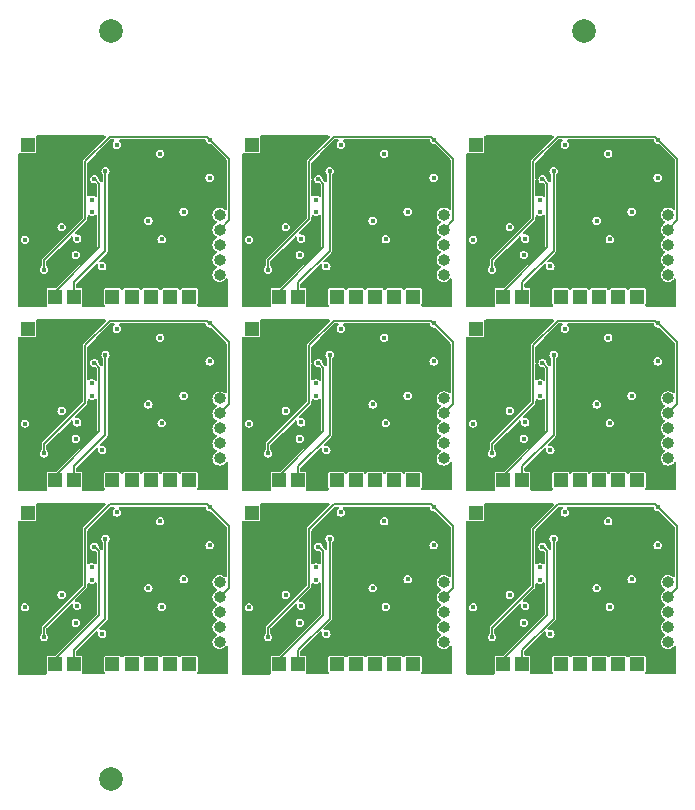
<source format=gbl>
G04 #@! TF.GenerationSoftware,KiCad,Pcbnew,7.0.2-6a45011f42~172~ubuntu22.04.1*
G04 #@! TF.CreationDate,2023-06-12T10:28:05+08:00*
G04 #@! TF.ProjectId,panel_3_3,70616e65-6c5f-4335-9f33-2e6b69636164,rev?*
G04 #@! TF.SameCoordinates,Original*
G04 #@! TF.FileFunction,Copper,L4,Bot*
G04 #@! TF.FilePolarity,Positive*
%FSLAX46Y46*%
G04 Gerber Fmt 4.6, Leading zero omitted, Abs format (unit mm)*
G04 Created by KiCad (PCBNEW 7.0.2-6a45011f42~172~ubuntu22.04.1) date 2023-06-12 10:28:05*
%MOMM*%
%LPD*%
G01*
G04 APERTURE LIST*
G04 #@! TA.AperFunction,ComponentPad*
%ADD10R,1.200000X1.200000*%
G04 #@! TD*
G04 #@! TA.AperFunction,ComponentPad*
%ADD11O,1.000000X1.000000*%
G04 #@! TD*
G04 #@! TA.AperFunction,SMDPad,CuDef*
%ADD12C,2.000000*%
G04 #@! TD*
G04 #@! TA.AperFunction,ViaPad*
%ADD13C,0.450000*%
G04 #@! TD*
G04 #@! TA.AperFunction,Conductor*
%ADD14C,0.200000*%
G04 #@! TD*
G04 APERTURE END LIST*
D10*
G04 #@! TO.P,J7,1,Pin_1*
G04 #@! TO.N,Board_7-NS_SCL*
X29202500Y-56930000D03*
G04 #@! TD*
G04 #@! TO.P,J9,1,Pin_1*
G04 #@! TO.N,Board_8-GND*
X51427500Y-56930000D03*
G04 #@! TD*
G04 #@! TO.P,J3,1,Pin_1*
G04 #@! TO.N,Board_7-NS_CLK*
X35712500Y-56930000D03*
G04 #@! TD*
G04 #@! TO.P,J6,1,Pin_1*
G04 #@! TO.N,Board_4-NS_SDA*
X30835000Y-41370000D03*
G04 #@! TD*
G04 #@! TO.P,J4,1,Pin_1*
G04 #@! TO.N,Board_2-NS_CMD*
X56310000Y-25810000D03*
G04 #@! TD*
G04 #@! TO.P,J3,1,Pin_1*
G04 #@! TO.N,Board_5-NS_CLK*
X54682500Y-41370000D03*
G04 #@! TD*
G04 #@! TO.P,J3,1,Pin_1*
G04 #@! TO.N,Board_1-NS_CLK*
X35712500Y-25810000D03*
G04 #@! TD*
G04 #@! TO.P,J10,1,Pin_1*
G04 #@! TO.N,Board_6-+3V3*
X21625000Y-56930000D03*
G04 #@! TD*
G04 #@! TO.P,J3,1,Pin_1*
G04 #@! TO.N,Board_8-NS_CLK*
X54682500Y-56930000D03*
G04 #@! TD*
G04 #@! TO.P,J4,1,Pin_1*
G04 #@! TO.N,Board_5-NS_CMD*
X56310000Y-41370000D03*
G04 #@! TD*
G04 #@! TO.P,J2,1,Pin_1*
G04 #@! TO.N,Board_7-NS_RST*
X34085000Y-56930000D03*
G04 #@! TD*
G04 #@! TO.P,J9,1,Pin_1*
G04 #@! TO.N,Board_7-GND*
X32457500Y-56930000D03*
G04 #@! TD*
G04 #@! TO.P,J4,1,Pin_1*
G04 #@! TO.N,Board_1-NS_CMD*
X37340000Y-25810000D03*
G04 #@! TD*
G04 #@! TO.P,J6,1,Pin_1*
G04 #@! TO.N,Board_6-NS_SDA*
X11865000Y-56930000D03*
G04 #@! TD*
G04 #@! TO.P,J9,1,Pin_1*
G04 #@! TO.N,Board_6-GND*
X13487500Y-56930000D03*
G04 #@! TD*
G04 #@! TO.P,J9,1,Pin_1*
G04 #@! TO.N,Board_5-GND*
X51427500Y-41370000D03*
G04 #@! TD*
G04 #@! TO.P,J10,1,Pin_1*
G04 #@! TO.N,Board_5-+3V3*
X59565000Y-41370000D03*
G04 #@! TD*
G04 #@! TO.P,J2,1,Pin_1*
G04 #@! TO.N,Board_5-NS_RST*
X53055000Y-41370000D03*
G04 #@! TD*
G04 #@! TO.P,J2,1,Pin_1*
G04 #@! TO.N,Board_6-NS_RST*
X15115000Y-56930000D03*
G04 #@! TD*
G04 #@! TO.P,J2,1,Pin_1*
G04 #@! TO.N,Board_3-NS_RST*
X15115000Y-41370000D03*
G04 #@! TD*
G04 #@! TO.P,J7,1,Pin_1*
G04 #@! TO.N,Board_1-NS_SCL*
X29202500Y-25810000D03*
G04 #@! TD*
G04 #@! TO.P,J5,1,Pin_1*
G04 #@! TO.N,Board_4-NS_D0*
X38967500Y-41370000D03*
G04 #@! TD*
G04 #@! TO.P,J2,1,Pin_1*
G04 #@! TO.N,Board_2-NS_RST*
X53055000Y-25810000D03*
G04 #@! TD*
G04 #@! TO.P,J9,1,Pin_1*
G04 #@! TO.N,Board_0-GND*
X13487500Y-25810000D03*
G04 #@! TD*
G04 #@! TO.P,J10,1,Pin_1*
G04 #@! TO.N,Board_3-+3V3*
X21625000Y-41370000D03*
G04 #@! TD*
G04 #@! TO.P,J10,1,Pin_1*
G04 #@! TO.N,Board_1-+3V3*
X40595000Y-25810000D03*
G04 #@! TD*
G04 #@! TO.P,J3,1,Pin_1*
G04 #@! TO.N,Board_4-NS_CLK*
X35712500Y-41370000D03*
G04 #@! TD*
G04 #@! TO.P,J2,1,Pin_1*
G04 #@! TO.N,Board_1-NS_RST*
X34085000Y-25810000D03*
G04 #@! TD*
G04 #@! TO.P,J4,1,Pin_1*
G04 #@! TO.N,Board_0-NS_CMD*
X18370000Y-25810000D03*
G04 #@! TD*
G04 #@! TO.P,J4,1,Pin_1*
G04 #@! TO.N,Board_8-NS_CMD*
X56310000Y-56930000D03*
G04 #@! TD*
G04 #@! TO.P,J7,1,Pin_1*
G04 #@! TO.N,Board_2-NS_SCL*
X48172500Y-25810000D03*
G04 #@! TD*
G04 #@! TO.P,J3,1,Pin_1*
G04 #@! TO.N,Board_2-NS_CLK*
X54682500Y-25810000D03*
G04 #@! TD*
G04 #@! TO.P,J3,1,Pin_1*
G04 #@! TO.N,Board_6-NS_CLK*
X16742500Y-56930000D03*
G04 #@! TD*
G04 #@! TO.P,J9,1,Pin_1*
G04 #@! TO.N,Board_3-GND*
X13487500Y-41370000D03*
G04 #@! TD*
G04 #@! TO.P,J5,1,Pin_1*
G04 #@! TO.N,Board_8-NS_D0*
X57937500Y-56930000D03*
G04 #@! TD*
G04 #@! TO.P,J5,1,Pin_1*
G04 #@! TO.N,Board_1-NS_D0*
X38967500Y-25810000D03*
G04 #@! TD*
G04 #@! TO.P,J5,1,Pin_1*
G04 #@! TO.N,Board_7-NS_D0*
X38967500Y-56930000D03*
G04 #@! TD*
G04 #@! TO.P,J1,1,Pin_1*
G04 #@! TO.N,Board_4-NS_CPU*
X26925000Y-28540000D03*
G04 #@! TD*
G04 #@! TO.P,J4,1,Pin_1*
G04 #@! TO.N,Board_6-NS_CMD*
X18370000Y-56930000D03*
G04 #@! TD*
G04 #@! TO.P,J9,1,Pin_1*
G04 #@! TO.N,Board_2-GND*
X51427500Y-25810000D03*
G04 #@! TD*
D11*
G04 #@! TO.P,J8,1,Pin_1*
G04 #@! TO.N,Board_2-RST*
X62129248Y-18878121D03*
G04 #@! TO.P,J8,2,Pin_2*
G04 #@! TO.N,Board_2-BOOT*
X62129248Y-20148121D03*
G04 #@! TO.P,J8,3,Pin_3*
G04 #@! TO.N,Board_2-D+*
X62129248Y-21418121D03*
G04 #@! TO.P,J8,4,Pin_4*
G04 #@! TO.N,Board_2-D-*
X62129248Y-22688121D03*
G04 #@! TO.P,J8,5,Pin_5*
G04 #@! TO.N,Board_2-+3V3*
X62129248Y-23958121D03*
G04 #@! TO.P,J8,6,Pin_6*
G04 #@! TO.N,Board_2-GND*
X62129248Y-25228121D03*
G04 #@! TD*
D10*
G04 #@! TO.P,J7,1,Pin_1*
G04 #@! TO.N,Board_6-NS_SCL*
X10232500Y-56930000D03*
G04 #@! TD*
G04 #@! TO.P,J7,1,Pin_1*
G04 #@! TO.N,Board_4-NS_SCL*
X29202500Y-41370000D03*
G04 #@! TD*
G04 #@! TO.P,J5,1,Pin_1*
G04 #@! TO.N,Board_6-NS_D0*
X19997500Y-56930000D03*
G04 #@! TD*
G04 #@! TO.P,J1,1,Pin_1*
G04 #@! TO.N,Board_5-NS_CPU*
X45895000Y-28540000D03*
G04 #@! TD*
G04 #@! TO.P,J7,1,Pin_1*
G04 #@! TO.N,Board_0-NS_SCL*
X10232500Y-25810000D03*
G04 #@! TD*
G04 #@! TO.P,J6,1,Pin_1*
G04 #@! TO.N,Board_1-NS_SDA*
X30835000Y-25810000D03*
G04 #@! TD*
G04 #@! TO.P,J1,1,Pin_1*
G04 #@! TO.N,Board_6-NS_CPU*
X7955000Y-44100000D03*
G04 #@! TD*
G04 #@! TO.P,J5,1,Pin_1*
G04 #@! TO.N,Board_0-NS_D0*
X19997500Y-25810000D03*
G04 #@! TD*
G04 #@! TO.P,J5,1,Pin_1*
G04 #@! TO.N,Board_3-NS_D0*
X19997500Y-41370000D03*
G04 #@! TD*
G04 #@! TO.P,J9,1,Pin_1*
G04 #@! TO.N,Board_1-GND*
X32457500Y-25810000D03*
G04 #@! TD*
D11*
G04 #@! TO.P,J8,1,Pin_1*
G04 #@! TO.N,Board_7-RST*
X43159248Y-49998121D03*
G04 #@! TO.P,J8,2,Pin_2*
G04 #@! TO.N,Board_7-BOOT*
X43159248Y-51268121D03*
G04 #@! TO.P,J8,3,Pin_3*
G04 #@! TO.N,Board_7-D+*
X43159248Y-52538121D03*
G04 #@! TO.P,J8,4,Pin_4*
G04 #@! TO.N,Board_7-D-*
X43159248Y-53808121D03*
G04 #@! TO.P,J8,5,Pin_5*
G04 #@! TO.N,Board_7-+3V3*
X43159248Y-55078121D03*
G04 #@! TO.P,J8,6,Pin_6*
G04 #@! TO.N,Board_7-GND*
X43159248Y-56348121D03*
G04 #@! TD*
G04 #@! TO.P,J8,1,Pin_1*
G04 #@! TO.N,Board_0-RST*
X24189248Y-18878121D03*
G04 #@! TO.P,J8,2,Pin_2*
G04 #@! TO.N,Board_0-BOOT*
X24189248Y-20148121D03*
G04 #@! TO.P,J8,3,Pin_3*
G04 #@! TO.N,Board_0-D+*
X24189248Y-21418121D03*
G04 #@! TO.P,J8,4,Pin_4*
G04 #@! TO.N,Board_0-D-*
X24189248Y-22688121D03*
G04 #@! TO.P,J8,5,Pin_5*
G04 #@! TO.N,Board_0-+3V3*
X24189248Y-23958121D03*
G04 #@! TO.P,J8,6,Pin_6*
G04 #@! TO.N,Board_0-GND*
X24189248Y-25228121D03*
G04 #@! TD*
D10*
G04 #@! TO.P,J9,1,Pin_1*
G04 #@! TO.N,Board_4-GND*
X32457500Y-41370000D03*
G04 #@! TD*
G04 #@! TO.P,J10,1,Pin_1*
G04 #@! TO.N,Board_4-+3V3*
X40595000Y-41370000D03*
G04 #@! TD*
G04 #@! TO.P,J10,1,Pin_1*
G04 #@! TO.N,Board_8-+3V3*
X59565000Y-56930000D03*
G04 #@! TD*
G04 #@! TO.P,J2,1,Pin_1*
G04 #@! TO.N,Board_0-NS_RST*
X15115000Y-25810000D03*
G04 #@! TD*
G04 #@! TO.P,J6,1,Pin_1*
G04 #@! TO.N,Board_0-NS_SDA*
X11865000Y-25810000D03*
G04 #@! TD*
G04 #@! TO.P,J6,1,Pin_1*
G04 #@! TO.N,Board_2-NS_SDA*
X49805000Y-25810000D03*
G04 #@! TD*
D11*
G04 #@! TO.P,J8,1,Pin_1*
G04 #@! TO.N,Board_8-RST*
X62129248Y-49998121D03*
G04 #@! TO.P,J8,2,Pin_2*
G04 #@! TO.N,Board_8-BOOT*
X62129248Y-51268121D03*
G04 #@! TO.P,J8,3,Pin_3*
G04 #@! TO.N,Board_8-D+*
X62129248Y-52538121D03*
G04 #@! TO.P,J8,4,Pin_4*
G04 #@! TO.N,Board_8-D-*
X62129248Y-53808121D03*
G04 #@! TO.P,J8,5,Pin_5*
G04 #@! TO.N,Board_8-+3V3*
X62129248Y-55078121D03*
G04 #@! TO.P,J8,6,Pin_6*
G04 #@! TO.N,Board_8-GND*
X62129248Y-56348121D03*
G04 #@! TD*
G04 #@! TO.P,J8,1,Pin_1*
G04 #@! TO.N,Board_1-RST*
X43159248Y-18878121D03*
G04 #@! TO.P,J8,2,Pin_2*
G04 #@! TO.N,Board_1-BOOT*
X43159248Y-20148121D03*
G04 #@! TO.P,J8,3,Pin_3*
G04 #@! TO.N,Board_1-D+*
X43159248Y-21418121D03*
G04 #@! TO.P,J8,4,Pin_4*
G04 #@! TO.N,Board_1-D-*
X43159248Y-22688121D03*
G04 #@! TO.P,J8,5,Pin_5*
G04 #@! TO.N,Board_1-+3V3*
X43159248Y-23958121D03*
G04 #@! TO.P,J8,6,Pin_6*
G04 #@! TO.N,Board_1-GND*
X43159248Y-25228121D03*
G04 #@! TD*
G04 #@! TO.P,J8,1,Pin_1*
G04 #@! TO.N,Board_6-RST*
X24189248Y-49998121D03*
G04 #@! TO.P,J8,2,Pin_2*
G04 #@! TO.N,Board_6-BOOT*
X24189248Y-51268121D03*
G04 #@! TO.P,J8,3,Pin_3*
G04 #@! TO.N,Board_6-D+*
X24189248Y-52538121D03*
G04 #@! TO.P,J8,4,Pin_4*
G04 #@! TO.N,Board_6-D-*
X24189248Y-53808121D03*
G04 #@! TO.P,J8,5,Pin_5*
G04 #@! TO.N,Board_6-+3V3*
X24189248Y-55078121D03*
G04 #@! TO.P,J8,6,Pin_6*
G04 #@! TO.N,Board_6-GND*
X24189248Y-56348121D03*
G04 #@! TD*
D10*
G04 #@! TO.P,J10,1,Pin_1*
G04 #@! TO.N,Board_0-+3V3*
X21625000Y-25810000D03*
G04 #@! TD*
G04 #@! TO.P,J5,1,Pin_1*
G04 #@! TO.N,Board_5-NS_D0*
X57937500Y-41370000D03*
G04 #@! TD*
G04 #@! TO.P,J6,1,Pin_1*
G04 #@! TO.N,Board_7-NS_SDA*
X30835000Y-56930000D03*
G04 #@! TD*
G04 #@! TO.P,J1,1,Pin_1*
G04 #@! TO.N,Board_8-NS_CPU*
X45895000Y-44100000D03*
G04 #@! TD*
G04 #@! TO.P,J5,1,Pin_1*
G04 #@! TO.N,Board_2-NS_D0*
X57937500Y-25810000D03*
G04 #@! TD*
G04 #@! TO.P,J4,1,Pin_1*
G04 #@! TO.N,Board_3-NS_CMD*
X18370000Y-41370000D03*
G04 #@! TD*
G04 #@! TO.P,J6,1,Pin_1*
G04 #@! TO.N,Board_5-NS_SDA*
X49805000Y-41370000D03*
G04 #@! TD*
G04 #@! TO.P,J2,1,Pin_1*
G04 #@! TO.N,Board_8-NS_RST*
X53055000Y-56930000D03*
G04 #@! TD*
G04 #@! TO.P,J1,1,Pin_1*
G04 #@! TO.N,Board_0-NS_CPU*
X7955000Y-12980000D03*
G04 #@! TD*
G04 #@! TO.P,J10,1,Pin_1*
G04 #@! TO.N,Board_7-+3V3*
X40595000Y-56930000D03*
G04 #@! TD*
D11*
G04 #@! TO.P,J8,1,Pin_1*
G04 #@! TO.N,Board_3-RST*
X24189248Y-34438121D03*
G04 #@! TO.P,J8,2,Pin_2*
G04 #@! TO.N,Board_3-BOOT*
X24189248Y-35708121D03*
G04 #@! TO.P,J8,3,Pin_3*
G04 #@! TO.N,Board_3-D+*
X24189248Y-36978121D03*
G04 #@! TO.P,J8,4,Pin_4*
G04 #@! TO.N,Board_3-D-*
X24189248Y-38248121D03*
G04 #@! TO.P,J8,5,Pin_5*
G04 #@! TO.N,Board_3-+3V3*
X24189248Y-39518121D03*
G04 #@! TO.P,J8,6,Pin_6*
G04 #@! TO.N,Board_3-GND*
X24189248Y-40788121D03*
G04 #@! TD*
G04 #@! TO.P,J8,1,Pin_1*
G04 #@! TO.N,Board_5-RST*
X62129248Y-34438121D03*
G04 #@! TO.P,J8,2,Pin_2*
G04 #@! TO.N,Board_5-BOOT*
X62129248Y-35708121D03*
G04 #@! TO.P,J8,3,Pin_3*
G04 #@! TO.N,Board_5-D+*
X62129248Y-36978121D03*
G04 #@! TO.P,J8,4,Pin_4*
G04 #@! TO.N,Board_5-D-*
X62129248Y-38248121D03*
G04 #@! TO.P,J8,5,Pin_5*
G04 #@! TO.N,Board_5-+3V3*
X62129248Y-39518121D03*
G04 #@! TO.P,J8,6,Pin_6*
G04 #@! TO.N,Board_5-GND*
X62129248Y-40788121D03*
G04 #@! TD*
D10*
G04 #@! TO.P,J1,1,Pin_1*
G04 #@! TO.N,Board_7-NS_CPU*
X26925000Y-44100000D03*
G04 #@! TD*
G04 #@! TO.P,J3,1,Pin_1*
G04 #@! TO.N,Board_0-NS_CLK*
X16742500Y-25810000D03*
G04 #@! TD*
G04 #@! TO.P,J10,1,Pin_1*
G04 #@! TO.N,Board_2-+3V3*
X59565000Y-25810000D03*
G04 #@! TD*
G04 #@! TO.P,J7,1,Pin_1*
G04 #@! TO.N,Board_8-NS_SCL*
X48172500Y-56930000D03*
G04 #@! TD*
G04 #@! TO.P,J6,1,Pin_1*
G04 #@! TO.N,Board_8-NS_SDA*
X49805000Y-56930000D03*
G04 #@! TD*
G04 #@! TO.P,J7,1,Pin_1*
G04 #@! TO.N,Board_3-NS_SCL*
X10232500Y-41370000D03*
G04 #@! TD*
G04 #@! TO.P,J4,1,Pin_1*
G04 #@! TO.N,Board_4-NS_CMD*
X37340000Y-41370000D03*
G04 #@! TD*
G04 #@! TO.P,J6,1,Pin_1*
G04 #@! TO.N,Board_3-NS_SDA*
X11865000Y-41370000D03*
G04 #@! TD*
G04 #@! TO.P,J3,1,Pin_1*
G04 #@! TO.N,Board_3-NS_CLK*
X16742500Y-41370000D03*
G04 #@! TD*
G04 #@! TO.P,J1,1,Pin_1*
G04 #@! TO.N,Board_3-NS_CPU*
X7955000Y-28540000D03*
G04 #@! TD*
G04 #@! TO.P,J2,1,Pin_1*
G04 #@! TO.N,Board_4-NS_RST*
X34085000Y-41370000D03*
G04 #@! TD*
G04 #@! TO.P,J7,1,Pin_1*
G04 #@! TO.N,Board_5-NS_SCL*
X48172500Y-41370000D03*
G04 #@! TD*
G04 #@! TO.P,J1,1,Pin_1*
G04 #@! TO.N,Board_2-NS_CPU*
X45895000Y-12980000D03*
G04 #@! TD*
D11*
G04 #@! TO.P,J8,1,Pin_1*
G04 #@! TO.N,Board_4-RST*
X43159248Y-34438121D03*
G04 #@! TO.P,J8,2,Pin_2*
G04 #@! TO.N,Board_4-BOOT*
X43159248Y-35708121D03*
G04 #@! TO.P,J8,3,Pin_3*
G04 #@! TO.N,Board_4-D+*
X43159248Y-36978121D03*
G04 #@! TO.P,J8,4,Pin_4*
G04 #@! TO.N,Board_4-D-*
X43159248Y-38248121D03*
G04 #@! TO.P,J8,5,Pin_5*
G04 #@! TO.N,Board_4-+3V3*
X43159248Y-39518121D03*
G04 #@! TO.P,J8,6,Pin_6*
G04 #@! TO.N,Board_4-GND*
X43159248Y-40788121D03*
G04 #@! TD*
D10*
G04 #@! TO.P,J1,1,Pin_1*
G04 #@! TO.N,Board_1-NS_CPU*
X26925000Y-12980000D03*
G04 #@! TD*
G04 #@! TO.P,J4,1,Pin_1*
G04 #@! TO.N,Board_7-NS_CMD*
X37340000Y-56930000D03*
G04 #@! TD*
D12*
G04 #@! TO.P,REF\u002A\u002A,*
G04 #@! TO.N,*
X15000000Y-3350000D03*
G04 #@! TD*
G04 #@! TO.P,REF\u002A\u002A,*
G04 #@! TO.N,*
X55000000Y-3350000D03*
G04 #@! TD*
G04 #@! TO.P,REF\u002A\u002A,*
G04 #@! TO.N,*
X15000000Y-66650000D03*
G04 #@! TD*
D13*
G04 #@! TO.N,Board_0-+1V1*
X10815000Y-19930000D03*
X13375000Y-18655000D03*
X18165000Y-19375000D03*
G04 #@! TO.N,Board_0-+3V3*
X23335000Y-15740000D03*
X12005000Y-22290000D03*
X7705000Y-21000000D03*
X15480000Y-12960000D03*
X19280000Y-20960000D03*
X14255000Y-23250000D03*
X13365000Y-17600000D03*
X19145000Y-13720000D03*
X21135000Y-18630000D03*
G04 #@! TO.N,Board_0-BOOT*
X9315000Y-23530000D03*
X23395000Y-12530000D03*
G04 #@! TO.N,Board_0-GND*
X12245000Y-14080000D03*
X22465000Y-14420000D03*
X17275000Y-19860000D03*
G04 #@! TO.N,Board_0-NS_SCL*
X13585000Y-15870000D03*
G04 #@! TO.N,Board_0-NS_SDA*
X14525000Y-15190000D03*
G04 #@! TO.N,Board_0-RST*
X12125000Y-20900000D03*
G04 #@! TO.N,Board_1-+1V1*
X37135000Y-19375000D03*
X32345000Y-18655000D03*
X29785000Y-19930000D03*
G04 #@! TO.N,Board_1-+3V3*
X26675000Y-21000000D03*
X40105000Y-18630000D03*
X30975000Y-22290000D03*
X32335000Y-17600000D03*
X33225000Y-23250000D03*
X38250000Y-20960000D03*
X38115000Y-13720000D03*
X42305000Y-15740000D03*
X34450000Y-12960000D03*
G04 #@! TO.N,Board_1-BOOT*
X42365000Y-12530000D03*
X28285000Y-23530000D03*
G04 #@! TO.N,Board_1-GND*
X36245000Y-19860000D03*
X31215000Y-14080000D03*
X41435000Y-14420000D03*
G04 #@! TO.N,Board_1-NS_SCL*
X32555000Y-15870000D03*
G04 #@! TO.N,Board_1-NS_SDA*
X33495000Y-15190000D03*
G04 #@! TO.N,Board_1-RST*
X31095000Y-20900000D03*
G04 #@! TO.N,Board_2-+1V1*
X56105000Y-19375000D03*
X48755000Y-19930000D03*
X51315000Y-18655000D03*
G04 #@! TO.N,Board_2-+3V3*
X51305000Y-17600000D03*
X61275000Y-15740000D03*
X49945000Y-22290000D03*
X53420000Y-12960000D03*
X59075000Y-18630000D03*
X52195000Y-23250000D03*
X57220000Y-20960000D03*
X45645000Y-21000000D03*
X57085000Y-13720000D03*
G04 #@! TO.N,Board_2-BOOT*
X47255000Y-23530000D03*
X61335000Y-12530000D03*
G04 #@! TO.N,Board_2-GND*
X60405000Y-14420000D03*
X50185000Y-14080000D03*
X55215000Y-19860000D03*
G04 #@! TO.N,Board_2-NS_SCL*
X51525000Y-15870000D03*
G04 #@! TO.N,Board_2-NS_SDA*
X52465000Y-15190000D03*
G04 #@! TO.N,Board_2-RST*
X50065000Y-20900000D03*
G04 #@! TO.N,Board_3-+1V1*
X13375000Y-34215000D03*
X18165000Y-34935000D03*
X10815000Y-35490000D03*
G04 #@! TO.N,Board_3-+3V3*
X12005000Y-37850000D03*
X21135000Y-34190000D03*
X14255000Y-38810000D03*
X15480000Y-28520000D03*
X19145000Y-29280000D03*
X7705000Y-36560000D03*
X19280000Y-36520000D03*
X13365000Y-33160000D03*
X23335000Y-31300000D03*
G04 #@! TO.N,Board_3-BOOT*
X9315000Y-39090000D03*
X23395000Y-28090000D03*
G04 #@! TO.N,Board_3-GND*
X22465000Y-29980000D03*
X12245000Y-29640000D03*
X17275000Y-35420000D03*
G04 #@! TO.N,Board_3-NS_SCL*
X13585000Y-31430000D03*
G04 #@! TO.N,Board_3-NS_SDA*
X14525000Y-30750000D03*
G04 #@! TO.N,Board_3-RST*
X12125000Y-36460000D03*
G04 #@! TO.N,Board_4-+1V1*
X29785000Y-35490000D03*
X37135000Y-34935000D03*
X32345000Y-34215000D03*
G04 #@! TO.N,Board_4-+3V3*
X33225000Y-38810000D03*
X34450000Y-28520000D03*
X40105000Y-34190000D03*
X26675000Y-36560000D03*
X32335000Y-33160000D03*
X38250000Y-36520000D03*
X38115000Y-29280000D03*
X42305000Y-31300000D03*
X30975000Y-37850000D03*
G04 #@! TO.N,Board_4-BOOT*
X28285000Y-39090000D03*
X42365000Y-28090000D03*
G04 #@! TO.N,Board_4-GND*
X41435000Y-29980000D03*
X31215000Y-29640000D03*
X36245000Y-35420000D03*
G04 #@! TO.N,Board_4-NS_SCL*
X32555000Y-31430000D03*
G04 #@! TO.N,Board_4-NS_SDA*
X33495000Y-30750000D03*
G04 #@! TO.N,Board_4-RST*
X31095000Y-36460000D03*
G04 #@! TO.N,Board_5-+1V1*
X48755000Y-35490000D03*
X56105000Y-34935000D03*
X51315000Y-34215000D03*
G04 #@! TO.N,Board_5-+3V3*
X52195000Y-38810000D03*
X51305000Y-33160000D03*
X53420000Y-28520000D03*
X57085000Y-29280000D03*
X49945000Y-37850000D03*
X59075000Y-34190000D03*
X61275000Y-31300000D03*
X57220000Y-36520000D03*
X45645000Y-36560000D03*
G04 #@! TO.N,Board_5-BOOT*
X61335000Y-28090000D03*
X47255000Y-39090000D03*
G04 #@! TO.N,Board_5-GND*
X60405000Y-29980000D03*
X50185000Y-29640000D03*
X55215000Y-35420000D03*
G04 #@! TO.N,Board_5-NS_SCL*
X51525000Y-31430000D03*
G04 #@! TO.N,Board_5-NS_SDA*
X52465000Y-30750000D03*
G04 #@! TO.N,Board_5-RST*
X50065000Y-36460000D03*
G04 #@! TO.N,Board_6-+1V1*
X10815000Y-51050000D03*
X18165000Y-50495000D03*
X13375000Y-49775000D03*
G04 #@! TO.N,Board_6-+3V3*
X14255000Y-54370000D03*
X23335000Y-46860000D03*
X21135000Y-49750000D03*
X19280000Y-52080000D03*
X12005000Y-53410000D03*
X15480000Y-44080000D03*
X13365000Y-48720000D03*
X19145000Y-44840000D03*
X7705000Y-52120000D03*
G04 #@! TO.N,Board_6-BOOT*
X9315000Y-54650000D03*
X23395000Y-43650000D03*
G04 #@! TO.N,Board_6-GND*
X22465000Y-45540000D03*
X12245000Y-45200000D03*
X17275000Y-50980000D03*
G04 #@! TO.N,Board_6-NS_SCL*
X13585000Y-46990000D03*
G04 #@! TO.N,Board_6-NS_SDA*
X14525000Y-46310000D03*
G04 #@! TO.N,Board_6-RST*
X12125000Y-52020000D03*
G04 #@! TO.N,Board_7-+1V1*
X29785000Y-51050000D03*
X37135000Y-50495000D03*
X32345000Y-49775000D03*
G04 #@! TO.N,Board_7-+3V3*
X34450000Y-44080000D03*
X40105000Y-49750000D03*
X26675000Y-52120000D03*
X38115000Y-44840000D03*
X30975000Y-53410000D03*
X42305000Y-46860000D03*
X32335000Y-48720000D03*
X33225000Y-54370000D03*
X38250000Y-52080000D03*
G04 #@! TO.N,Board_7-BOOT*
X42365000Y-43650000D03*
X28285000Y-54650000D03*
G04 #@! TO.N,Board_7-GND*
X41435000Y-45540000D03*
X31215000Y-45200000D03*
X36245000Y-50980000D03*
G04 #@! TO.N,Board_7-NS_SCL*
X32555000Y-46990000D03*
G04 #@! TO.N,Board_7-NS_SDA*
X33495000Y-46310000D03*
G04 #@! TO.N,Board_7-RST*
X31095000Y-52020000D03*
G04 #@! TO.N,Board_8-+1V1*
X51315000Y-49775000D03*
X48755000Y-51050000D03*
X56105000Y-50495000D03*
G04 #@! TO.N,Board_8-+3V3*
X51305000Y-48720000D03*
X52195000Y-54370000D03*
X49945000Y-53410000D03*
X53420000Y-44080000D03*
X45645000Y-52120000D03*
X57220000Y-52080000D03*
X61275000Y-46860000D03*
X59075000Y-49750000D03*
X57085000Y-44840000D03*
G04 #@! TO.N,Board_8-BOOT*
X47255000Y-54650000D03*
X61335000Y-43650000D03*
G04 #@! TO.N,Board_8-GND*
X55215000Y-50980000D03*
X50185000Y-45200000D03*
X60405000Y-45540000D03*
G04 #@! TO.N,Board_8-NS_SCL*
X51525000Y-46990000D03*
G04 #@! TO.N,Board_8-NS_SDA*
X52465000Y-46310000D03*
G04 #@! TO.N,Board_8-RST*
X50065000Y-52020000D03*
G04 #@! TD*
D14*
G04 #@! TO.N,Board_0-BOOT*
X14885000Y-12280000D02*
X23145000Y-12280000D01*
X12795000Y-19250000D02*
X12795000Y-14370000D01*
X9315000Y-23530000D02*
X9315000Y-22730000D01*
X9315000Y-22730000D02*
X12795000Y-19250000D01*
X24989248Y-14124248D02*
X23395000Y-12530000D01*
X24189248Y-20148121D02*
X24989248Y-19348121D01*
X24989248Y-19348121D02*
X24989248Y-14124248D01*
X12795000Y-14370000D02*
X14885000Y-12280000D01*
X23145000Y-12280000D02*
X23395000Y-12530000D01*
G04 #@! TO.N,Board_0-NS_SCL*
X14005000Y-16270000D02*
X14005000Y-21640000D01*
X13585000Y-15870000D02*
X13605000Y-15870000D01*
X14005000Y-21640000D02*
X10232500Y-25412500D01*
X10232500Y-25412500D02*
X10232500Y-25810000D01*
X13605000Y-15870000D02*
X14005000Y-16270000D01*
G04 #@! TO.N,Board_0-NS_SDA*
X14525000Y-21950000D02*
X11865000Y-24610000D01*
X11865000Y-24610000D02*
X11865000Y-25810000D01*
X14525000Y-15190000D02*
X14525000Y-21950000D01*
G04 #@! TO.N,Board_1-BOOT*
X28285000Y-22730000D02*
X31765000Y-19250000D01*
X42115000Y-12280000D02*
X42365000Y-12530000D01*
X43959248Y-19348121D02*
X43959248Y-14124248D01*
X33855000Y-12280000D02*
X42115000Y-12280000D01*
X31765000Y-14370000D02*
X33855000Y-12280000D01*
X28285000Y-23530000D02*
X28285000Y-22730000D01*
X31765000Y-19250000D02*
X31765000Y-14370000D01*
X43159248Y-20148121D02*
X43959248Y-19348121D01*
X43959248Y-14124248D02*
X42365000Y-12530000D01*
G04 #@! TO.N,Board_1-NS_SCL*
X32555000Y-15870000D02*
X32575000Y-15870000D01*
X32975000Y-16270000D02*
X32975000Y-21640000D01*
X29202500Y-25412500D02*
X29202500Y-25810000D01*
X32575000Y-15870000D02*
X32975000Y-16270000D01*
X32975000Y-21640000D02*
X29202500Y-25412500D01*
G04 #@! TO.N,Board_1-NS_SDA*
X33495000Y-21950000D02*
X30835000Y-24610000D01*
X30835000Y-24610000D02*
X30835000Y-25810000D01*
X33495000Y-15190000D02*
X33495000Y-21950000D01*
G04 #@! TO.N,Board_2-BOOT*
X47255000Y-23530000D02*
X47255000Y-22730000D01*
X52825000Y-12280000D02*
X61085000Y-12280000D01*
X62929248Y-19348121D02*
X62929248Y-14124248D01*
X50735000Y-19250000D02*
X50735000Y-14370000D01*
X47255000Y-22730000D02*
X50735000Y-19250000D01*
X50735000Y-14370000D02*
X52825000Y-12280000D01*
X61085000Y-12280000D02*
X61335000Y-12530000D01*
X62929248Y-14124248D02*
X61335000Y-12530000D01*
X62129248Y-20148121D02*
X62929248Y-19348121D01*
G04 #@! TO.N,Board_2-NS_SCL*
X48172500Y-25412500D02*
X48172500Y-25810000D01*
X51545000Y-15870000D02*
X51945000Y-16270000D01*
X51945000Y-21640000D02*
X48172500Y-25412500D01*
X51945000Y-16270000D02*
X51945000Y-21640000D01*
X51525000Y-15870000D02*
X51545000Y-15870000D01*
G04 #@! TO.N,Board_2-NS_SDA*
X49805000Y-24610000D02*
X49805000Y-25810000D01*
X52465000Y-15190000D02*
X52465000Y-21950000D01*
X52465000Y-21950000D02*
X49805000Y-24610000D01*
G04 #@! TO.N,Board_3-BOOT*
X9315000Y-38290000D02*
X12795000Y-34810000D01*
X24989248Y-34908121D02*
X24989248Y-29684248D01*
X14885000Y-27840000D02*
X23145000Y-27840000D01*
X12795000Y-34810000D02*
X12795000Y-29930000D01*
X12795000Y-29930000D02*
X14885000Y-27840000D01*
X24989248Y-29684248D02*
X23395000Y-28090000D01*
X9315000Y-39090000D02*
X9315000Y-38290000D01*
X24189248Y-35708121D02*
X24989248Y-34908121D01*
X23145000Y-27840000D02*
X23395000Y-28090000D01*
G04 #@! TO.N,Board_3-NS_SCL*
X14005000Y-31830000D02*
X14005000Y-37200000D01*
X13585000Y-31430000D02*
X13605000Y-31430000D01*
X14005000Y-37200000D02*
X10232500Y-40972500D01*
X13605000Y-31430000D02*
X14005000Y-31830000D01*
X10232500Y-40972500D02*
X10232500Y-41370000D01*
G04 #@! TO.N,Board_3-NS_SDA*
X14525000Y-37510000D02*
X11865000Y-40170000D01*
X11865000Y-40170000D02*
X11865000Y-41370000D01*
X14525000Y-30750000D02*
X14525000Y-37510000D01*
G04 #@! TO.N,Board_4-BOOT*
X31765000Y-34810000D02*
X31765000Y-29930000D01*
X43959248Y-34908121D02*
X43959248Y-29684248D01*
X28285000Y-39090000D02*
X28285000Y-38290000D01*
X43959248Y-29684248D02*
X42365000Y-28090000D01*
X31765000Y-29930000D02*
X33855000Y-27840000D01*
X43159248Y-35708121D02*
X43959248Y-34908121D01*
X42115000Y-27840000D02*
X42365000Y-28090000D01*
X33855000Y-27840000D02*
X42115000Y-27840000D01*
X28285000Y-38290000D02*
X31765000Y-34810000D01*
G04 #@! TO.N,Board_4-NS_SCL*
X32555000Y-31430000D02*
X32575000Y-31430000D01*
X29202500Y-40972500D02*
X29202500Y-41370000D01*
X32975000Y-37200000D02*
X29202500Y-40972500D01*
X32575000Y-31430000D02*
X32975000Y-31830000D01*
X32975000Y-31830000D02*
X32975000Y-37200000D01*
G04 #@! TO.N,Board_4-NS_SDA*
X33495000Y-37510000D02*
X30835000Y-40170000D01*
X30835000Y-40170000D02*
X30835000Y-41370000D01*
X33495000Y-30750000D02*
X33495000Y-37510000D01*
G04 #@! TO.N,Board_5-BOOT*
X50735000Y-29930000D02*
X52825000Y-27840000D01*
X62929248Y-34908121D02*
X62929248Y-29684248D01*
X62929248Y-29684248D02*
X61335000Y-28090000D01*
X47255000Y-39090000D02*
X47255000Y-38290000D01*
X47255000Y-38290000D02*
X50735000Y-34810000D01*
X61085000Y-27840000D02*
X61335000Y-28090000D01*
X50735000Y-34810000D02*
X50735000Y-29930000D01*
X62129248Y-35708121D02*
X62929248Y-34908121D01*
X52825000Y-27840000D02*
X61085000Y-27840000D01*
G04 #@! TO.N,Board_5-NS_SCL*
X51545000Y-31430000D02*
X51945000Y-31830000D01*
X51945000Y-31830000D02*
X51945000Y-37200000D01*
X48172500Y-40972500D02*
X48172500Y-41370000D01*
X51945000Y-37200000D02*
X48172500Y-40972500D01*
X51525000Y-31430000D02*
X51545000Y-31430000D01*
G04 #@! TO.N,Board_5-NS_SDA*
X52465000Y-37510000D02*
X49805000Y-40170000D01*
X49805000Y-40170000D02*
X49805000Y-41370000D01*
X52465000Y-30750000D02*
X52465000Y-37510000D01*
G04 #@! TO.N,Board_6-BOOT*
X12795000Y-50370000D02*
X12795000Y-45490000D01*
X9315000Y-54650000D02*
X9315000Y-53850000D01*
X9315000Y-53850000D02*
X12795000Y-50370000D01*
X23145000Y-43400000D02*
X23395000Y-43650000D01*
X12795000Y-45490000D02*
X14885000Y-43400000D01*
X24989248Y-45244248D02*
X23395000Y-43650000D01*
X14885000Y-43400000D02*
X23145000Y-43400000D01*
X24989248Y-50468121D02*
X24989248Y-45244248D01*
X24189248Y-51268121D02*
X24989248Y-50468121D01*
G04 #@! TO.N,Board_6-NS_SCL*
X13605000Y-46990000D02*
X14005000Y-47390000D01*
X10232500Y-56532500D02*
X10232500Y-56930000D01*
X14005000Y-47390000D02*
X14005000Y-52760000D01*
X13585000Y-46990000D02*
X13605000Y-46990000D01*
X14005000Y-52760000D02*
X10232500Y-56532500D01*
G04 #@! TO.N,Board_6-NS_SDA*
X14525000Y-53070000D02*
X11865000Y-55730000D01*
X14525000Y-46310000D02*
X14525000Y-53070000D01*
X11865000Y-55730000D02*
X11865000Y-56930000D01*
G04 #@! TO.N,Board_7-BOOT*
X43159248Y-51268121D02*
X43959248Y-50468121D01*
X28285000Y-54650000D02*
X28285000Y-53850000D01*
X33855000Y-43400000D02*
X42115000Y-43400000D01*
X43959248Y-45244248D02*
X42365000Y-43650000D01*
X42115000Y-43400000D02*
X42365000Y-43650000D01*
X31765000Y-45490000D02*
X33855000Y-43400000D01*
X43959248Y-50468121D02*
X43959248Y-45244248D01*
X28285000Y-53850000D02*
X31765000Y-50370000D01*
X31765000Y-50370000D02*
X31765000Y-45490000D01*
G04 #@! TO.N,Board_7-NS_SCL*
X32975000Y-52760000D02*
X29202500Y-56532500D01*
X32975000Y-47390000D02*
X32975000Y-52760000D01*
X29202500Y-56532500D02*
X29202500Y-56930000D01*
X32555000Y-46990000D02*
X32575000Y-46990000D01*
X32575000Y-46990000D02*
X32975000Y-47390000D01*
G04 #@! TO.N,Board_7-NS_SDA*
X33495000Y-53070000D02*
X30835000Y-55730000D01*
X33495000Y-46310000D02*
X33495000Y-53070000D01*
X30835000Y-55730000D02*
X30835000Y-56930000D01*
G04 #@! TO.N,Board_8-BOOT*
X50735000Y-45490000D02*
X52825000Y-43400000D01*
X52825000Y-43400000D02*
X61085000Y-43400000D01*
X62929248Y-50468121D02*
X62929248Y-45244248D01*
X47255000Y-53850000D02*
X50735000Y-50370000D01*
X62929248Y-45244248D02*
X61335000Y-43650000D01*
X61085000Y-43400000D02*
X61335000Y-43650000D01*
X47255000Y-54650000D02*
X47255000Y-53850000D01*
X62129248Y-51268121D02*
X62929248Y-50468121D01*
X50735000Y-50370000D02*
X50735000Y-45490000D01*
G04 #@! TO.N,Board_8-NS_SCL*
X51525000Y-46990000D02*
X51545000Y-46990000D01*
X51945000Y-47390000D02*
X51945000Y-52760000D01*
X48172500Y-56532500D02*
X48172500Y-56930000D01*
X51545000Y-46990000D02*
X51945000Y-47390000D01*
X51945000Y-52760000D02*
X48172500Y-56532500D01*
G04 #@! TO.N,Board_8-NS_SDA*
X49805000Y-55730000D02*
X49805000Y-56930000D01*
X52465000Y-53070000D02*
X49805000Y-55730000D01*
X52465000Y-46310000D02*
X52465000Y-53070000D01*
G04 #@! TD*
G04 #@! TA.AperFunction,Conductor*
G04 #@! TO.N,Board_1-GND*
G36*
X33468230Y-12182555D02*
G01*
X33514813Y-12236133D01*
X33525036Y-12306390D01*
X33495651Y-12371020D01*
X33489383Y-12377763D01*
X31668965Y-14198181D01*
X31647779Y-14213215D01*
X31627958Y-14238069D01*
X31618556Y-14248590D01*
X31615984Y-14251161D01*
X31614051Y-14254239D01*
X31605882Y-14265752D01*
X31586063Y-14290605D01*
X31582332Y-14299614D01*
X31578772Y-14331198D01*
X31576410Y-14345104D01*
X31575600Y-14348655D01*
X31575600Y-14352286D01*
X31574808Y-14366393D01*
X31571249Y-14397980D01*
X31575600Y-14423588D01*
X31575600Y-19119357D01*
X31555598Y-19187478D01*
X31538695Y-19208452D01*
X28188965Y-22558181D01*
X28167779Y-22573215D01*
X28147958Y-22598069D01*
X28138556Y-22608590D01*
X28135984Y-22611161D01*
X28134051Y-22614239D01*
X28125882Y-22625752D01*
X28106063Y-22650605D01*
X28102332Y-22659614D01*
X28098772Y-22691198D01*
X28096410Y-22705104D01*
X28095600Y-22708655D01*
X28095600Y-22712286D01*
X28094808Y-22726393D01*
X28091249Y-22757980D01*
X28095600Y-22783588D01*
X28095600Y-23171526D01*
X28075598Y-23239647D01*
X28058696Y-23260621D01*
X27997905Y-23321412D01*
X27947500Y-23420338D01*
X27930130Y-23529999D01*
X27947500Y-23639661D01*
X27997906Y-23738589D01*
X28076410Y-23817093D01*
X28076412Y-23817094D01*
X28076413Y-23817095D01*
X28175339Y-23867500D01*
X28285000Y-23884869D01*
X28394661Y-23867500D01*
X28493587Y-23817095D01*
X28572095Y-23738587D01*
X28622500Y-23639661D01*
X28639869Y-23530000D01*
X28639843Y-23529839D01*
X28628558Y-23458587D01*
X28622500Y-23420339D01*
X28572095Y-23321413D01*
X28572094Y-23321412D01*
X28572093Y-23321410D01*
X28511305Y-23260622D01*
X28477279Y-23198310D01*
X28474400Y-23171527D01*
X28474400Y-22860641D01*
X28494402Y-22792520D01*
X28511305Y-22771546D01*
X28992852Y-22289999D01*
X30620130Y-22289999D01*
X30637500Y-22399661D01*
X30687906Y-22498589D01*
X30766410Y-22577093D01*
X30766412Y-22577094D01*
X30766413Y-22577095D01*
X30865339Y-22627500D01*
X30975000Y-22644869D01*
X31084661Y-22627500D01*
X31183587Y-22577095D01*
X31262095Y-22498587D01*
X31312500Y-22399661D01*
X31329869Y-22290000D01*
X31312500Y-22180339D01*
X31262095Y-22081413D01*
X31262094Y-22081412D01*
X31262093Y-22081410D01*
X31183589Y-22002906D01*
X31084661Y-21952500D01*
X30975000Y-21935130D01*
X30865338Y-21952500D01*
X30766410Y-22002906D01*
X30687906Y-22081410D01*
X30637500Y-22180338D01*
X30620130Y-22289999D01*
X28992852Y-22289999D01*
X29518749Y-21764102D01*
X30533162Y-20749688D01*
X30595472Y-20715665D01*
X30666287Y-20720729D01*
X30723123Y-20763276D01*
X30747934Y-20829796D01*
X30746704Y-20858495D01*
X30740130Y-20899998D01*
X30757500Y-21009661D01*
X30807906Y-21108589D01*
X30886410Y-21187093D01*
X30886412Y-21187094D01*
X30886413Y-21187095D01*
X30985339Y-21237500D01*
X31095000Y-21254869D01*
X31204661Y-21237500D01*
X31303587Y-21187095D01*
X31382095Y-21108587D01*
X31432500Y-21009661D01*
X31449869Y-20900000D01*
X31432500Y-20790339D01*
X31382095Y-20691413D01*
X31382094Y-20691412D01*
X31382093Y-20691410D01*
X31303589Y-20612906D01*
X31204661Y-20562500D01*
X31094998Y-20545130D01*
X31053495Y-20551704D01*
X30983084Y-20542604D01*
X30928770Y-20496882D01*
X30907798Y-20429053D01*
X30926826Y-20360654D01*
X30944686Y-20338164D01*
X31861031Y-19421819D01*
X31882216Y-19406788D01*
X31886123Y-19401888D01*
X31886126Y-19401887D01*
X31902038Y-19381933D01*
X31911450Y-19371401D01*
X31914016Y-19368836D01*
X31915944Y-19365766D01*
X31924125Y-19354237D01*
X31943944Y-19329386D01*
X31947665Y-19320401D01*
X31948367Y-19314166D01*
X31948369Y-19314164D01*
X31951227Y-19288796D01*
X31953591Y-19274884D01*
X31954400Y-19271341D01*
X31954400Y-19267713D01*
X31955192Y-19253605D01*
X31958049Y-19228249D01*
X31958048Y-19228247D01*
X31958750Y-19222020D01*
X31954400Y-19196412D01*
X31954400Y-19054968D01*
X31974402Y-18986847D01*
X32028058Y-18940354D01*
X32098332Y-18930250D01*
X32137601Y-18942700D01*
X32235339Y-18992500D01*
X32327629Y-19007117D01*
X32344999Y-19009869D01*
X32344999Y-19009868D01*
X32345000Y-19009869D01*
X32454661Y-18992500D01*
X32553587Y-18942095D01*
X32556918Y-18938764D01*
X32570505Y-18925178D01*
X32632817Y-18891152D01*
X32703632Y-18896217D01*
X32760468Y-18938764D01*
X32785279Y-19005284D01*
X32785600Y-19014273D01*
X32785600Y-21509357D01*
X32765598Y-21577478D01*
X32748695Y-21598452D01*
X29274551Y-25072595D01*
X29212239Y-25106621D01*
X29185456Y-25109500D01*
X28592602Y-25109500D01*
X28563287Y-25115331D01*
X28530043Y-25137543D01*
X28507830Y-25170787D01*
X28502000Y-25200100D01*
X28502000Y-26419897D01*
X28506671Y-26443382D01*
X28507831Y-26449213D01*
X28530043Y-26482457D01*
X28530044Y-26482457D01*
X28538429Y-26495007D01*
X28559643Y-26562760D01*
X28540859Y-26631227D01*
X28488041Y-26678670D01*
X28433875Y-26691008D01*
X26191342Y-26694787D01*
X26123188Y-26674900D01*
X26076605Y-26621322D01*
X26065130Y-26568659D01*
X26070855Y-21026987D01*
X26078054Y-21002561D01*
X26075694Y-20997191D01*
X26319010Y-20997191D01*
X26321304Y-21007407D01*
X26337500Y-21109661D01*
X26387906Y-21208589D01*
X26466410Y-21287093D01*
X26466412Y-21287094D01*
X26466413Y-21287095D01*
X26565339Y-21337500D01*
X26657629Y-21352117D01*
X26674999Y-21354869D01*
X26674999Y-21354868D01*
X26675000Y-21354869D01*
X26784661Y-21337500D01*
X26883587Y-21287095D01*
X26962095Y-21208587D01*
X27012500Y-21109661D01*
X27029869Y-21000000D01*
X27029413Y-20997124D01*
X27023533Y-20959999D01*
X27012500Y-20890339D01*
X26962095Y-20791413D01*
X26962094Y-20791412D01*
X26962093Y-20791410D01*
X26883589Y-20712906D01*
X26784661Y-20662500D01*
X26675000Y-20645130D01*
X26565338Y-20662500D01*
X26466410Y-20712906D01*
X26387906Y-20791410D01*
X26337500Y-20890338D01*
X26321360Y-20992236D01*
X26319010Y-20997191D01*
X26075694Y-20997191D01*
X26071950Y-20988672D01*
X26070911Y-20972406D01*
X26071988Y-19929999D01*
X29430130Y-19929999D01*
X29447500Y-20039661D01*
X29497906Y-20138589D01*
X29576410Y-20217093D01*
X29576412Y-20217094D01*
X29576413Y-20217095D01*
X29675339Y-20267500D01*
X29785000Y-20284869D01*
X29894661Y-20267500D01*
X29993587Y-20217095D01*
X30072095Y-20138587D01*
X30122500Y-20039661D01*
X30139869Y-19930000D01*
X30122500Y-19820339D01*
X30072095Y-19721413D01*
X30072094Y-19721412D01*
X30072093Y-19721410D01*
X29993589Y-19642906D01*
X29894661Y-19592500D01*
X29785000Y-19575130D01*
X29675338Y-19592500D01*
X29576410Y-19642906D01*
X29497906Y-19721410D01*
X29447500Y-19820338D01*
X29430130Y-19929999D01*
X26071988Y-19929999D01*
X26078350Y-13771662D01*
X26098422Y-13703564D01*
X26152126Y-13657126D01*
X26222411Y-13647095D01*
X26274350Y-13667027D01*
X26285787Y-13674669D01*
X26315101Y-13680500D01*
X27534898Y-13680499D01*
X27564213Y-13674669D01*
X27597457Y-13652457D01*
X27619669Y-13619213D01*
X27625500Y-13589899D01*
X27625499Y-12370102D01*
X27619669Y-12340787D01*
X27619668Y-12340786D01*
X27616088Y-12322781D01*
X27622419Y-12252067D01*
X27665975Y-12196001D01*
X27732929Y-12172384D01*
X27739427Y-12172204D01*
X33400081Y-12162669D01*
X33468230Y-12182555D01*
G37*
G04 #@! TD.AperFunction*
G04 #@! TA.AperFunction,Conductor*
G36*
X34208848Y-12489402D02*
G01*
X34255341Y-12543058D01*
X34265445Y-12613332D01*
X34235951Y-12677912D01*
X34229822Y-12684495D01*
X34162906Y-12751410D01*
X34112500Y-12850338D01*
X34095130Y-12959999D01*
X34112500Y-13069661D01*
X34162906Y-13168589D01*
X34241410Y-13247093D01*
X34241412Y-13247094D01*
X34241413Y-13247095D01*
X34340339Y-13297500D01*
X34450000Y-13314869D01*
X34559661Y-13297500D01*
X34658587Y-13247095D01*
X34737095Y-13168587D01*
X34787500Y-13069661D01*
X34804869Y-12960000D01*
X34787500Y-12850339D01*
X34737095Y-12751413D01*
X34737094Y-12751412D01*
X34737093Y-12751410D01*
X34670178Y-12684495D01*
X34636152Y-12622183D01*
X34641217Y-12551368D01*
X34683764Y-12494532D01*
X34750284Y-12469721D01*
X34759273Y-12469400D01*
X41892919Y-12469400D01*
X41961040Y-12489402D01*
X42007533Y-12543058D01*
X42017368Y-12575689D01*
X42027500Y-12639661D01*
X42077906Y-12738589D01*
X42156410Y-12817093D01*
X42156412Y-12817094D01*
X42156413Y-12817095D01*
X42255339Y-12867500D01*
X42365000Y-12884869D01*
X42365001Y-12884868D01*
X42365002Y-12884869D01*
X42376709Y-12883015D01*
X42447120Y-12892113D01*
X42485516Y-12918368D01*
X43732943Y-14165795D01*
X43766969Y-14228107D01*
X43769848Y-14254890D01*
X43769848Y-18334234D01*
X43749846Y-18402355D01*
X43696190Y-18448848D01*
X43625916Y-18458952D01*
X43567144Y-18434196D01*
X43462090Y-18353585D01*
X43316009Y-18293076D01*
X43159248Y-18272439D01*
X43002486Y-18293076D01*
X42856405Y-18353585D01*
X42730965Y-18449838D01*
X42634712Y-18575278D01*
X42574203Y-18721359D01*
X42553566Y-18878121D01*
X42574203Y-19034882D01*
X42634712Y-19180963D01*
X42730965Y-19306403D01*
X42869567Y-19412756D01*
X42866662Y-19416541D01*
X42897358Y-19441295D01*
X42919756Y-19508666D01*
X42902175Y-19577452D01*
X42867016Y-19610162D01*
X42869567Y-19613486D01*
X42730965Y-19719838D01*
X42634712Y-19845278D01*
X42574203Y-19991359D01*
X42553566Y-20148121D01*
X42574203Y-20304882D01*
X42634712Y-20450963D01*
X42730965Y-20576403D01*
X42869567Y-20682756D01*
X42866660Y-20686543D01*
X42897295Y-20711203D01*
X42919752Y-20778555D01*
X42902232Y-20847355D01*
X42867023Y-20880171D01*
X42869567Y-20883486D01*
X42730965Y-20989838D01*
X42634712Y-21115278D01*
X42574203Y-21261359D01*
X42553566Y-21418121D01*
X42574203Y-21574882D01*
X42634712Y-21720963D01*
X42730965Y-21846403D01*
X42869567Y-21952756D01*
X42866662Y-21956541D01*
X42897358Y-21981295D01*
X42919756Y-22048666D01*
X42902175Y-22117452D01*
X42867016Y-22150162D01*
X42869567Y-22153486D01*
X42730965Y-22259838D01*
X42634712Y-22385278D01*
X42574203Y-22531359D01*
X42553566Y-22688120D01*
X42574203Y-22844882D01*
X42634712Y-22990963D01*
X42730965Y-23116403D01*
X42869567Y-23222756D01*
X42866660Y-23226543D01*
X42897295Y-23251203D01*
X42919752Y-23318555D01*
X42902232Y-23387355D01*
X42867023Y-23420171D01*
X42869567Y-23423486D01*
X42730965Y-23529838D01*
X42634712Y-23655278D01*
X42574203Y-23801359D01*
X42553566Y-23958121D01*
X42574203Y-24114882D01*
X42634712Y-24260963D01*
X42730965Y-24386403D01*
X42856405Y-24482656D01*
X42856406Y-24482656D01*
X42856407Y-24482657D01*
X43002486Y-24543165D01*
X43159248Y-24563803D01*
X43316010Y-24543165D01*
X43462089Y-24482657D01*
X43587530Y-24386403D01*
X43647178Y-24308666D01*
X43704514Y-24266802D01*
X43775385Y-24262580D01*
X43837288Y-24297344D01*
X43870569Y-24360056D01*
X43873139Y-24385547D01*
X43870173Y-26539385D01*
X43850077Y-26607478D01*
X43796357Y-26653897D01*
X43744385Y-26665211D01*
X41378621Y-26669197D01*
X41310467Y-26649310D01*
X41263884Y-26595732D01*
X41253661Y-26525475D01*
X41273643Y-26473197D01*
X41289669Y-26449213D01*
X41295500Y-26419899D01*
X41295499Y-25200102D01*
X41289669Y-25170787D01*
X41267457Y-25137543D01*
X41234213Y-25115331D01*
X41234212Y-25115330D01*
X41204899Y-25109500D01*
X39985102Y-25109500D01*
X39955787Y-25115331D01*
X39922543Y-25137543D01*
X39886407Y-25191626D01*
X39883212Y-25189491D01*
X39871907Y-25211095D01*
X39810206Y-25246217D01*
X39739312Y-25242405D01*
X39681733Y-25200870D01*
X39677182Y-25190900D01*
X39676094Y-25191628D01*
X39662169Y-25170787D01*
X39639957Y-25137543D01*
X39606713Y-25115331D01*
X39606712Y-25115330D01*
X39577399Y-25109500D01*
X38357602Y-25109500D01*
X38328287Y-25115331D01*
X38295043Y-25137543D01*
X38258907Y-25191626D01*
X38255712Y-25189491D01*
X38244407Y-25211095D01*
X38182706Y-25246217D01*
X38111812Y-25242405D01*
X38054233Y-25200870D01*
X38049682Y-25190900D01*
X38048594Y-25191628D01*
X38034669Y-25170787D01*
X38012457Y-25137543D01*
X37979213Y-25115331D01*
X37979212Y-25115330D01*
X37949899Y-25109500D01*
X36730102Y-25109500D01*
X36700787Y-25115331D01*
X36667543Y-25137543D01*
X36631407Y-25191626D01*
X36628212Y-25189491D01*
X36616907Y-25211095D01*
X36555206Y-25246217D01*
X36484312Y-25242405D01*
X36426733Y-25200870D01*
X36422182Y-25190900D01*
X36421094Y-25191628D01*
X36407169Y-25170787D01*
X36384957Y-25137543D01*
X36351713Y-25115331D01*
X36351712Y-25115330D01*
X36322399Y-25109500D01*
X35102602Y-25109500D01*
X35073287Y-25115331D01*
X35040043Y-25137543D01*
X35003907Y-25191626D01*
X35000712Y-25189491D01*
X34989407Y-25211095D01*
X34927706Y-25246217D01*
X34856812Y-25242405D01*
X34799233Y-25200870D01*
X34794682Y-25190900D01*
X34793594Y-25191628D01*
X34779669Y-25170787D01*
X34757457Y-25137543D01*
X34724213Y-25115331D01*
X34724212Y-25115330D01*
X34694899Y-25109500D01*
X33475102Y-25109500D01*
X33445787Y-25115331D01*
X33412543Y-25137543D01*
X33390330Y-25170787D01*
X33384500Y-25200100D01*
X33384500Y-26419897D01*
X33389171Y-26443381D01*
X33390331Y-26449213D01*
X33406354Y-26473194D01*
X33415439Y-26486791D01*
X33436652Y-26554544D01*
X33417868Y-26623011D01*
X33365049Y-26670453D01*
X33310884Y-26682791D01*
X31607621Y-26685661D01*
X31539467Y-26665774D01*
X31492884Y-26612196D01*
X31482661Y-26541940D01*
X31502644Y-26489659D01*
X31507455Y-26482458D01*
X31507457Y-26482457D01*
X31529669Y-26449213D01*
X31535500Y-26419899D01*
X31535499Y-25200102D01*
X31529669Y-25170787D01*
X31507457Y-25137543D01*
X31474213Y-25115331D01*
X31474212Y-25115330D01*
X31444900Y-25109500D01*
X31444899Y-25109500D01*
X31150400Y-25109500D01*
X31082279Y-25089498D01*
X31035786Y-25035842D01*
X31024400Y-24983500D01*
X31024400Y-24740640D01*
X31044402Y-24672519D01*
X31061300Y-24651550D01*
X32672572Y-23040278D01*
X32734882Y-23006254D01*
X32805697Y-23011319D01*
X32862533Y-23053866D01*
X32887344Y-23120386D01*
X32886114Y-23149086D01*
X32870130Y-23249999D01*
X32887500Y-23359661D01*
X32937906Y-23458589D01*
X33016410Y-23537093D01*
X33016412Y-23537094D01*
X33016413Y-23537095D01*
X33115339Y-23587500D01*
X33225000Y-23604869D01*
X33334661Y-23587500D01*
X33433587Y-23537095D01*
X33512095Y-23458587D01*
X33562500Y-23359661D01*
X33579869Y-23250000D01*
X33562500Y-23140339D01*
X33512095Y-23041413D01*
X33512094Y-23041412D01*
X33512093Y-23041410D01*
X33433589Y-22962906D01*
X33334661Y-22912500D01*
X33224999Y-22895130D01*
X33124086Y-22911114D01*
X33053675Y-22902014D01*
X32999361Y-22856292D01*
X32978388Y-22788464D01*
X32997415Y-22720065D01*
X33015276Y-22697574D01*
X33591031Y-22121819D01*
X33612216Y-22106788D01*
X33616123Y-22101888D01*
X33616126Y-22101887D01*
X33632038Y-22081933D01*
X33641450Y-22071401D01*
X33644016Y-22068836D01*
X33645944Y-22065766D01*
X33654125Y-22054237D01*
X33673944Y-22029386D01*
X33677665Y-22020401D01*
X33678367Y-22014166D01*
X33678369Y-22014164D01*
X33681227Y-21988796D01*
X33683591Y-21974884D01*
X33684400Y-21971341D01*
X33684400Y-21967713D01*
X33685192Y-21953605D01*
X33685288Y-21952756D01*
X33688049Y-21928249D01*
X33688048Y-21928247D01*
X33688750Y-21922020D01*
X33684400Y-21896412D01*
X33684400Y-20959999D01*
X37895130Y-20959999D01*
X37912500Y-21069661D01*
X37962906Y-21168589D01*
X38041410Y-21247093D01*
X38041412Y-21247094D01*
X38041413Y-21247095D01*
X38140339Y-21297500D01*
X38250000Y-21314869D01*
X38359661Y-21297500D01*
X38458587Y-21247095D01*
X38537095Y-21168587D01*
X38587500Y-21069661D01*
X38604869Y-20960000D01*
X38587500Y-20850339D01*
X38537095Y-20751413D01*
X38537094Y-20751412D01*
X38537093Y-20751410D01*
X38458589Y-20672906D01*
X38359661Y-20622500D01*
X38250000Y-20605130D01*
X38140338Y-20622500D01*
X38041410Y-20672906D01*
X37962906Y-20751410D01*
X37912500Y-20850338D01*
X37895130Y-20959999D01*
X33684400Y-20959999D01*
X33684400Y-19375000D01*
X36780130Y-19375000D01*
X36797500Y-19484661D01*
X36847906Y-19583589D01*
X36926410Y-19662093D01*
X36926412Y-19662094D01*
X36926413Y-19662095D01*
X37025339Y-19712500D01*
X37135000Y-19729869D01*
X37244661Y-19712500D01*
X37343587Y-19662095D01*
X37422095Y-19583587D01*
X37472500Y-19484661D01*
X37489869Y-19375000D01*
X37472500Y-19265339D01*
X37422095Y-19166413D01*
X37422094Y-19166412D01*
X37422093Y-19166410D01*
X37343589Y-19087906D01*
X37244661Y-19037500D01*
X37135000Y-19020130D01*
X37025338Y-19037500D01*
X36926410Y-19087906D01*
X36847906Y-19166410D01*
X36797500Y-19265338D01*
X36780130Y-19375000D01*
X33684400Y-19375000D01*
X33684400Y-18630000D01*
X39750130Y-18630000D01*
X39767500Y-18739661D01*
X39817906Y-18838589D01*
X39896410Y-18917093D01*
X39896412Y-18917094D01*
X39896413Y-18917095D01*
X39995339Y-18967500D01*
X40087629Y-18982117D01*
X40104999Y-18984869D01*
X40104999Y-18984868D01*
X40105000Y-18984869D01*
X40214661Y-18967500D01*
X40313587Y-18917095D01*
X40392095Y-18838587D01*
X40442500Y-18739661D01*
X40459869Y-18630000D01*
X40442500Y-18520339D01*
X40392095Y-18421413D01*
X40392094Y-18421412D01*
X40392093Y-18421410D01*
X40313589Y-18342906D01*
X40214661Y-18292500D01*
X40104999Y-18275130D01*
X39995338Y-18292500D01*
X39896410Y-18342906D01*
X39817906Y-18421410D01*
X39767500Y-18520338D01*
X39750130Y-18630000D01*
X33684400Y-18630000D01*
X33684400Y-15740000D01*
X41950130Y-15740000D01*
X41967500Y-15849661D01*
X42017906Y-15948589D01*
X42096410Y-16027093D01*
X42096412Y-16027094D01*
X42096413Y-16027095D01*
X42195339Y-16077500D01*
X42305000Y-16094869D01*
X42414661Y-16077500D01*
X42513587Y-16027095D01*
X42592095Y-15948587D01*
X42642500Y-15849661D01*
X42659869Y-15740000D01*
X42642500Y-15630339D01*
X42592095Y-15531413D01*
X42592094Y-15531412D01*
X42592093Y-15531410D01*
X42513589Y-15452906D01*
X42414661Y-15402500D01*
X42305000Y-15385130D01*
X42195338Y-15402500D01*
X42096410Y-15452906D01*
X42017906Y-15531410D01*
X41967500Y-15630338D01*
X41950130Y-15740000D01*
X33684400Y-15740000D01*
X33684400Y-15548473D01*
X33704402Y-15480352D01*
X33721305Y-15459378D01*
X33782093Y-15398589D01*
X33782095Y-15398587D01*
X33832500Y-15299661D01*
X33849869Y-15190000D01*
X33832500Y-15080339D01*
X33782095Y-14981413D01*
X33782094Y-14981412D01*
X33782093Y-14981410D01*
X33703589Y-14902906D01*
X33604661Y-14852500D01*
X33495000Y-14835130D01*
X33385338Y-14852500D01*
X33286410Y-14902906D01*
X33207906Y-14981410D01*
X33157500Y-15080338D01*
X33140130Y-15189999D01*
X33157500Y-15299661D01*
X33207906Y-15398589D01*
X33268695Y-15459378D01*
X33302721Y-15521690D01*
X33305600Y-15548473D01*
X33305600Y-16020697D01*
X33285598Y-16088818D01*
X33231942Y-16135311D01*
X33161668Y-16145415D01*
X33123326Y-16127904D01*
X33122033Y-16130590D01*
X33105452Y-16122604D01*
X33071032Y-16098180D01*
X32946102Y-15973250D01*
X32912076Y-15910938D01*
X32911137Y-15878006D01*
X32909617Y-15868412D01*
X32892500Y-15760339D01*
X32842095Y-15661413D01*
X32842094Y-15661412D01*
X32842093Y-15661410D01*
X32763589Y-15582906D01*
X32664661Y-15532500D01*
X32554999Y-15515130D01*
X32445338Y-15532500D01*
X32346410Y-15582906D01*
X32267906Y-15661410D01*
X32217500Y-15760338D01*
X32204849Y-15840212D01*
X32191394Y-15868593D01*
X32201296Y-15884000D01*
X32204849Y-15899787D01*
X32217500Y-15979661D01*
X32267906Y-16078589D01*
X32346410Y-16157093D01*
X32346412Y-16157094D01*
X32346413Y-16157095D01*
X32445339Y-16207500D01*
X32555000Y-16224869D01*
X32555000Y-16224868D01*
X32555001Y-16224869D01*
X32583973Y-16220280D01*
X32654384Y-16229378D01*
X32692781Y-16255633D01*
X32748695Y-16311547D01*
X32782721Y-16373859D01*
X32785600Y-16400642D01*
X32785600Y-17250726D01*
X32765598Y-17318847D01*
X32711942Y-17365340D01*
X32641668Y-17375444D01*
X32577088Y-17345950D01*
X32570506Y-17339823D01*
X32543587Y-17312905D01*
X32444661Y-17262500D01*
X32335000Y-17245130D01*
X32225336Y-17262500D01*
X32137602Y-17307203D01*
X32067825Y-17320307D01*
X32002041Y-17293606D01*
X31961135Y-17235579D01*
X31954400Y-17194936D01*
X31954400Y-15919498D01*
X31969400Y-15868412D01*
X31955439Y-15836649D01*
X31954400Y-15820501D01*
X31954400Y-14500642D01*
X31974402Y-14432521D01*
X31991305Y-14411547D01*
X32682852Y-13720000D01*
X37760130Y-13720000D01*
X37777500Y-13829661D01*
X37827906Y-13928589D01*
X37906410Y-14007093D01*
X37906412Y-14007094D01*
X37906413Y-14007095D01*
X38005339Y-14057500D01*
X38097629Y-14072117D01*
X38114999Y-14074869D01*
X38114999Y-14074868D01*
X38115000Y-14074869D01*
X38224661Y-14057500D01*
X38323587Y-14007095D01*
X38402095Y-13928587D01*
X38452500Y-13829661D01*
X38469869Y-13720000D01*
X38452500Y-13610339D01*
X38402095Y-13511413D01*
X38402094Y-13511412D01*
X38402093Y-13511410D01*
X38323589Y-13432906D01*
X38224661Y-13382500D01*
X38115000Y-13365130D01*
X38005338Y-13382500D01*
X37906410Y-13432906D01*
X37827906Y-13511410D01*
X37777500Y-13610338D01*
X37760130Y-13720000D01*
X32682852Y-13720000D01*
X33896547Y-12506305D01*
X33958859Y-12472279D01*
X33985642Y-12469400D01*
X34140727Y-12469400D01*
X34208848Y-12489402D01*
G37*
G04 #@! TD.AperFunction*
G04 #@! TD*
G04 #@! TA.AperFunction,Conductor*
G04 #@! TO.N,Board_2-GND*
G36*
X52438230Y-12182555D02*
G01*
X52484813Y-12236133D01*
X52495036Y-12306390D01*
X52465651Y-12371020D01*
X52459383Y-12377763D01*
X50638965Y-14198181D01*
X50617779Y-14213215D01*
X50597958Y-14238069D01*
X50588556Y-14248590D01*
X50585984Y-14251161D01*
X50584051Y-14254239D01*
X50575882Y-14265752D01*
X50556063Y-14290605D01*
X50552332Y-14299614D01*
X50548772Y-14331198D01*
X50546410Y-14345104D01*
X50545600Y-14348655D01*
X50545600Y-14352286D01*
X50544808Y-14366393D01*
X50541249Y-14397980D01*
X50545600Y-14423588D01*
X50545600Y-19119357D01*
X50525598Y-19187478D01*
X50508695Y-19208452D01*
X47158965Y-22558181D01*
X47137779Y-22573215D01*
X47117958Y-22598069D01*
X47108556Y-22608590D01*
X47105984Y-22611161D01*
X47104051Y-22614239D01*
X47095882Y-22625752D01*
X47076063Y-22650605D01*
X47072332Y-22659614D01*
X47068772Y-22691198D01*
X47066410Y-22705104D01*
X47065600Y-22708655D01*
X47065600Y-22712286D01*
X47064808Y-22726393D01*
X47061249Y-22757980D01*
X47065600Y-22783588D01*
X47065600Y-23171526D01*
X47045598Y-23239647D01*
X47028696Y-23260621D01*
X46967905Y-23321412D01*
X46917500Y-23420338D01*
X46900130Y-23529999D01*
X46917500Y-23639661D01*
X46967906Y-23738589D01*
X47046410Y-23817093D01*
X47046412Y-23817094D01*
X47046413Y-23817095D01*
X47145339Y-23867500D01*
X47255000Y-23884869D01*
X47364661Y-23867500D01*
X47463587Y-23817095D01*
X47542095Y-23738587D01*
X47592500Y-23639661D01*
X47609869Y-23530000D01*
X47609843Y-23529839D01*
X47598558Y-23458587D01*
X47592500Y-23420339D01*
X47542095Y-23321413D01*
X47542094Y-23321412D01*
X47542093Y-23321410D01*
X47481305Y-23260622D01*
X47447279Y-23198310D01*
X47444400Y-23171527D01*
X47444400Y-22860641D01*
X47464402Y-22792520D01*
X47481305Y-22771546D01*
X47962852Y-22289999D01*
X49590130Y-22289999D01*
X49607500Y-22399661D01*
X49657906Y-22498589D01*
X49736410Y-22577093D01*
X49736412Y-22577094D01*
X49736413Y-22577095D01*
X49835339Y-22627500D01*
X49945000Y-22644869D01*
X50054661Y-22627500D01*
X50153587Y-22577095D01*
X50232095Y-22498587D01*
X50282500Y-22399661D01*
X50299869Y-22290000D01*
X50282500Y-22180339D01*
X50232095Y-22081413D01*
X50232094Y-22081412D01*
X50232093Y-22081410D01*
X50153589Y-22002906D01*
X50054661Y-21952500D01*
X49945000Y-21935130D01*
X49835338Y-21952500D01*
X49736410Y-22002906D01*
X49657906Y-22081410D01*
X49607500Y-22180338D01*
X49590130Y-22289999D01*
X47962852Y-22289999D01*
X48488749Y-21764102D01*
X49503162Y-20749688D01*
X49565472Y-20715665D01*
X49636287Y-20720729D01*
X49693123Y-20763276D01*
X49717934Y-20829796D01*
X49716704Y-20858495D01*
X49710130Y-20899998D01*
X49727500Y-21009661D01*
X49777906Y-21108589D01*
X49856410Y-21187093D01*
X49856412Y-21187094D01*
X49856413Y-21187095D01*
X49955339Y-21237500D01*
X50065000Y-21254869D01*
X50174661Y-21237500D01*
X50273587Y-21187095D01*
X50352095Y-21108587D01*
X50402500Y-21009661D01*
X50419869Y-20900000D01*
X50402500Y-20790339D01*
X50352095Y-20691413D01*
X50352094Y-20691412D01*
X50352093Y-20691410D01*
X50273589Y-20612906D01*
X50174661Y-20562500D01*
X50064998Y-20545130D01*
X50023495Y-20551704D01*
X49953084Y-20542604D01*
X49898770Y-20496882D01*
X49877798Y-20429053D01*
X49896826Y-20360654D01*
X49914686Y-20338164D01*
X50831031Y-19421819D01*
X50852216Y-19406788D01*
X50856123Y-19401888D01*
X50856126Y-19401887D01*
X50872038Y-19381933D01*
X50881450Y-19371401D01*
X50884016Y-19368836D01*
X50885944Y-19365766D01*
X50894125Y-19354237D01*
X50913944Y-19329386D01*
X50917665Y-19320401D01*
X50918367Y-19314166D01*
X50918369Y-19314164D01*
X50921227Y-19288796D01*
X50923591Y-19274884D01*
X50924400Y-19271341D01*
X50924400Y-19267713D01*
X50925192Y-19253605D01*
X50928049Y-19228249D01*
X50928048Y-19228247D01*
X50928750Y-19222020D01*
X50924400Y-19196412D01*
X50924400Y-19054968D01*
X50944402Y-18986847D01*
X50998058Y-18940354D01*
X51068332Y-18930250D01*
X51107601Y-18942700D01*
X51205339Y-18992500D01*
X51297629Y-19007117D01*
X51314999Y-19009869D01*
X51314999Y-19009868D01*
X51315000Y-19009869D01*
X51424661Y-18992500D01*
X51523587Y-18942095D01*
X51526918Y-18938764D01*
X51540505Y-18925178D01*
X51602817Y-18891152D01*
X51673632Y-18896217D01*
X51730468Y-18938764D01*
X51755279Y-19005284D01*
X51755600Y-19014273D01*
X51755600Y-21509357D01*
X51735598Y-21577478D01*
X51718695Y-21598452D01*
X48244551Y-25072595D01*
X48182239Y-25106621D01*
X48155456Y-25109500D01*
X47562602Y-25109500D01*
X47533287Y-25115331D01*
X47500043Y-25137543D01*
X47477830Y-25170787D01*
X47472000Y-25200100D01*
X47472000Y-26419897D01*
X47476671Y-26443382D01*
X47477831Y-26449213D01*
X47500043Y-26482457D01*
X47500044Y-26482457D01*
X47508429Y-26495007D01*
X47529643Y-26562760D01*
X47510859Y-26631227D01*
X47458041Y-26678670D01*
X47403875Y-26691008D01*
X45161342Y-26694787D01*
X45093188Y-26674900D01*
X45046605Y-26621322D01*
X45035130Y-26568659D01*
X45040855Y-21026987D01*
X45048054Y-21002561D01*
X45045694Y-20997191D01*
X45289010Y-20997191D01*
X45291304Y-21007407D01*
X45307500Y-21109661D01*
X45357906Y-21208589D01*
X45436410Y-21287093D01*
X45436412Y-21287094D01*
X45436413Y-21287095D01*
X45535339Y-21337500D01*
X45627629Y-21352117D01*
X45644999Y-21354869D01*
X45644999Y-21354868D01*
X45645000Y-21354869D01*
X45754661Y-21337500D01*
X45853587Y-21287095D01*
X45932095Y-21208587D01*
X45982500Y-21109661D01*
X45999869Y-21000000D01*
X45999413Y-20997124D01*
X45993533Y-20959999D01*
X45982500Y-20890339D01*
X45932095Y-20791413D01*
X45932094Y-20791412D01*
X45932093Y-20791410D01*
X45853589Y-20712906D01*
X45754661Y-20662500D01*
X45645000Y-20645130D01*
X45535338Y-20662500D01*
X45436410Y-20712906D01*
X45357906Y-20791410D01*
X45307500Y-20890338D01*
X45291360Y-20992236D01*
X45289010Y-20997191D01*
X45045694Y-20997191D01*
X45041950Y-20988672D01*
X45040911Y-20972406D01*
X45041988Y-19929999D01*
X48400130Y-19929999D01*
X48417500Y-20039661D01*
X48467906Y-20138589D01*
X48546410Y-20217093D01*
X48546412Y-20217094D01*
X48546413Y-20217095D01*
X48645339Y-20267500D01*
X48755000Y-20284869D01*
X48864661Y-20267500D01*
X48963587Y-20217095D01*
X49042095Y-20138587D01*
X49092500Y-20039661D01*
X49109869Y-19930000D01*
X49092500Y-19820339D01*
X49042095Y-19721413D01*
X49042094Y-19721412D01*
X49042093Y-19721410D01*
X48963589Y-19642906D01*
X48864661Y-19592500D01*
X48755000Y-19575130D01*
X48645338Y-19592500D01*
X48546410Y-19642906D01*
X48467906Y-19721410D01*
X48417500Y-19820338D01*
X48400130Y-19929999D01*
X45041988Y-19929999D01*
X45048350Y-13771662D01*
X45068422Y-13703564D01*
X45122126Y-13657126D01*
X45192411Y-13647095D01*
X45244350Y-13667027D01*
X45255787Y-13674669D01*
X45285101Y-13680500D01*
X46504898Y-13680499D01*
X46534213Y-13674669D01*
X46567457Y-13652457D01*
X46589669Y-13619213D01*
X46595500Y-13589899D01*
X46595499Y-12370102D01*
X46589669Y-12340787D01*
X46589668Y-12340786D01*
X46586088Y-12322781D01*
X46592419Y-12252067D01*
X46635975Y-12196001D01*
X46702929Y-12172384D01*
X46709427Y-12172204D01*
X52370081Y-12162669D01*
X52438230Y-12182555D01*
G37*
G04 #@! TD.AperFunction*
G04 #@! TA.AperFunction,Conductor*
G36*
X53178848Y-12489402D02*
G01*
X53225341Y-12543058D01*
X53235445Y-12613332D01*
X53205951Y-12677912D01*
X53199822Y-12684495D01*
X53132906Y-12751410D01*
X53082500Y-12850338D01*
X53065130Y-12959999D01*
X53082500Y-13069661D01*
X53132906Y-13168589D01*
X53211410Y-13247093D01*
X53211412Y-13247094D01*
X53211413Y-13247095D01*
X53310339Y-13297500D01*
X53420000Y-13314869D01*
X53529661Y-13297500D01*
X53628587Y-13247095D01*
X53707095Y-13168587D01*
X53757500Y-13069661D01*
X53774869Y-12960000D01*
X53757500Y-12850339D01*
X53707095Y-12751413D01*
X53707094Y-12751412D01*
X53707093Y-12751410D01*
X53640178Y-12684495D01*
X53606152Y-12622183D01*
X53611217Y-12551368D01*
X53653764Y-12494532D01*
X53720284Y-12469721D01*
X53729273Y-12469400D01*
X60862919Y-12469400D01*
X60931040Y-12489402D01*
X60977533Y-12543058D01*
X60987368Y-12575689D01*
X60997500Y-12639661D01*
X61047906Y-12738589D01*
X61126410Y-12817093D01*
X61126412Y-12817094D01*
X61126413Y-12817095D01*
X61225339Y-12867500D01*
X61335000Y-12884869D01*
X61335001Y-12884868D01*
X61335002Y-12884869D01*
X61346709Y-12883015D01*
X61417120Y-12892113D01*
X61455516Y-12918368D01*
X62702943Y-14165795D01*
X62736969Y-14228107D01*
X62739848Y-14254890D01*
X62739848Y-18334234D01*
X62719846Y-18402355D01*
X62666190Y-18448848D01*
X62595916Y-18458952D01*
X62537144Y-18434196D01*
X62432090Y-18353585D01*
X62286009Y-18293076D01*
X62129248Y-18272439D01*
X61972486Y-18293076D01*
X61826405Y-18353585D01*
X61700965Y-18449838D01*
X61604712Y-18575278D01*
X61544203Y-18721359D01*
X61523566Y-18878121D01*
X61544203Y-19034882D01*
X61604712Y-19180963D01*
X61700965Y-19306403D01*
X61839567Y-19412756D01*
X61836662Y-19416541D01*
X61867358Y-19441295D01*
X61889756Y-19508666D01*
X61872175Y-19577452D01*
X61837016Y-19610162D01*
X61839567Y-19613486D01*
X61700965Y-19719838D01*
X61604712Y-19845278D01*
X61544203Y-19991359D01*
X61523566Y-20148121D01*
X61544203Y-20304882D01*
X61604712Y-20450963D01*
X61700965Y-20576403D01*
X61839567Y-20682756D01*
X61836660Y-20686543D01*
X61867295Y-20711203D01*
X61889752Y-20778555D01*
X61872232Y-20847355D01*
X61837023Y-20880171D01*
X61839567Y-20883486D01*
X61700965Y-20989838D01*
X61604712Y-21115278D01*
X61544203Y-21261359D01*
X61523566Y-21418121D01*
X61544203Y-21574882D01*
X61604712Y-21720963D01*
X61700965Y-21846403D01*
X61839567Y-21952756D01*
X61836662Y-21956541D01*
X61867358Y-21981295D01*
X61889756Y-22048666D01*
X61872175Y-22117452D01*
X61837016Y-22150162D01*
X61839567Y-22153486D01*
X61700965Y-22259838D01*
X61604712Y-22385278D01*
X61544203Y-22531359D01*
X61523566Y-22688120D01*
X61544203Y-22844882D01*
X61604712Y-22990963D01*
X61700965Y-23116403D01*
X61839567Y-23222756D01*
X61836660Y-23226543D01*
X61867295Y-23251203D01*
X61889752Y-23318555D01*
X61872232Y-23387355D01*
X61837023Y-23420171D01*
X61839567Y-23423486D01*
X61700965Y-23529838D01*
X61604712Y-23655278D01*
X61544203Y-23801359D01*
X61523566Y-23958121D01*
X61544203Y-24114882D01*
X61604712Y-24260963D01*
X61700965Y-24386403D01*
X61826405Y-24482656D01*
X61826406Y-24482656D01*
X61826407Y-24482657D01*
X61972486Y-24543165D01*
X62129248Y-24563803D01*
X62286010Y-24543165D01*
X62432089Y-24482657D01*
X62557530Y-24386403D01*
X62617178Y-24308666D01*
X62674514Y-24266802D01*
X62745385Y-24262580D01*
X62807288Y-24297344D01*
X62840569Y-24360056D01*
X62843139Y-24385547D01*
X62840173Y-26539385D01*
X62820077Y-26607478D01*
X62766357Y-26653897D01*
X62714385Y-26665211D01*
X60348621Y-26669197D01*
X60280467Y-26649310D01*
X60233884Y-26595732D01*
X60223661Y-26525475D01*
X60243643Y-26473197D01*
X60259669Y-26449213D01*
X60265500Y-26419899D01*
X60265499Y-25200102D01*
X60259669Y-25170787D01*
X60237457Y-25137543D01*
X60204213Y-25115331D01*
X60204212Y-25115330D01*
X60174899Y-25109500D01*
X58955102Y-25109500D01*
X58925787Y-25115331D01*
X58892543Y-25137543D01*
X58856407Y-25191626D01*
X58853212Y-25189491D01*
X58841907Y-25211095D01*
X58780206Y-25246217D01*
X58709312Y-25242405D01*
X58651733Y-25200870D01*
X58647182Y-25190900D01*
X58646094Y-25191628D01*
X58632169Y-25170787D01*
X58609957Y-25137543D01*
X58576713Y-25115331D01*
X58576712Y-25115330D01*
X58547399Y-25109500D01*
X57327602Y-25109500D01*
X57298287Y-25115331D01*
X57265043Y-25137543D01*
X57228907Y-25191626D01*
X57225712Y-25189491D01*
X57214407Y-25211095D01*
X57152706Y-25246217D01*
X57081812Y-25242405D01*
X57024233Y-25200870D01*
X57019682Y-25190900D01*
X57018594Y-25191628D01*
X57004669Y-25170787D01*
X56982457Y-25137543D01*
X56949213Y-25115331D01*
X56949212Y-25115330D01*
X56919899Y-25109500D01*
X55700102Y-25109500D01*
X55670787Y-25115331D01*
X55637543Y-25137543D01*
X55601407Y-25191626D01*
X55598212Y-25189491D01*
X55586907Y-25211095D01*
X55525206Y-25246217D01*
X55454312Y-25242405D01*
X55396733Y-25200870D01*
X55392182Y-25190900D01*
X55391094Y-25191628D01*
X55377169Y-25170787D01*
X55354957Y-25137543D01*
X55321713Y-25115331D01*
X55321712Y-25115330D01*
X55292399Y-25109500D01*
X54072602Y-25109500D01*
X54043287Y-25115331D01*
X54010043Y-25137543D01*
X53973907Y-25191626D01*
X53970712Y-25189491D01*
X53959407Y-25211095D01*
X53897706Y-25246217D01*
X53826812Y-25242405D01*
X53769233Y-25200870D01*
X53764682Y-25190900D01*
X53763594Y-25191628D01*
X53749669Y-25170787D01*
X53727457Y-25137543D01*
X53694213Y-25115331D01*
X53694212Y-25115330D01*
X53664899Y-25109500D01*
X52445102Y-25109500D01*
X52415787Y-25115331D01*
X52382543Y-25137543D01*
X52360330Y-25170787D01*
X52354500Y-25200100D01*
X52354500Y-26419897D01*
X52359171Y-26443381D01*
X52360331Y-26449213D01*
X52376354Y-26473194D01*
X52385439Y-26486791D01*
X52406652Y-26554544D01*
X52387868Y-26623011D01*
X52335049Y-26670453D01*
X52280884Y-26682791D01*
X50577621Y-26685661D01*
X50509467Y-26665774D01*
X50462884Y-26612196D01*
X50452661Y-26541940D01*
X50472644Y-26489659D01*
X50477455Y-26482458D01*
X50477457Y-26482457D01*
X50499669Y-26449213D01*
X50505500Y-26419899D01*
X50505499Y-25200102D01*
X50499669Y-25170787D01*
X50477457Y-25137543D01*
X50444213Y-25115331D01*
X50444212Y-25115330D01*
X50414900Y-25109500D01*
X50414899Y-25109500D01*
X50120400Y-25109500D01*
X50052279Y-25089498D01*
X50005786Y-25035842D01*
X49994400Y-24983500D01*
X49994400Y-24740640D01*
X50014402Y-24672519D01*
X50031300Y-24651550D01*
X51642572Y-23040278D01*
X51704882Y-23006254D01*
X51775697Y-23011319D01*
X51832533Y-23053866D01*
X51857344Y-23120386D01*
X51856114Y-23149086D01*
X51840130Y-23249999D01*
X51857500Y-23359661D01*
X51907906Y-23458589D01*
X51986410Y-23537093D01*
X51986412Y-23537094D01*
X51986413Y-23537095D01*
X52085339Y-23587500D01*
X52195000Y-23604869D01*
X52304661Y-23587500D01*
X52403587Y-23537095D01*
X52482095Y-23458587D01*
X52532500Y-23359661D01*
X52549869Y-23250000D01*
X52532500Y-23140339D01*
X52482095Y-23041413D01*
X52482094Y-23041412D01*
X52482093Y-23041410D01*
X52403589Y-22962906D01*
X52304661Y-22912500D01*
X52194999Y-22895130D01*
X52094086Y-22911114D01*
X52023675Y-22902014D01*
X51969361Y-22856292D01*
X51948388Y-22788464D01*
X51967415Y-22720065D01*
X51985276Y-22697574D01*
X52561031Y-22121819D01*
X52582216Y-22106788D01*
X52586123Y-22101888D01*
X52586126Y-22101887D01*
X52602038Y-22081933D01*
X52611450Y-22071401D01*
X52614016Y-22068836D01*
X52615944Y-22065766D01*
X52624125Y-22054237D01*
X52643944Y-22029386D01*
X52647665Y-22020401D01*
X52648367Y-22014166D01*
X52648369Y-22014164D01*
X52651227Y-21988796D01*
X52653591Y-21974884D01*
X52654400Y-21971341D01*
X52654400Y-21967713D01*
X52655192Y-21953605D01*
X52655288Y-21952756D01*
X52658049Y-21928249D01*
X52658048Y-21928247D01*
X52658750Y-21922020D01*
X52654400Y-21896412D01*
X52654400Y-20959999D01*
X56865130Y-20959999D01*
X56882500Y-21069661D01*
X56932906Y-21168589D01*
X57011410Y-21247093D01*
X57011412Y-21247094D01*
X57011413Y-21247095D01*
X57110339Y-21297500D01*
X57220000Y-21314869D01*
X57329661Y-21297500D01*
X57428587Y-21247095D01*
X57507095Y-21168587D01*
X57557500Y-21069661D01*
X57574869Y-20960000D01*
X57557500Y-20850339D01*
X57507095Y-20751413D01*
X57507094Y-20751412D01*
X57507093Y-20751410D01*
X57428589Y-20672906D01*
X57329661Y-20622500D01*
X57220000Y-20605130D01*
X57110338Y-20622500D01*
X57011410Y-20672906D01*
X56932906Y-20751410D01*
X56882500Y-20850338D01*
X56865130Y-20959999D01*
X52654400Y-20959999D01*
X52654400Y-19375000D01*
X55750130Y-19375000D01*
X55767500Y-19484661D01*
X55817906Y-19583589D01*
X55896410Y-19662093D01*
X55896412Y-19662094D01*
X55896413Y-19662095D01*
X55995339Y-19712500D01*
X56105000Y-19729869D01*
X56214661Y-19712500D01*
X56313587Y-19662095D01*
X56392095Y-19583587D01*
X56442500Y-19484661D01*
X56459869Y-19375000D01*
X56442500Y-19265339D01*
X56392095Y-19166413D01*
X56392094Y-19166412D01*
X56392093Y-19166410D01*
X56313589Y-19087906D01*
X56214661Y-19037500D01*
X56105000Y-19020130D01*
X55995338Y-19037500D01*
X55896410Y-19087906D01*
X55817906Y-19166410D01*
X55767500Y-19265338D01*
X55750130Y-19375000D01*
X52654400Y-19375000D01*
X52654400Y-18630000D01*
X58720130Y-18630000D01*
X58737500Y-18739661D01*
X58787906Y-18838589D01*
X58866410Y-18917093D01*
X58866412Y-18917094D01*
X58866413Y-18917095D01*
X58965339Y-18967500D01*
X59057629Y-18982117D01*
X59074999Y-18984869D01*
X59074999Y-18984868D01*
X59075000Y-18984869D01*
X59184661Y-18967500D01*
X59283587Y-18917095D01*
X59362095Y-18838587D01*
X59412500Y-18739661D01*
X59429869Y-18630000D01*
X59412500Y-18520339D01*
X59362095Y-18421413D01*
X59362094Y-18421412D01*
X59362093Y-18421410D01*
X59283589Y-18342906D01*
X59184661Y-18292500D01*
X59074999Y-18275130D01*
X58965338Y-18292500D01*
X58866410Y-18342906D01*
X58787906Y-18421410D01*
X58737500Y-18520338D01*
X58720130Y-18630000D01*
X52654400Y-18630000D01*
X52654400Y-15740000D01*
X60920130Y-15740000D01*
X60937500Y-15849661D01*
X60987906Y-15948589D01*
X61066410Y-16027093D01*
X61066412Y-16027094D01*
X61066413Y-16027095D01*
X61165339Y-16077500D01*
X61275000Y-16094869D01*
X61384661Y-16077500D01*
X61483587Y-16027095D01*
X61562095Y-15948587D01*
X61612500Y-15849661D01*
X61629869Y-15740000D01*
X61612500Y-15630339D01*
X61562095Y-15531413D01*
X61562094Y-15531412D01*
X61562093Y-15531410D01*
X61483589Y-15452906D01*
X61384661Y-15402500D01*
X61275000Y-15385130D01*
X61165338Y-15402500D01*
X61066410Y-15452906D01*
X60987906Y-15531410D01*
X60937500Y-15630338D01*
X60920130Y-15740000D01*
X52654400Y-15740000D01*
X52654400Y-15548473D01*
X52674402Y-15480352D01*
X52691305Y-15459378D01*
X52752093Y-15398589D01*
X52752095Y-15398587D01*
X52802500Y-15299661D01*
X52819869Y-15190000D01*
X52802500Y-15080339D01*
X52752095Y-14981413D01*
X52752094Y-14981412D01*
X52752093Y-14981410D01*
X52673589Y-14902906D01*
X52574661Y-14852500D01*
X52465000Y-14835130D01*
X52355338Y-14852500D01*
X52256410Y-14902906D01*
X52177906Y-14981410D01*
X52127500Y-15080338D01*
X52110130Y-15189999D01*
X52127500Y-15299661D01*
X52177906Y-15398589D01*
X52238695Y-15459378D01*
X52272721Y-15521690D01*
X52275600Y-15548473D01*
X52275600Y-16020697D01*
X52255598Y-16088818D01*
X52201942Y-16135311D01*
X52131668Y-16145415D01*
X52093326Y-16127904D01*
X52092033Y-16130590D01*
X52075452Y-16122604D01*
X52041032Y-16098180D01*
X51916102Y-15973250D01*
X51882076Y-15910938D01*
X51881137Y-15878006D01*
X51879617Y-15868412D01*
X51862500Y-15760339D01*
X51812095Y-15661413D01*
X51812094Y-15661412D01*
X51812093Y-15661410D01*
X51733589Y-15582906D01*
X51634661Y-15532500D01*
X51524999Y-15515130D01*
X51415338Y-15532500D01*
X51316410Y-15582906D01*
X51237906Y-15661410D01*
X51187500Y-15760338D01*
X51174849Y-15840212D01*
X51161394Y-15868593D01*
X51171296Y-15884000D01*
X51174849Y-15899787D01*
X51187500Y-15979661D01*
X51237906Y-16078589D01*
X51316410Y-16157093D01*
X51316412Y-16157094D01*
X51316413Y-16157095D01*
X51415339Y-16207500D01*
X51525000Y-16224869D01*
X51525000Y-16224868D01*
X51525001Y-16224869D01*
X51553973Y-16220280D01*
X51624384Y-16229378D01*
X51662781Y-16255633D01*
X51718695Y-16311547D01*
X51752721Y-16373859D01*
X51755600Y-16400642D01*
X51755600Y-17250726D01*
X51735598Y-17318847D01*
X51681942Y-17365340D01*
X51611668Y-17375444D01*
X51547088Y-17345950D01*
X51540506Y-17339823D01*
X51513587Y-17312905D01*
X51414661Y-17262500D01*
X51305000Y-17245130D01*
X51195336Y-17262500D01*
X51107602Y-17307203D01*
X51037825Y-17320307D01*
X50972041Y-17293606D01*
X50931135Y-17235579D01*
X50924400Y-17194936D01*
X50924400Y-15919498D01*
X50939400Y-15868412D01*
X50925439Y-15836649D01*
X50924400Y-15820501D01*
X50924400Y-14500642D01*
X50944402Y-14432521D01*
X50961305Y-14411547D01*
X51652852Y-13720000D01*
X56730130Y-13720000D01*
X56747500Y-13829661D01*
X56797906Y-13928589D01*
X56876410Y-14007093D01*
X56876412Y-14007094D01*
X56876413Y-14007095D01*
X56975339Y-14057500D01*
X57067629Y-14072117D01*
X57084999Y-14074869D01*
X57084999Y-14074868D01*
X57085000Y-14074869D01*
X57194661Y-14057500D01*
X57293587Y-14007095D01*
X57372095Y-13928587D01*
X57422500Y-13829661D01*
X57439869Y-13720000D01*
X57422500Y-13610339D01*
X57372095Y-13511413D01*
X57372094Y-13511412D01*
X57372093Y-13511410D01*
X57293589Y-13432906D01*
X57194661Y-13382500D01*
X57085000Y-13365130D01*
X56975338Y-13382500D01*
X56876410Y-13432906D01*
X56797906Y-13511410D01*
X56747500Y-13610338D01*
X56730130Y-13720000D01*
X51652852Y-13720000D01*
X52866547Y-12506305D01*
X52928859Y-12472279D01*
X52955642Y-12469400D01*
X53110727Y-12469400D01*
X53178848Y-12489402D01*
G37*
G04 #@! TD.AperFunction*
G04 #@! TD*
G04 #@! TA.AperFunction,Conductor*
G04 #@! TO.N,Board_8-GND*
G36*
X52438230Y-43302555D02*
G01*
X52484813Y-43356133D01*
X52495036Y-43426390D01*
X52465651Y-43491020D01*
X52459383Y-43497763D01*
X50638965Y-45318181D01*
X50617779Y-45333215D01*
X50597958Y-45358069D01*
X50588556Y-45368590D01*
X50585984Y-45371161D01*
X50584051Y-45374239D01*
X50575882Y-45385752D01*
X50556063Y-45410605D01*
X50552332Y-45419614D01*
X50548772Y-45451198D01*
X50546410Y-45465104D01*
X50545600Y-45468655D01*
X50545600Y-45472286D01*
X50544808Y-45486393D01*
X50541249Y-45517980D01*
X50545600Y-45543588D01*
X50545600Y-50239357D01*
X50525598Y-50307478D01*
X50508695Y-50328452D01*
X47158965Y-53678181D01*
X47137779Y-53693215D01*
X47117958Y-53718069D01*
X47108556Y-53728590D01*
X47105984Y-53731161D01*
X47104051Y-53734239D01*
X47095882Y-53745752D01*
X47076063Y-53770605D01*
X47072332Y-53779614D01*
X47068772Y-53811198D01*
X47066410Y-53825104D01*
X47065600Y-53828655D01*
X47065600Y-53832286D01*
X47064808Y-53846393D01*
X47061249Y-53877980D01*
X47065600Y-53903588D01*
X47065600Y-54291526D01*
X47045598Y-54359647D01*
X47028696Y-54380621D01*
X46967905Y-54441412D01*
X46917500Y-54540338D01*
X46900130Y-54649999D01*
X46917500Y-54759661D01*
X46967906Y-54858589D01*
X47046410Y-54937093D01*
X47046412Y-54937094D01*
X47046413Y-54937095D01*
X47145339Y-54987500D01*
X47255000Y-55004869D01*
X47364661Y-54987500D01*
X47463587Y-54937095D01*
X47542095Y-54858587D01*
X47592500Y-54759661D01*
X47609869Y-54650000D01*
X47609843Y-54649839D01*
X47598558Y-54578587D01*
X47592500Y-54540339D01*
X47542095Y-54441413D01*
X47542094Y-54441412D01*
X47542093Y-54441410D01*
X47481305Y-54380622D01*
X47447279Y-54318310D01*
X47444400Y-54291527D01*
X47444400Y-53980641D01*
X47464402Y-53912520D01*
X47481305Y-53891546D01*
X47962852Y-53409999D01*
X49590130Y-53409999D01*
X49607500Y-53519661D01*
X49657906Y-53618589D01*
X49736410Y-53697093D01*
X49736412Y-53697094D01*
X49736413Y-53697095D01*
X49835339Y-53747500D01*
X49945000Y-53764869D01*
X50054661Y-53747500D01*
X50153587Y-53697095D01*
X50232095Y-53618587D01*
X50282500Y-53519661D01*
X50299869Y-53410000D01*
X50282500Y-53300339D01*
X50232095Y-53201413D01*
X50232094Y-53201412D01*
X50232093Y-53201410D01*
X50153589Y-53122906D01*
X50054661Y-53072500D01*
X49945000Y-53055130D01*
X49835338Y-53072500D01*
X49736410Y-53122906D01*
X49657906Y-53201410D01*
X49607500Y-53300338D01*
X49590130Y-53409999D01*
X47962852Y-53409999D01*
X48488749Y-52884102D01*
X49503162Y-51869688D01*
X49565472Y-51835665D01*
X49636287Y-51840729D01*
X49693123Y-51883276D01*
X49717934Y-51949796D01*
X49716704Y-51978495D01*
X49710130Y-52019998D01*
X49727500Y-52129661D01*
X49777906Y-52228589D01*
X49856410Y-52307093D01*
X49856412Y-52307094D01*
X49856413Y-52307095D01*
X49955339Y-52357500D01*
X50065000Y-52374869D01*
X50174661Y-52357500D01*
X50273587Y-52307095D01*
X50352095Y-52228587D01*
X50402500Y-52129661D01*
X50419869Y-52020000D01*
X50402500Y-51910339D01*
X50352095Y-51811413D01*
X50352094Y-51811412D01*
X50352093Y-51811410D01*
X50273589Y-51732906D01*
X50174661Y-51682500D01*
X50064998Y-51665130D01*
X50023495Y-51671704D01*
X49953084Y-51662604D01*
X49898770Y-51616882D01*
X49877798Y-51549053D01*
X49896826Y-51480654D01*
X49914686Y-51458164D01*
X50831031Y-50541819D01*
X50852216Y-50526788D01*
X50856123Y-50521888D01*
X50856126Y-50521887D01*
X50872038Y-50501933D01*
X50881450Y-50491401D01*
X50884016Y-50488836D01*
X50885944Y-50485766D01*
X50894125Y-50474237D01*
X50913944Y-50449386D01*
X50917665Y-50440401D01*
X50918367Y-50434166D01*
X50918369Y-50434164D01*
X50921227Y-50408796D01*
X50923591Y-50394884D01*
X50924400Y-50391341D01*
X50924400Y-50387713D01*
X50925192Y-50373605D01*
X50928049Y-50348249D01*
X50928048Y-50348247D01*
X50928750Y-50342020D01*
X50924400Y-50316412D01*
X50924400Y-50174968D01*
X50944402Y-50106847D01*
X50998058Y-50060354D01*
X51068332Y-50050250D01*
X51107601Y-50062700D01*
X51205339Y-50112500D01*
X51297629Y-50127117D01*
X51314999Y-50129869D01*
X51314999Y-50129868D01*
X51315000Y-50129869D01*
X51424661Y-50112500D01*
X51523587Y-50062095D01*
X51526918Y-50058764D01*
X51540505Y-50045178D01*
X51602817Y-50011152D01*
X51673632Y-50016217D01*
X51730468Y-50058764D01*
X51755279Y-50125284D01*
X51755600Y-50134273D01*
X51755600Y-52629357D01*
X51735598Y-52697478D01*
X51718695Y-52718452D01*
X48244551Y-56192595D01*
X48182239Y-56226621D01*
X48155456Y-56229500D01*
X47562602Y-56229500D01*
X47533287Y-56235331D01*
X47500043Y-56257543D01*
X47477830Y-56290787D01*
X47472000Y-56320100D01*
X47472000Y-57539897D01*
X47476671Y-57563382D01*
X47477831Y-57569213D01*
X47500043Y-57602457D01*
X47500044Y-57602457D01*
X47508429Y-57615007D01*
X47529643Y-57682760D01*
X47510859Y-57751227D01*
X47458041Y-57798670D01*
X47403875Y-57811008D01*
X45161342Y-57814787D01*
X45093188Y-57794900D01*
X45046605Y-57741322D01*
X45035130Y-57688659D01*
X45040855Y-52146987D01*
X45048054Y-52122561D01*
X45045694Y-52117191D01*
X45289010Y-52117191D01*
X45291304Y-52127407D01*
X45307500Y-52229661D01*
X45357906Y-52328589D01*
X45436410Y-52407093D01*
X45436412Y-52407094D01*
X45436413Y-52407095D01*
X45535339Y-52457500D01*
X45627629Y-52472117D01*
X45644999Y-52474869D01*
X45644999Y-52474868D01*
X45645000Y-52474869D01*
X45754661Y-52457500D01*
X45853587Y-52407095D01*
X45932095Y-52328587D01*
X45982500Y-52229661D01*
X45999869Y-52120000D01*
X45999413Y-52117124D01*
X45993533Y-52079999D01*
X45982500Y-52010339D01*
X45932095Y-51911413D01*
X45932094Y-51911412D01*
X45932093Y-51911410D01*
X45853589Y-51832906D01*
X45754661Y-51782500D01*
X45645000Y-51765130D01*
X45535338Y-51782500D01*
X45436410Y-51832906D01*
X45357906Y-51911410D01*
X45307500Y-52010338D01*
X45291360Y-52112236D01*
X45289010Y-52117191D01*
X45045694Y-52117191D01*
X45041950Y-52108672D01*
X45040911Y-52092406D01*
X45041988Y-51049999D01*
X48400130Y-51049999D01*
X48417500Y-51159661D01*
X48467906Y-51258589D01*
X48546410Y-51337093D01*
X48546412Y-51337094D01*
X48546413Y-51337095D01*
X48645339Y-51387500D01*
X48755000Y-51404869D01*
X48864661Y-51387500D01*
X48963587Y-51337095D01*
X49042095Y-51258587D01*
X49092500Y-51159661D01*
X49109869Y-51050000D01*
X49092500Y-50940339D01*
X49042095Y-50841413D01*
X49042094Y-50841412D01*
X49042093Y-50841410D01*
X48963589Y-50762906D01*
X48864661Y-50712500D01*
X48755000Y-50695130D01*
X48645338Y-50712500D01*
X48546410Y-50762906D01*
X48467906Y-50841410D01*
X48417500Y-50940338D01*
X48400130Y-51049999D01*
X45041988Y-51049999D01*
X45048350Y-44891662D01*
X45068422Y-44823564D01*
X45122126Y-44777126D01*
X45192411Y-44767095D01*
X45244350Y-44787027D01*
X45255787Y-44794669D01*
X45285101Y-44800500D01*
X46504898Y-44800499D01*
X46534213Y-44794669D01*
X46567457Y-44772457D01*
X46589669Y-44739213D01*
X46595500Y-44709899D01*
X46595499Y-43490102D01*
X46589669Y-43460787D01*
X46589668Y-43460786D01*
X46586088Y-43442781D01*
X46592419Y-43372067D01*
X46635975Y-43316001D01*
X46702929Y-43292384D01*
X46709427Y-43292204D01*
X52370081Y-43282669D01*
X52438230Y-43302555D01*
G37*
G04 #@! TD.AperFunction*
G04 #@! TA.AperFunction,Conductor*
G36*
X53178848Y-43609402D02*
G01*
X53225341Y-43663058D01*
X53235445Y-43733332D01*
X53205951Y-43797912D01*
X53199822Y-43804495D01*
X53132906Y-43871410D01*
X53082500Y-43970338D01*
X53065130Y-44079999D01*
X53082500Y-44189661D01*
X53132906Y-44288589D01*
X53211410Y-44367093D01*
X53211412Y-44367094D01*
X53211413Y-44367095D01*
X53310339Y-44417500D01*
X53420000Y-44434869D01*
X53529661Y-44417500D01*
X53628587Y-44367095D01*
X53707095Y-44288587D01*
X53757500Y-44189661D01*
X53774869Y-44080000D01*
X53757500Y-43970339D01*
X53707095Y-43871413D01*
X53707094Y-43871412D01*
X53707093Y-43871410D01*
X53640178Y-43804495D01*
X53606152Y-43742183D01*
X53611217Y-43671368D01*
X53653764Y-43614532D01*
X53720284Y-43589721D01*
X53729273Y-43589400D01*
X60862919Y-43589400D01*
X60931040Y-43609402D01*
X60977533Y-43663058D01*
X60987368Y-43695689D01*
X60997500Y-43759661D01*
X61047906Y-43858589D01*
X61126410Y-43937093D01*
X61126412Y-43937094D01*
X61126413Y-43937095D01*
X61225339Y-43987500D01*
X61335000Y-44004869D01*
X61335001Y-44004868D01*
X61335002Y-44004869D01*
X61346709Y-44003015D01*
X61417120Y-44012113D01*
X61455516Y-44038368D01*
X62702943Y-45285795D01*
X62736969Y-45348107D01*
X62739848Y-45374890D01*
X62739848Y-49454234D01*
X62719846Y-49522355D01*
X62666190Y-49568848D01*
X62595916Y-49578952D01*
X62537144Y-49554196D01*
X62432090Y-49473585D01*
X62286009Y-49413076D01*
X62129248Y-49392439D01*
X61972486Y-49413076D01*
X61826405Y-49473585D01*
X61700965Y-49569838D01*
X61604712Y-49695278D01*
X61544203Y-49841359D01*
X61523566Y-49998121D01*
X61544203Y-50154882D01*
X61604712Y-50300963D01*
X61700965Y-50426403D01*
X61839567Y-50532756D01*
X61836662Y-50536541D01*
X61867358Y-50561295D01*
X61889756Y-50628666D01*
X61872175Y-50697452D01*
X61837016Y-50730162D01*
X61839567Y-50733486D01*
X61700965Y-50839838D01*
X61604712Y-50965278D01*
X61544203Y-51111359D01*
X61523566Y-51268121D01*
X61544203Y-51424882D01*
X61604712Y-51570963D01*
X61700965Y-51696403D01*
X61839567Y-51802756D01*
X61836660Y-51806543D01*
X61867295Y-51831203D01*
X61889752Y-51898555D01*
X61872232Y-51967355D01*
X61837023Y-52000171D01*
X61839567Y-52003486D01*
X61700965Y-52109838D01*
X61604712Y-52235278D01*
X61544203Y-52381359D01*
X61523566Y-52538121D01*
X61544203Y-52694882D01*
X61604712Y-52840963D01*
X61700965Y-52966403D01*
X61839567Y-53072756D01*
X61836662Y-53076541D01*
X61867358Y-53101295D01*
X61889756Y-53168666D01*
X61872175Y-53237452D01*
X61837016Y-53270162D01*
X61839567Y-53273486D01*
X61700965Y-53379838D01*
X61604712Y-53505278D01*
X61544203Y-53651359D01*
X61523566Y-53808120D01*
X61544203Y-53964882D01*
X61604712Y-54110963D01*
X61700965Y-54236403D01*
X61839567Y-54342756D01*
X61836660Y-54346543D01*
X61867295Y-54371203D01*
X61889752Y-54438555D01*
X61872232Y-54507355D01*
X61837023Y-54540171D01*
X61839567Y-54543486D01*
X61700965Y-54649838D01*
X61604712Y-54775278D01*
X61544203Y-54921359D01*
X61523566Y-55078121D01*
X61544203Y-55234882D01*
X61604712Y-55380963D01*
X61700965Y-55506403D01*
X61826405Y-55602656D01*
X61826406Y-55602656D01*
X61826407Y-55602657D01*
X61972486Y-55663165D01*
X62129248Y-55683803D01*
X62286010Y-55663165D01*
X62432089Y-55602657D01*
X62557530Y-55506403D01*
X62617178Y-55428666D01*
X62674514Y-55386802D01*
X62745385Y-55382580D01*
X62807288Y-55417344D01*
X62840569Y-55480056D01*
X62843139Y-55505547D01*
X62840173Y-57659385D01*
X62820077Y-57727478D01*
X62766357Y-57773897D01*
X62714385Y-57785211D01*
X60348621Y-57789197D01*
X60280467Y-57769310D01*
X60233884Y-57715732D01*
X60223661Y-57645475D01*
X60243643Y-57593197D01*
X60259669Y-57569213D01*
X60265500Y-57539899D01*
X60265499Y-56320102D01*
X60259669Y-56290787D01*
X60237457Y-56257543D01*
X60204213Y-56235331D01*
X60204212Y-56235330D01*
X60174899Y-56229500D01*
X58955102Y-56229500D01*
X58925787Y-56235331D01*
X58892543Y-56257543D01*
X58856407Y-56311626D01*
X58853212Y-56309491D01*
X58841907Y-56331095D01*
X58780206Y-56366217D01*
X58709312Y-56362405D01*
X58651733Y-56320870D01*
X58647182Y-56310900D01*
X58646094Y-56311628D01*
X58632169Y-56290787D01*
X58609957Y-56257543D01*
X58576713Y-56235331D01*
X58576712Y-56235330D01*
X58547399Y-56229500D01*
X57327602Y-56229500D01*
X57298287Y-56235331D01*
X57265043Y-56257543D01*
X57228907Y-56311626D01*
X57225712Y-56309491D01*
X57214407Y-56331095D01*
X57152706Y-56366217D01*
X57081812Y-56362405D01*
X57024233Y-56320870D01*
X57019682Y-56310900D01*
X57018594Y-56311628D01*
X57004669Y-56290787D01*
X56982457Y-56257543D01*
X56949213Y-56235331D01*
X56949212Y-56235330D01*
X56919899Y-56229500D01*
X55700102Y-56229500D01*
X55670787Y-56235331D01*
X55637543Y-56257543D01*
X55601407Y-56311626D01*
X55598212Y-56309491D01*
X55586907Y-56331095D01*
X55525206Y-56366217D01*
X55454312Y-56362405D01*
X55396733Y-56320870D01*
X55392182Y-56310900D01*
X55391094Y-56311628D01*
X55377169Y-56290787D01*
X55354957Y-56257543D01*
X55321713Y-56235331D01*
X55321712Y-56235330D01*
X55292399Y-56229500D01*
X54072602Y-56229500D01*
X54043287Y-56235331D01*
X54010043Y-56257543D01*
X53973907Y-56311626D01*
X53970712Y-56309491D01*
X53959407Y-56331095D01*
X53897706Y-56366217D01*
X53826812Y-56362405D01*
X53769233Y-56320870D01*
X53764682Y-56310900D01*
X53763594Y-56311628D01*
X53749669Y-56290787D01*
X53727457Y-56257543D01*
X53694213Y-56235331D01*
X53694212Y-56235330D01*
X53664899Y-56229500D01*
X52445102Y-56229500D01*
X52415787Y-56235331D01*
X52382543Y-56257543D01*
X52360330Y-56290787D01*
X52354500Y-56320100D01*
X52354500Y-57539897D01*
X52359171Y-57563381D01*
X52360331Y-57569213D01*
X52376354Y-57593194D01*
X52385439Y-57606791D01*
X52406652Y-57674544D01*
X52387868Y-57743011D01*
X52335049Y-57790453D01*
X52280884Y-57802791D01*
X50577621Y-57805661D01*
X50509467Y-57785774D01*
X50462884Y-57732196D01*
X50452661Y-57661940D01*
X50472644Y-57609659D01*
X50477455Y-57602458D01*
X50477457Y-57602457D01*
X50499669Y-57569213D01*
X50505500Y-57539899D01*
X50505499Y-56320102D01*
X50499669Y-56290787D01*
X50477457Y-56257543D01*
X50444213Y-56235331D01*
X50444212Y-56235330D01*
X50414900Y-56229500D01*
X50414899Y-56229500D01*
X50120400Y-56229500D01*
X50052279Y-56209498D01*
X50005786Y-56155842D01*
X49994400Y-56103500D01*
X49994400Y-55860640D01*
X50014402Y-55792519D01*
X50031300Y-55771550D01*
X51642572Y-54160278D01*
X51704882Y-54126254D01*
X51775697Y-54131319D01*
X51832533Y-54173866D01*
X51857344Y-54240386D01*
X51856114Y-54269086D01*
X51840130Y-54369999D01*
X51857500Y-54479661D01*
X51907906Y-54578589D01*
X51986410Y-54657093D01*
X51986412Y-54657094D01*
X51986413Y-54657095D01*
X52085339Y-54707500D01*
X52195000Y-54724869D01*
X52304661Y-54707500D01*
X52403587Y-54657095D01*
X52482095Y-54578587D01*
X52532500Y-54479661D01*
X52549869Y-54370000D01*
X52532500Y-54260339D01*
X52482095Y-54161413D01*
X52482094Y-54161412D01*
X52482093Y-54161410D01*
X52403589Y-54082906D01*
X52304661Y-54032500D01*
X52194999Y-54015130D01*
X52094086Y-54031114D01*
X52023675Y-54022014D01*
X51969361Y-53976292D01*
X51948388Y-53908464D01*
X51967415Y-53840065D01*
X51985276Y-53817574D01*
X52561031Y-53241819D01*
X52582216Y-53226788D01*
X52586123Y-53221888D01*
X52586126Y-53221887D01*
X52602038Y-53201933D01*
X52611450Y-53191401D01*
X52614016Y-53188836D01*
X52615944Y-53185766D01*
X52624125Y-53174237D01*
X52643944Y-53149386D01*
X52647665Y-53140401D01*
X52648367Y-53134166D01*
X52648369Y-53134164D01*
X52651227Y-53108796D01*
X52653591Y-53094884D01*
X52654400Y-53091341D01*
X52654400Y-53087713D01*
X52655192Y-53073605D01*
X52655288Y-53072756D01*
X52658049Y-53048249D01*
X52658048Y-53048247D01*
X52658750Y-53042020D01*
X52654400Y-53016412D01*
X52654400Y-52079999D01*
X56865130Y-52079999D01*
X56882500Y-52189661D01*
X56932906Y-52288589D01*
X57011410Y-52367093D01*
X57011412Y-52367094D01*
X57011413Y-52367095D01*
X57110339Y-52417500D01*
X57220000Y-52434869D01*
X57329661Y-52417500D01*
X57428587Y-52367095D01*
X57507095Y-52288587D01*
X57557500Y-52189661D01*
X57574869Y-52080000D01*
X57557500Y-51970339D01*
X57507095Y-51871413D01*
X57507094Y-51871412D01*
X57507093Y-51871410D01*
X57428589Y-51792906D01*
X57329661Y-51742500D01*
X57220000Y-51725130D01*
X57110338Y-51742500D01*
X57011410Y-51792906D01*
X56932906Y-51871410D01*
X56882500Y-51970338D01*
X56865130Y-52079999D01*
X52654400Y-52079999D01*
X52654400Y-50495000D01*
X55750130Y-50495000D01*
X55767500Y-50604661D01*
X55817906Y-50703589D01*
X55896410Y-50782093D01*
X55896412Y-50782094D01*
X55896413Y-50782095D01*
X55995339Y-50832500D01*
X56105000Y-50849869D01*
X56214661Y-50832500D01*
X56313587Y-50782095D01*
X56392095Y-50703587D01*
X56442500Y-50604661D01*
X56459869Y-50495000D01*
X56442500Y-50385339D01*
X56392095Y-50286413D01*
X56392094Y-50286412D01*
X56392093Y-50286410D01*
X56313589Y-50207906D01*
X56214661Y-50157500D01*
X56105000Y-50140130D01*
X55995338Y-50157500D01*
X55896410Y-50207906D01*
X55817906Y-50286410D01*
X55767500Y-50385338D01*
X55750130Y-50495000D01*
X52654400Y-50495000D01*
X52654400Y-49750000D01*
X58720130Y-49750000D01*
X58737500Y-49859661D01*
X58787906Y-49958589D01*
X58866410Y-50037093D01*
X58866412Y-50037094D01*
X58866413Y-50037095D01*
X58965339Y-50087500D01*
X59057629Y-50102117D01*
X59074999Y-50104869D01*
X59074999Y-50104868D01*
X59075000Y-50104869D01*
X59184661Y-50087500D01*
X59283587Y-50037095D01*
X59362095Y-49958587D01*
X59412500Y-49859661D01*
X59429869Y-49750000D01*
X59412500Y-49640339D01*
X59362095Y-49541413D01*
X59362094Y-49541412D01*
X59362093Y-49541410D01*
X59283589Y-49462906D01*
X59184661Y-49412500D01*
X59074999Y-49395130D01*
X58965338Y-49412500D01*
X58866410Y-49462906D01*
X58787906Y-49541410D01*
X58737500Y-49640338D01*
X58720130Y-49750000D01*
X52654400Y-49750000D01*
X52654400Y-46860000D01*
X60920130Y-46860000D01*
X60937500Y-46969661D01*
X60987906Y-47068589D01*
X61066410Y-47147093D01*
X61066412Y-47147094D01*
X61066413Y-47147095D01*
X61165339Y-47197500D01*
X61275000Y-47214869D01*
X61384661Y-47197500D01*
X61483587Y-47147095D01*
X61562095Y-47068587D01*
X61612500Y-46969661D01*
X61629869Y-46860000D01*
X61612500Y-46750339D01*
X61562095Y-46651413D01*
X61562094Y-46651412D01*
X61562093Y-46651410D01*
X61483589Y-46572906D01*
X61384661Y-46522500D01*
X61275000Y-46505130D01*
X61165338Y-46522500D01*
X61066410Y-46572906D01*
X60987906Y-46651410D01*
X60937500Y-46750338D01*
X60920130Y-46860000D01*
X52654400Y-46860000D01*
X52654400Y-46668473D01*
X52674402Y-46600352D01*
X52691305Y-46579378D01*
X52752093Y-46518589D01*
X52752095Y-46518587D01*
X52802500Y-46419661D01*
X52819869Y-46310000D01*
X52802500Y-46200339D01*
X52752095Y-46101413D01*
X52752094Y-46101412D01*
X52752093Y-46101410D01*
X52673589Y-46022906D01*
X52574661Y-45972500D01*
X52465000Y-45955130D01*
X52355338Y-45972500D01*
X52256410Y-46022906D01*
X52177906Y-46101410D01*
X52127500Y-46200338D01*
X52110130Y-46309999D01*
X52127500Y-46419661D01*
X52177906Y-46518589D01*
X52238695Y-46579378D01*
X52272721Y-46641690D01*
X52275600Y-46668473D01*
X52275600Y-47140697D01*
X52255598Y-47208818D01*
X52201942Y-47255311D01*
X52131668Y-47265415D01*
X52093326Y-47247904D01*
X52092033Y-47250590D01*
X52075452Y-47242604D01*
X52041032Y-47218180D01*
X51916102Y-47093250D01*
X51882076Y-47030938D01*
X51881137Y-46998006D01*
X51879617Y-46988412D01*
X51862500Y-46880339D01*
X51812095Y-46781413D01*
X51812094Y-46781412D01*
X51812093Y-46781410D01*
X51733589Y-46702906D01*
X51634661Y-46652500D01*
X51524999Y-46635130D01*
X51415338Y-46652500D01*
X51316410Y-46702906D01*
X51237906Y-46781410D01*
X51187500Y-46880338D01*
X51174849Y-46960212D01*
X51161394Y-46988593D01*
X51171296Y-47004000D01*
X51174849Y-47019787D01*
X51187500Y-47099661D01*
X51237906Y-47198589D01*
X51316410Y-47277093D01*
X51316412Y-47277094D01*
X51316413Y-47277095D01*
X51415339Y-47327500D01*
X51525000Y-47344869D01*
X51525000Y-47344868D01*
X51525001Y-47344869D01*
X51553973Y-47340280D01*
X51624384Y-47349378D01*
X51662781Y-47375633D01*
X51718695Y-47431547D01*
X51752721Y-47493859D01*
X51755600Y-47520642D01*
X51755600Y-48370726D01*
X51735598Y-48438847D01*
X51681942Y-48485340D01*
X51611668Y-48495444D01*
X51547088Y-48465950D01*
X51540506Y-48459823D01*
X51513587Y-48432905D01*
X51414661Y-48382500D01*
X51305000Y-48365130D01*
X51195336Y-48382500D01*
X51107602Y-48427203D01*
X51037825Y-48440307D01*
X50972041Y-48413606D01*
X50931135Y-48355579D01*
X50924400Y-48314936D01*
X50924400Y-47039498D01*
X50939400Y-46988412D01*
X50925439Y-46956649D01*
X50924400Y-46940501D01*
X50924400Y-45620642D01*
X50944402Y-45552521D01*
X50961305Y-45531547D01*
X51652852Y-44840000D01*
X56730130Y-44840000D01*
X56747500Y-44949661D01*
X56797906Y-45048589D01*
X56876410Y-45127093D01*
X56876412Y-45127094D01*
X56876413Y-45127095D01*
X56975339Y-45177500D01*
X57067629Y-45192117D01*
X57084999Y-45194869D01*
X57084999Y-45194868D01*
X57085000Y-45194869D01*
X57194661Y-45177500D01*
X57293587Y-45127095D01*
X57372095Y-45048587D01*
X57422500Y-44949661D01*
X57439869Y-44840000D01*
X57422500Y-44730339D01*
X57372095Y-44631413D01*
X57372094Y-44631412D01*
X57372093Y-44631410D01*
X57293589Y-44552906D01*
X57194661Y-44502500D01*
X57085000Y-44485130D01*
X56975338Y-44502500D01*
X56876410Y-44552906D01*
X56797906Y-44631410D01*
X56747500Y-44730338D01*
X56730130Y-44840000D01*
X51652852Y-44840000D01*
X52866547Y-43626305D01*
X52928859Y-43592279D01*
X52955642Y-43589400D01*
X53110727Y-43589400D01*
X53178848Y-43609402D01*
G37*
G04 #@! TD.AperFunction*
G04 #@! TD*
G04 #@! TA.AperFunction,Conductor*
G04 #@! TO.N,Board_7-GND*
G36*
X33468230Y-43302555D02*
G01*
X33514813Y-43356133D01*
X33525036Y-43426390D01*
X33495651Y-43491020D01*
X33489383Y-43497763D01*
X31668965Y-45318181D01*
X31647779Y-45333215D01*
X31627958Y-45358069D01*
X31618556Y-45368590D01*
X31615984Y-45371161D01*
X31614051Y-45374239D01*
X31605882Y-45385752D01*
X31586063Y-45410605D01*
X31582332Y-45419614D01*
X31578772Y-45451198D01*
X31576410Y-45465104D01*
X31575600Y-45468655D01*
X31575600Y-45472286D01*
X31574808Y-45486393D01*
X31571249Y-45517980D01*
X31575600Y-45543588D01*
X31575600Y-50239357D01*
X31555598Y-50307478D01*
X31538695Y-50328452D01*
X28188965Y-53678181D01*
X28167779Y-53693215D01*
X28147958Y-53718069D01*
X28138556Y-53728590D01*
X28135984Y-53731161D01*
X28134051Y-53734239D01*
X28125882Y-53745752D01*
X28106063Y-53770605D01*
X28102332Y-53779614D01*
X28098772Y-53811198D01*
X28096410Y-53825104D01*
X28095600Y-53828655D01*
X28095600Y-53832286D01*
X28094808Y-53846393D01*
X28091249Y-53877980D01*
X28095600Y-53903588D01*
X28095600Y-54291526D01*
X28075598Y-54359647D01*
X28058696Y-54380621D01*
X27997905Y-54441412D01*
X27947500Y-54540338D01*
X27930130Y-54649999D01*
X27947500Y-54759661D01*
X27997906Y-54858589D01*
X28076410Y-54937093D01*
X28076412Y-54937094D01*
X28076413Y-54937095D01*
X28175339Y-54987500D01*
X28285000Y-55004869D01*
X28394661Y-54987500D01*
X28493587Y-54937095D01*
X28572095Y-54858587D01*
X28622500Y-54759661D01*
X28639869Y-54650000D01*
X28639843Y-54649839D01*
X28628558Y-54578587D01*
X28622500Y-54540339D01*
X28572095Y-54441413D01*
X28572094Y-54441412D01*
X28572093Y-54441410D01*
X28511305Y-54380622D01*
X28477279Y-54318310D01*
X28474400Y-54291527D01*
X28474400Y-53980641D01*
X28494402Y-53912520D01*
X28511305Y-53891546D01*
X28992852Y-53409999D01*
X30620130Y-53409999D01*
X30637500Y-53519661D01*
X30687906Y-53618589D01*
X30766410Y-53697093D01*
X30766412Y-53697094D01*
X30766413Y-53697095D01*
X30865339Y-53747500D01*
X30975000Y-53764869D01*
X31084661Y-53747500D01*
X31183587Y-53697095D01*
X31262095Y-53618587D01*
X31312500Y-53519661D01*
X31329869Y-53410000D01*
X31312500Y-53300339D01*
X31262095Y-53201413D01*
X31262094Y-53201412D01*
X31262093Y-53201410D01*
X31183589Y-53122906D01*
X31084661Y-53072500D01*
X30975000Y-53055130D01*
X30865338Y-53072500D01*
X30766410Y-53122906D01*
X30687906Y-53201410D01*
X30637500Y-53300338D01*
X30620130Y-53409999D01*
X28992852Y-53409999D01*
X29518749Y-52884102D01*
X30533162Y-51869688D01*
X30595472Y-51835665D01*
X30666287Y-51840729D01*
X30723123Y-51883276D01*
X30747934Y-51949796D01*
X30746704Y-51978495D01*
X30740130Y-52019998D01*
X30757500Y-52129661D01*
X30807906Y-52228589D01*
X30886410Y-52307093D01*
X30886412Y-52307094D01*
X30886413Y-52307095D01*
X30985339Y-52357500D01*
X31095000Y-52374869D01*
X31204661Y-52357500D01*
X31303587Y-52307095D01*
X31382095Y-52228587D01*
X31432500Y-52129661D01*
X31449869Y-52020000D01*
X31432500Y-51910339D01*
X31382095Y-51811413D01*
X31382094Y-51811412D01*
X31382093Y-51811410D01*
X31303589Y-51732906D01*
X31204661Y-51682500D01*
X31094998Y-51665130D01*
X31053495Y-51671704D01*
X30983084Y-51662604D01*
X30928770Y-51616882D01*
X30907798Y-51549053D01*
X30926826Y-51480654D01*
X30944686Y-51458164D01*
X31861031Y-50541819D01*
X31882216Y-50526788D01*
X31886123Y-50521888D01*
X31886126Y-50521887D01*
X31902038Y-50501933D01*
X31911450Y-50491401D01*
X31914016Y-50488836D01*
X31915944Y-50485766D01*
X31924125Y-50474237D01*
X31943944Y-50449386D01*
X31947665Y-50440401D01*
X31948367Y-50434166D01*
X31948369Y-50434164D01*
X31951227Y-50408796D01*
X31953591Y-50394884D01*
X31954400Y-50391341D01*
X31954400Y-50387713D01*
X31955192Y-50373605D01*
X31958049Y-50348249D01*
X31958048Y-50348247D01*
X31958750Y-50342020D01*
X31954400Y-50316412D01*
X31954400Y-50174968D01*
X31974402Y-50106847D01*
X32028058Y-50060354D01*
X32098332Y-50050250D01*
X32137601Y-50062700D01*
X32235339Y-50112500D01*
X32327629Y-50127117D01*
X32344999Y-50129869D01*
X32344999Y-50129868D01*
X32345000Y-50129869D01*
X32454661Y-50112500D01*
X32553587Y-50062095D01*
X32556918Y-50058764D01*
X32570505Y-50045178D01*
X32632817Y-50011152D01*
X32703632Y-50016217D01*
X32760468Y-50058764D01*
X32785279Y-50125284D01*
X32785600Y-50134273D01*
X32785600Y-52629357D01*
X32765598Y-52697478D01*
X32748695Y-52718452D01*
X29274551Y-56192595D01*
X29212239Y-56226621D01*
X29185456Y-56229500D01*
X28592602Y-56229500D01*
X28563287Y-56235331D01*
X28530043Y-56257543D01*
X28507830Y-56290787D01*
X28502000Y-56320100D01*
X28502000Y-57539897D01*
X28506671Y-57563382D01*
X28507831Y-57569213D01*
X28530043Y-57602457D01*
X28530044Y-57602457D01*
X28538429Y-57615007D01*
X28559643Y-57682760D01*
X28540859Y-57751227D01*
X28488041Y-57798670D01*
X28433875Y-57811008D01*
X26191342Y-57814787D01*
X26123188Y-57794900D01*
X26076605Y-57741322D01*
X26065130Y-57688659D01*
X26070855Y-52146987D01*
X26078054Y-52122561D01*
X26075694Y-52117191D01*
X26319010Y-52117191D01*
X26321304Y-52127407D01*
X26337500Y-52229661D01*
X26387906Y-52328589D01*
X26466410Y-52407093D01*
X26466412Y-52407094D01*
X26466413Y-52407095D01*
X26565339Y-52457500D01*
X26657629Y-52472117D01*
X26674999Y-52474869D01*
X26674999Y-52474868D01*
X26675000Y-52474869D01*
X26784661Y-52457500D01*
X26883587Y-52407095D01*
X26962095Y-52328587D01*
X27012500Y-52229661D01*
X27029869Y-52120000D01*
X27029413Y-52117124D01*
X27023533Y-52079999D01*
X27012500Y-52010339D01*
X26962095Y-51911413D01*
X26962094Y-51911412D01*
X26962093Y-51911410D01*
X26883589Y-51832906D01*
X26784661Y-51782500D01*
X26675000Y-51765130D01*
X26565338Y-51782500D01*
X26466410Y-51832906D01*
X26387906Y-51911410D01*
X26337500Y-52010338D01*
X26321360Y-52112236D01*
X26319010Y-52117191D01*
X26075694Y-52117191D01*
X26071950Y-52108672D01*
X26070911Y-52092406D01*
X26071988Y-51049999D01*
X29430130Y-51049999D01*
X29447500Y-51159661D01*
X29497906Y-51258589D01*
X29576410Y-51337093D01*
X29576412Y-51337094D01*
X29576413Y-51337095D01*
X29675339Y-51387500D01*
X29785000Y-51404869D01*
X29894661Y-51387500D01*
X29993587Y-51337095D01*
X30072095Y-51258587D01*
X30122500Y-51159661D01*
X30139869Y-51050000D01*
X30122500Y-50940339D01*
X30072095Y-50841413D01*
X30072094Y-50841412D01*
X30072093Y-50841410D01*
X29993589Y-50762906D01*
X29894661Y-50712500D01*
X29785000Y-50695130D01*
X29675338Y-50712500D01*
X29576410Y-50762906D01*
X29497906Y-50841410D01*
X29447500Y-50940338D01*
X29430130Y-51049999D01*
X26071988Y-51049999D01*
X26078350Y-44891662D01*
X26098422Y-44823564D01*
X26152126Y-44777126D01*
X26222411Y-44767095D01*
X26274350Y-44787027D01*
X26285787Y-44794669D01*
X26315101Y-44800500D01*
X27534898Y-44800499D01*
X27564213Y-44794669D01*
X27597457Y-44772457D01*
X27619669Y-44739213D01*
X27625500Y-44709899D01*
X27625499Y-43490102D01*
X27619669Y-43460787D01*
X27619668Y-43460786D01*
X27616088Y-43442781D01*
X27622419Y-43372067D01*
X27665975Y-43316001D01*
X27732929Y-43292384D01*
X27739427Y-43292204D01*
X33400081Y-43282669D01*
X33468230Y-43302555D01*
G37*
G04 #@! TD.AperFunction*
G04 #@! TA.AperFunction,Conductor*
G36*
X34208848Y-43609402D02*
G01*
X34255341Y-43663058D01*
X34265445Y-43733332D01*
X34235951Y-43797912D01*
X34229822Y-43804495D01*
X34162906Y-43871410D01*
X34112500Y-43970338D01*
X34095130Y-44079999D01*
X34112500Y-44189661D01*
X34162906Y-44288589D01*
X34241410Y-44367093D01*
X34241412Y-44367094D01*
X34241413Y-44367095D01*
X34340339Y-44417500D01*
X34450000Y-44434869D01*
X34559661Y-44417500D01*
X34658587Y-44367095D01*
X34737095Y-44288587D01*
X34787500Y-44189661D01*
X34804869Y-44080000D01*
X34787500Y-43970339D01*
X34737095Y-43871413D01*
X34737094Y-43871412D01*
X34737093Y-43871410D01*
X34670178Y-43804495D01*
X34636152Y-43742183D01*
X34641217Y-43671368D01*
X34683764Y-43614532D01*
X34750284Y-43589721D01*
X34759273Y-43589400D01*
X41892919Y-43589400D01*
X41961040Y-43609402D01*
X42007533Y-43663058D01*
X42017368Y-43695689D01*
X42027500Y-43759661D01*
X42077906Y-43858589D01*
X42156410Y-43937093D01*
X42156412Y-43937094D01*
X42156413Y-43937095D01*
X42255339Y-43987500D01*
X42365000Y-44004869D01*
X42365001Y-44004868D01*
X42365002Y-44004869D01*
X42376709Y-44003015D01*
X42447120Y-44012113D01*
X42485516Y-44038368D01*
X43732943Y-45285795D01*
X43766969Y-45348107D01*
X43769848Y-45374890D01*
X43769848Y-49454234D01*
X43749846Y-49522355D01*
X43696190Y-49568848D01*
X43625916Y-49578952D01*
X43567144Y-49554196D01*
X43462090Y-49473585D01*
X43316009Y-49413076D01*
X43159248Y-49392439D01*
X43002486Y-49413076D01*
X42856405Y-49473585D01*
X42730965Y-49569838D01*
X42634712Y-49695278D01*
X42574203Y-49841359D01*
X42553566Y-49998121D01*
X42574203Y-50154882D01*
X42634712Y-50300963D01*
X42730965Y-50426403D01*
X42869567Y-50532756D01*
X42866662Y-50536541D01*
X42897358Y-50561295D01*
X42919756Y-50628666D01*
X42902175Y-50697452D01*
X42867016Y-50730162D01*
X42869567Y-50733486D01*
X42730965Y-50839838D01*
X42634712Y-50965278D01*
X42574203Y-51111359D01*
X42553566Y-51268121D01*
X42574203Y-51424882D01*
X42634712Y-51570963D01*
X42730965Y-51696403D01*
X42869567Y-51802756D01*
X42866660Y-51806543D01*
X42897295Y-51831203D01*
X42919752Y-51898555D01*
X42902232Y-51967355D01*
X42867023Y-52000171D01*
X42869567Y-52003486D01*
X42730965Y-52109838D01*
X42634712Y-52235278D01*
X42574203Y-52381359D01*
X42553566Y-52538121D01*
X42574203Y-52694882D01*
X42634712Y-52840963D01*
X42730965Y-52966403D01*
X42869567Y-53072756D01*
X42866662Y-53076541D01*
X42897358Y-53101295D01*
X42919756Y-53168666D01*
X42902175Y-53237452D01*
X42867016Y-53270162D01*
X42869567Y-53273486D01*
X42730965Y-53379838D01*
X42634712Y-53505278D01*
X42574203Y-53651359D01*
X42553566Y-53808120D01*
X42574203Y-53964882D01*
X42634712Y-54110963D01*
X42730965Y-54236403D01*
X42869567Y-54342756D01*
X42866660Y-54346543D01*
X42897295Y-54371203D01*
X42919752Y-54438555D01*
X42902232Y-54507355D01*
X42867023Y-54540171D01*
X42869567Y-54543486D01*
X42730965Y-54649838D01*
X42634712Y-54775278D01*
X42574203Y-54921359D01*
X42553566Y-55078121D01*
X42574203Y-55234882D01*
X42634712Y-55380963D01*
X42730965Y-55506403D01*
X42856405Y-55602656D01*
X42856406Y-55602656D01*
X42856407Y-55602657D01*
X43002486Y-55663165D01*
X43159248Y-55683803D01*
X43316010Y-55663165D01*
X43462089Y-55602657D01*
X43587530Y-55506403D01*
X43647178Y-55428666D01*
X43704514Y-55386802D01*
X43775385Y-55382580D01*
X43837288Y-55417344D01*
X43870569Y-55480056D01*
X43873139Y-55505547D01*
X43870173Y-57659385D01*
X43850077Y-57727478D01*
X43796357Y-57773897D01*
X43744385Y-57785211D01*
X41378621Y-57789197D01*
X41310467Y-57769310D01*
X41263884Y-57715732D01*
X41253661Y-57645475D01*
X41273643Y-57593197D01*
X41289669Y-57569213D01*
X41295500Y-57539899D01*
X41295499Y-56320102D01*
X41289669Y-56290787D01*
X41267457Y-56257543D01*
X41234213Y-56235331D01*
X41234212Y-56235330D01*
X41204899Y-56229500D01*
X39985102Y-56229500D01*
X39955787Y-56235331D01*
X39922543Y-56257543D01*
X39886407Y-56311626D01*
X39883212Y-56309491D01*
X39871907Y-56331095D01*
X39810206Y-56366217D01*
X39739312Y-56362405D01*
X39681733Y-56320870D01*
X39677182Y-56310900D01*
X39676094Y-56311628D01*
X39662169Y-56290787D01*
X39639957Y-56257543D01*
X39606713Y-56235331D01*
X39606712Y-56235330D01*
X39577399Y-56229500D01*
X38357602Y-56229500D01*
X38328287Y-56235331D01*
X38295043Y-56257543D01*
X38258907Y-56311626D01*
X38255712Y-56309491D01*
X38244407Y-56331095D01*
X38182706Y-56366217D01*
X38111812Y-56362405D01*
X38054233Y-56320870D01*
X38049682Y-56310900D01*
X38048594Y-56311628D01*
X38034669Y-56290787D01*
X38012457Y-56257543D01*
X37979213Y-56235331D01*
X37979212Y-56235330D01*
X37949899Y-56229500D01*
X36730102Y-56229500D01*
X36700787Y-56235331D01*
X36667543Y-56257543D01*
X36631407Y-56311626D01*
X36628212Y-56309491D01*
X36616907Y-56331095D01*
X36555206Y-56366217D01*
X36484312Y-56362405D01*
X36426733Y-56320870D01*
X36422182Y-56310900D01*
X36421094Y-56311628D01*
X36407169Y-56290787D01*
X36384957Y-56257543D01*
X36351713Y-56235331D01*
X36351712Y-56235330D01*
X36322399Y-56229500D01*
X35102602Y-56229500D01*
X35073287Y-56235331D01*
X35040043Y-56257543D01*
X35003907Y-56311626D01*
X35000712Y-56309491D01*
X34989407Y-56331095D01*
X34927706Y-56366217D01*
X34856812Y-56362405D01*
X34799233Y-56320870D01*
X34794682Y-56310900D01*
X34793594Y-56311628D01*
X34779669Y-56290787D01*
X34757457Y-56257543D01*
X34724213Y-56235331D01*
X34724212Y-56235330D01*
X34694899Y-56229500D01*
X33475102Y-56229500D01*
X33445787Y-56235331D01*
X33412543Y-56257543D01*
X33390330Y-56290787D01*
X33384500Y-56320100D01*
X33384500Y-57539897D01*
X33389171Y-57563381D01*
X33390331Y-57569213D01*
X33406354Y-57593194D01*
X33415439Y-57606791D01*
X33436652Y-57674544D01*
X33417868Y-57743011D01*
X33365049Y-57790453D01*
X33310884Y-57802791D01*
X31607621Y-57805661D01*
X31539467Y-57785774D01*
X31492884Y-57732196D01*
X31482661Y-57661940D01*
X31502644Y-57609659D01*
X31507455Y-57602458D01*
X31507457Y-57602457D01*
X31529669Y-57569213D01*
X31535500Y-57539899D01*
X31535499Y-56320102D01*
X31529669Y-56290787D01*
X31507457Y-56257543D01*
X31474213Y-56235331D01*
X31474212Y-56235330D01*
X31444900Y-56229500D01*
X31444899Y-56229500D01*
X31150400Y-56229500D01*
X31082279Y-56209498D01*
X31035786Y-56155842D01*
X31024400Y-56103500D01*
X31024400Y-55860640D01*
X31044402Y-55792519D01*
X31061300Y-55771550D01*
X32672572Y-54160278D01*
X32734882Y-54126254D01*
X32805697Y-54131319D01*
X32862533Y-54173866D01*
X32887344Y-54240386D01*
X32886114Y-54269086D01*
X32870130Y-54369999D01*
X32887500Y-54479661D01*
X32937906Y-54578589D01*
X33016410Y-54657093D01*
X33016412Y-54657094D01*
X33016413Y-54657095D01*
X33115339Y-54707500D01*
X33225000Y-54724869D01*
X33334661Y-54707500D01*
X33433587Y-54657095D01*
X33512095Y-54578587D01*
X33562500Y-54479661D01*
X33579869Y-54370000D01*
X33562500Y-54260339D01*
X33512095Y-54161413D01*
X33512094Y-54161412D01*
X33512093Y-54161410D01*
X33433589Y-54082906D01*
X33334661Y-54032500D01*
X33224999Y-54015130D01*
X33124086Y-54031114D01*
X33053675Y-54022014D01*
X32999361Y-53976292D01*
X32978388Y-53908464D01*
X32997415Y-53840065D01*
X33015276Y-53817574D01*
X33591031Y-53241819D01*
X33612216Y-53226788D01*
X33616123Y-53221888D01*
X33616126Y-53221887D01*
X33632038Y-53201933D01*
X33641450Y-53191401D01*
X33644016Y-53188836D01*
X33645944Y-53185766D01*
X33654125Y-53174237D01*
X33673944Y-53149386D01*
X33677665Y-53140401D01*
X33678367Y-53134166D01*
X33678369Y-53134164D01*
X33681227Y-53108796D01*
X33683591Y-53094884D01*
X33684400Y-53091341D01*
X33684400Y-53087713D01*
X33685192Y-53073605D01*
X33685288Y-53072756D01*
X33688049Y-53048249D01*
X33688048Y-53048247D01*
X33688750Y-53042020D01*
X33684400Y-53016412D01*
X33684400Y-52079999D01*
X37895130Y-52079999D01*
X37912500Y-52189661D01*
X37962906Y-52288589D01*
X38041410Y-52367093D01*
X38041412Y-52367094D01*
X38041413Y-52367095D01*
X38140339Y-52417500D01*
X38250000Y-52434869D01*
X38359661Y-52417500D01*
X38458587Y-52367095D01*
X38537095Y-52288587D01*
X38587500Y-52189661D01*
X38604869Y-52080000D01*
X38587500Y-51970339D01*
X38537095Y-51871413D01*
X38537094Y-51871412D01*
X38537093Y-51871410D01*
X38458589Y-51792906D01*
X38359661Y-51742500D01*
X38250000Y-51725130D01*
X38140338Y-51742500D01*
X38041410Y-51792906D01*
X37962906Y-51871410D01*
X37912500Y-51970338D01*
X37895130Y-52079999D01*
X33684400Y-52079999D01*
X33684400Y-50495000D01*
X36780130Y-50495000D01*
X36797500Y-50604661D01*
X36847906Y-50703589D01*
X36926410Y-50782093D01*
X36926412Y-50782094D01*
X36926413Y-50782095D01*
X37025339Y-50832500D01*
X37135000Y-50849869D01*
X37244661Y-50832500D01*
X37343587Y-50782095D01*
X37422095Y-50703587D01*
X37472500Y-50604661D01*
X37489869Y-50495000D01*
X37472500Y-50385339D01*
X37422095Y-50286413D01*
X37422094Y-50286412D01*
X37422093Y-50286410D01*
X37343589Y-50207906D01*
X37244661Y-50157500D01*
X37135000Y-50140130D01*
X37025338Y-50157500D01*
X36926410Y-50207906D01*
X36847906Y-50286410D01*
X36797500Y-50385338D01*
X36780130Y-50495000D01*
X33684400Y-50495000D01*
X33684400Y-49750000D01*
X39750130Y-49750000D01*
X39767500Y-49859661D01*
X39817906Y-49958589D01*
X39896410Y-50037093D01*
X39896412Y-50037094D01*
X39896413Y-50037095D01*
X39995339Y-50087500D01*
X40087629Y-50102117D01*
X40104999Y-50104869D01*
X40104999Y-50104868D01*
X40105000Y-50104869D01*
X40214661Y-50087500D01*
X40313587Y-50037095D01*
X40392095Y-49958587D01*
X40442500Y-49859661D01*
X40459869Y-49750000D01*
X40442500Y-49640339D01*
X40392095Y-49541413D01*
X40392094Y-49541412D01*
X40392093Y-49541410D01*
X40313589Y-49462906D01*
X40214661Y-49412500D01*
X40104999Y-49395130D01*
X39995338Y-49412500D01*
X39896410Y-49462906D01*
X39817906Y-49541410D01*
X39767500Y-49640338D01*
X39750130Y-49750000D01*
X33684400Y-49750000D01*
X33684400Y-46860000D01*
X41950130Y-46860000D01*
X41967500Y-46969661D01*
X42017906Y-47068589D01*
X42096410Y-47147093D01*
X42096412Y-47147094D01*
X42096413Y-47147095D01*
X42195339Y-47197500D01*
X42305000Y-47214869D01*
X42414661Y-47197500D01*
X42513587Y-47147095D01*
X42592095Y-47068587D01*
X42642500Y-46969661D01*
X42659869Y-46860000D01*
X42642500Y-46750339D01*
X42592095Y-46651413D01*
X42592094Y-46651412D01*
X42592093Y-46651410D01*
X42513589Y-46572906D01*
X42414661Y-46522500D01*
X42305000Y-46505130D01*
X42195338Y-46522500D01*
X42096410Y-46572906D01*
X42017906Y-46651410D01*
X41967500Y-46750338D01*
X41950130Y-46860000D01*
X33684400Y-46860000D01*
X33684400Y-46668473D01*
X33704402Y-46600352D01*
X33721305Y-46579378D01*
X33782093Y-46518589D01*
X33782095Y-46518587D01*
X33832500Y-46419661D01*
X33849869Y-46310000D01*
X33832500Y-46200339D01*
X33782095Y-46101413D01*
X33782094Y-46101412D01*
X33782093Y-46101410D01*
X33703589Y-46022906D01*
X33604661Y-45972500D01*
X33495000Y-45955130D01*
X33385338Y-45972500D01*
X33286410Y-46022906D01*
X33207906Y-46101410D01*
X33157500Y-46200338D01*
X33140130Y-46309999D01*
X33157500Y-46419661D01*
X33207906Y-46518589D01*
X33268695Y-46579378D01*
X33302721Y-46641690D01*
X33305600Y-46668473D01*
X33305600Y-47140697D01*
X33285598Y-47208818D01*
X33231942Y-47255311D01*
X33161668Y-47265415D01*
X33123326Y-47247904D01*
X33122033Y-47250590D01*
X33105452Y-47242604D01*
X33071032Y-47218180D01*
X32946102Y-47093250D01*
X32912076Y-47030938D01*
X32911137Y-46998006D01*
X32909617Y-46988412D01*
X32892500Y-46880339D01*
X32842095Y-46781413D01*
X32842094Y-46781412D01*
X32842093Y-46781410D01*
X32763589Y-46702906D01*
X32664661Y-46652500D01*
X32554999Y-46635130D01*
X32445338Y-46652500D01*
X32346410Y-46702906D01*
X32267906Y-46781410D01*
X32217500Y-46880338D01*
X32204849Y-46960212D01*
X32191394Y-46988593D01*
X32201296Y-47004000D01*
X32204849Y-47019787D01*
X32217500Y-47099661D01*
X32267906Y-47198589D01*
X32346410Y-47277093D01*
X32346412Y-47277094D01*
X32346413Y-47277095D01*
X32445339Y-47327500D01*
X32555000Y-47344869D01*
X32555000Y-47344868D01*
X32555001Y-47344869D01*
X32583973Y-47340280D01*
X32654384Y-47349378D01*
X32692781Y-47375633D01*
X32748695Y-47431547D01*
X32782721Y-47493859D01*
X32785600Y-47520642D01*
X32785600Y-48370726D01*
X32765598Y-48438847D01*
X32711942Y-48485340D01*
X32641668Y-48495444D01*
X32577088Y-48465950D01*
X32570506Y-48459823D01*
X32543587Y-48432905D01*
X32444661Y-48382500D01*
X32335000Y-48365130D01*
X32225336Y-48382500D01*
X32137602Y-48427203D01*
X32067825Y-48440307D01*
X32002041Y-48413606D01*
X31961135Y-48355579D01*
X31954400Y-48314936D01*
X31954400Y-47039498D01*
X31969400Y-46988412D01*
X31955439Y-46956649D01*
X31954400Y-46940501D01*
X31954400Y-45620642D01*
X31974402Y-45552521D01*
X31991305Y-45531547D01*
X32682852Y-44840000D01*
X37760130Y-44840000D01*
X37777500Y-44949661D01*
X37827906Y-45048589D01*
X37906410Y-45127093D01*
X37906412Y-45127094D01*
X37906413Y-45127095D01*
X38005339Y-45177500D01*
X38097629Y-45192117D01*
X38114999Y-45194869D01*
X38114999Y-45194868D01*
X38115000Y-45194869D01*
X38224661Y-45177500D01*
X38323587Y-45127095D01*
X38402095Y-45048587D01*
X38452500Y-44949661D01*
X38469869Y-44840000D01*
X38452500Y-44730339D01*
X38402095Y-44631413D01*
X38402094Y-44631412D01*
X38402093Y-44631410D01*
X38323589Y-44552906D01*
X38224661Y-44502500D01*
X38115000Y-44485130D01*
X38005338Y-44502500D01*
X37906410Y-44552906D01*
X37827906Y-44631410D01*
X37777500Y-44730338D01*
X37760130Y-44840000D01*
X32682852Y-44840000D01*
X33896547Y-43626305D01*
X33958859Y-43592279D01*
X33985642Y-43589400D01*
X34140727Y-43589400D01*
X34208848Y-43609402D01*
G37*
G04 #@! TD.AperFunction*
G04 #@! TD*
G04 #@! TA.AperFunction,Conductor*
G04 #@! TO.N,Board_0-GND*
G36*
X14498230Y-12182555D02*
G01*
X14544813Y-12236133D01*
X14555036Y-12306390D01*
X14525651Y-12371020D01*
X14519383Y-12377763D01*
X12698965Y-14198181D01*
X12677779Y-14213215D01*
X12657958Y-14238069D01*
X12648556Y-14248590D01*
X12645984Y-14251161D01*
X12644051Y-14254239D01*
X12635882Y-14265752D01*
X12616063Y-14290605D01*
X12612332Y-14299614D01*
X12608772Y-14331198D01*
X12606410Y-14345104D01*
X12605600Y-14348655D01*
X12605600Y-14352286D01*
X12604808Y-14366393D01*
X12601249Y-14397980D01*
X12605600Y-14423588D01*
X12605600Y-19119357D01*
X12585598Y-19187478D01*
X12568695Y-19208452D01*
X9218965Y-22558181D01*
X9197779Y-22573215D01*
X9177958Y-22598069D01*
X9168556Y-22608590D01*
X9165984Y-22611161D01*
X9164051Y-22614239D01*
X9155882Y-22625752D01*
X9136063Y-22650605D01*
X9132332Y-22659614D01*
X9128772Y-22691198D01*
X9126410Y-22705104D01*
X9125600Y-22708655D01*
X9125600Y-22712286D01*
X9124808Y-22726393D01*
X9121249Y-22757980D01*
X9125600Y-22783588D01*
X9125600Y-23171526D01*
X9105598Y-23239647D01*
X9088696Y-23260621D01*
X9027905Y-23321412D01*
X8977500Y-23420338D01*
X8960130Y-23529999D01*
X8977500Y-23639661D01*
X9027906Y-23738589D01*
X9106410Y-23817093D01*
X9106412Y-23817094D01*
X9106413Y-23817095D01*
X9205339Y-23867500D01*
X9315000Y-23884869D01*
X9424661Y-23867500D01*
X9523587Y-23817095D01*
X9602095Y-23738587D01*
X9652500Y-23639661D01*
X9669869Y-23530000D01*
X9669843Y-23529839D01*
X9658558Y-23458587D01*
X9652500Y-23420339D01*
X9602095Y-23321413D01*
X9602094Y-23321412D01*
X9602093Y-23321410D01*
X9541305Y-23260622D01*
X9507279Y-23198310D01*
X9504400Y-23171527D01*
X9504400Y-22860641D01*
X9524402Y-22792520D01*
X9541305Y-22771546D01*
X10022852Y-22289999D01*
X11650130Y-22289999D01*
X11667500Y-22399661D01*
X11717906Y-22498589D01*
X11796410Y-22577093D01*
X11796412Y-22577094D01*
X11796413Y-22577095D01*
X11895339Y-22627500D01*
X12005000Y-22644869D01*
X12114661Y-22627500D01*
X12213587Y-22577095D01*
X12292095Y-22498587D01*
X12342500Y-22399661D01*
X12359869Y-22290000D01*
X12342500Y-22180339D01*
X12292095Y-22081413D01*
X12292094Y-22081412D01*
X12292093Y-22081410D01*
X12213589Y-22002906D01*
X12114661Y-21952500D01*
X12005000Y-21935130D01*
X11895338Y-21952500D01*
X11796410Y-22002906D01*
X11717906Y-22081410D01*
X11667500Y-22180338D01*
X11650130Y-22289999D01*
X10022852Y-22289999D01*
X10548749Y-21764102D01*
X11563162Y-20749688D01*
X11625472Y-20715665D01*
X11696287Y-20720729D01*
X11753123Y-20763276D01*
X11777934Y-20829796D01*
X11776704Y-20858495D01*
X11770130Y-20899998D01*
X11787500Y-21009661D01*
X11837906Y-21108589D01*
X11916410Y-21187093D01*
X11916412Y-21187094D01*
X11916413Y-21187095D01*
X12015339Y-21237500D01*
X12125000Y-21254869D01*
X12234661Y-21237500D01*
X12333587Y-21187095D01*
X12412095Y-21108587D01*
X12462500Y-21009661D01*
X12479869Y-20900000D01*
X12462500Y-20790339D01*
X12412095Y-20691413D01*
X12412094Y-20691412D01*
X12412093Y-20691410D01*
X12333589Y-20612906D01*
X12234661Y-20562500D01*
X12124998Y-20545130D01*
X12083495Y-20551704D01*
X12013084Y-20542604D01*
X11958770Y-20496882D01*
X11937798Y-20429053D01*
X11956826Y-20360654D01*
X11974686Y-20338164D01*
X12891031Y-19421819D01*
X12912216Y-19406788D01*
X12916123Y-19401888D01*
X12916126Y-19401887D01*
X12932038Y-19381933D01*
X12941450Y-19371401D01*
X12944016Y-19368836D01*
X12945944Y-19365766D01*
X12954125Y-19354237D01*
X12973944Y-19329386D01*
X12977665Y-19320401D01*
X12978367Y-19314166D01*
X12978369Y-19314164D01*
X12981227Y-19288796D01*
X12983591Y-19274884D01*
X12984400Y-19271341D01*
X12984400Y-19267713D01*
X12985192Y-19253605D01*
X12988049Y-19228249D01*
X12988048Y-19228247D01*
X12988750Y-19222020D01*
X12984400Y-19196412D01*
X12984400Y-19054968D01*
X13004402Y-18986847D01*
X13058058Y-18940354D01*
X13128332Y-18930250D01*
X13167601Y-18942700D01*
X13265339Y-18992500D01*
X13357629Y-19007117D01*
X13374999Y-19009869D01*
X13374999Y-19009868D01*
X13375000Y-19009869D01*
X13484661Y-18992500D01*
X13583587Y-18942095D01*
X13586918Y-18938764D01*
X13600505Y-18925178D01*
X13662817Y-18891152D01*
X13733632Y-18896217D01*
X13790468Y-18938764D01*
X13815279Y-19005284D01*
X13815600Y-19014273D01*
X13815600Y-21509357D01*
X13795598Y-21577478D01*
X13778695Y-21598452D01*
X10304551Y-25072595D01*
X10242239Y-25106621D01*
X10215456Y-25109500D01*
X9622602Y-25109500D01*
X9593287Y-25115331D01*
X9560043Y-25137543D01*
X9537830Y-25170787D01*
X9532000Y-25200100D01*
X9532000Y-26419897D01*
X9536671Y-26443382D01*
X9537831Y-26449213D01*
X9560043Y-26482457D01*
X9560044Y-26482457D01*
X9568429Y-26495007D01*
X9589643Y-26562760D01*
X9570859Y-26631227D01*
X9518041Y-26678670D01*
X9463875Y-26691008D01*
X7221342Y-26694787D01*
X7153188Y-26674900D01*
X7106605Y-26621322D01*
X7095130Y-26568659D01*
X7100855Y-21026987D01*
X7108054Y-21002561D01*
X7105694Y-20997191D01*
X7349010Y-20997191D01*
X7351304Y-21007407D01*
X7367500Y-21109661D01*
X7417906Y-21208589D01*
X7496410Y-21287093D01*
X7496412Y-21287094D01*
X7496413Y-21287095D01*
X7595339Y-21337500D01*
X7687629Y-21352117D01*
X7704999Y-21354869D01*
X7704999Y-21354868D01*
X7705000Y-21354869D01*
X7814661Y-21337500D01*
X7913587Y-21287095D01*
X7992095Y-21208587D01*
X8042500Y-21109661D01*
X8059869Y-21000000D01*
X8059413Y-20997124D01*
X8053533Y-20959999D01*
X8042500Y-20890339D01*
X7992095Y-20791413D01*
X7992094Y-20791412D01*
X7992093Y-20791410D01*
X7913589Y-20712906D01*
X7814661Y-20662500D01*
X7705000Y-20645130D01*
X7595338Y-20662500D01*
X7496410Y-20712906D01*
X7417906Y-20791410D01*
X7367500Y-20890338D01*
X7351360Y-20992236D01*
X7349010Y-20997191D01*
X7105694Y-20997191D01*
X7101950Y-20988672D01*
X7100911Y-20972406D01*
X7101988Y-19929999D01*
X10460130Y-19929999D01*
X10477500Y-20039661D01*
X10527906Y-20138589D01*
X10606410Y-20217093D01*
X10606412Y-20217094D01*
X10606413Y-20217095D01*
X10705339Y-20267500D01*
X10815000Y-20284869D01*
X10924661Y-20267500D01*
X11023587Y-20217095D01*
X11102095Y-20138587D01*
X11152500Y-20039661D01*
X11169869Y-19930000D01*
X11152500Y-19820339D01*
X11102095Y-19721413D01*
X11102094Y-19721412D01*
X11102093Y-19721410D01*
X11023589Y-19642906D01*
X10924661Y-19592500D01*
X10815000Y-19575130D01*
X10705338Y-19592500D01*
X10606410Y-19642906D01*
X10527906Y-19721410D01*
X10477500Y-19820338D01*
X10460130Y-19929999D01*
X7101988Y-19929999D01*
X7108350Y-13771662D01*
X7128422Y-13703564D01*
X7182126Y-13657126D01*
X7252411Y-13647095D01*
X7304350Y-13667027D01*
X7315787Y-13674669D01*
X7345101Y-13680500D01*
X8564898Y-13680499D01*
X8594213Y-13674669D01*
X8627457Y-13652457D01*
X8649669Y-13619213D01*
X8655500Y-13589899D01*
X8655499Y-12370102D01*
X8649669Y-12340787D01*
X8649668Y-12340786D01*
X8646088Y-12322781D01*
X8652419Y-12252067D01*
X8695975Y-12196001D01*
X8762929Y-12172384D01*
X8769427Y-12172204D01*
X14430081Y-12162669D01*
X14498230Y-12182555D01*
G37*
G04 #@! TD.AperFunction*
G04 #@! TA.AperFunction,Conductor*
G36*
X15238848Y-12489402D02*
G01*
X15285341Y-12543058D01*
X15295445Y-12613332D01*
X15265951Y-12677912D01*
X15259822Y-12684495D01*
X15192906Y-12751410D01*
X15142500Y-12850338D01*
X15125130Y-12959999D01*
X15142500Y-13069661D01*
X15192906Y-13168589D01*
X15271410Y-13247093D01*
X15271412Y-13247094D01*
X15271413Y-13247095D01*
X15370339Y-13297500D01*
X15480000Y-13314869D01*
X15589661Y-13297500D01*
X15688587Y-13247095D01*
X15767095Y-13168587D01*
X15817500Y-13069661D01*
X15834869Y-12960000D01*
X15817500Y-12850339D01*
X15767095Y-12751413D01*
X15767094Y-12751412D01*
X15767093Y-12751410D01*
X15700178Y-12684495D01*
X15666152Y-12622183D01*
X15671217Y-12551368D01*
X15713764Y-12494532D01*
X15780284Y-12469721D01*
X15789273Y-12469400D01*
X22922919Y-12469400D01*
X22991040Y-12489402D01*
X23037533Y-12543058D01*
X23047368Y-12575689D01*
X23057500Y-12639661D01*
X23107906Y-12738589D01*
X23186410Y-12817093D01*
X23186412Y-12817094D01*
X23186413Y-12817095D01*
X23285339Y-12867500D01*
X23395000Y-12884869D01*
X23395001Y-12884868D01*
X23395002Y-12884869D01*
X23406709Y-12883015D01*
X23477120Y-12892113D01*
X23515516Y-12918368D01*
X24762943Y-14165795D01*
X24796969Y-14228107D01*
X24799848Y-14254890D01*
X24799848Y-18334234D01*
X24779846Y-18402355D01*
X24726190Y-18448848D01*
X24655916Y-18458952D01*
X24597144Y-18434196D01*
X24492090Y-18353585D01*
X24346009Y-18293076D01*
X24189248Y-18272439D01*
X24032486Y-18293076D01*
X23886405Y-18353585D01*
X23760965Y-18449838D01*
X23664712Y-18575278D01*
X23604203Y-18721359D01*
X23583566Y-18878121D01*
X23604203Y-19034882D01*
X23664712Y-19180963D01*
X23760965Y-19306403D01*
X23899567Y-19412756D01*
X23896662Y-19416541D01*
X23927358Y-19441295D01*
X23949756Y-19508666D01*
X23932175Y-19577452D01*
X23897016Y-19610162D01*
X23899567Y-19613486D01*
X23760965Y-19719838D01*
X23664712Y-19845278D01*
X23604203Y-19991359D01*
X23583566Y-20148121D01*
X23604203Y-20304882D01*
X23664712Y-20450963D01*
X23760965Y-20576403D01*
X23899567Y-20682756D01*
X23896660Y-20686543D01*
X23927295Y-20711203D01*
X23949752Y-20778555D01*
X23932232Y-20847355D01*
X23897023Y-20880171D01*
X23899567Y-20883486D01*
X23760965Y-20989838D01*
X23664712Y-21115278D01*
X23604203Y-21261359D01*
X23583566Y-21418121D01*
X23604203Y-21574882D01*
X23664712Y-21720963D01*
X23760965Y-21846403D01*
X23899567Y-21952756D01*
X23896662Y-21956541D01*
X23927358Y-21981295D01*
X23949756Y-22048666D01*
X23932175Y-22117452D01*
X23897016Y-22150162D01*
X23899567Y-22153486D01*
X23760965Y-22259838D01*
X23664712Y-22385278D01*
X23604203Y-22531359D01*
X23583566Y-22688120D01*
X23604203Y-22844882D01*
X23664712Y-22990963D01*
X23760965Y-23116403D01*
X23899567Y-23222756D01*
X23896660Y-23226543D01*
X23927295Y-23251203D01*
X23949752Y-23318555D01*
X23932232Y-23387355D01*
X23897023Y-23420171D01*
X23899567Y-23423486D01*
X23760965Y-23529838D01*
X23664712Y-23655278D01*
X23604203Y-23801359D01*
X23583566Y-23958121D01*
X23604203Y-24114882D01*
X23664712Y-24260963D01*
X23760965Y-24386403D01*
X23886405Y-24482656D01*
X23886406Y-24482656D01*
X23886407Y-24482657D01*
X24032486Y-24543165D01*
X24189248Y-24563803D01*
X24346010Y-24543165D01*
X24492089Y-24482657D01*
X24617530Y-24386403D01*
X24677178Y-24308666D01*
X24734514Y-24266802D01*
X24805385Y-24262580D01*
X24867288Y-24297344D01*
X24900569Y-24360056D01*
X24903139Y-24385547D01*
X24900173Y-26539385D01*
X24880077Y-26607478D01*
X24826357Y-26653897D01*
X24774385Y-26665211D01*
X22408621Y-26669197D01*
X22340467Y-26649310D01*
X22293884Y-26595732D01*
X22283661Y-26525475D01*
X22303643Y-26473197D01*
X22319669Y-26449213D01*
X22325500Y-26419899D01*
X22325499Y-25200102D01*
X22319669Y-25170787D01*
X22297457Y-25137543D01*
X22264213Y-25115331D01*
X22264212Y-25115330D01*
X22234899Y-25109500D01*
X21015102Y-25109500D01*
X20985787Y-25115331D01*
X20952543Y-25137543D01*
X20916407Y-25191626D01*
X20913212Y-25189491D01*
X20901907Y-25211095D01*
X20840206Y-25246217D01*
X20769312Y-25242405D01*
X20711733Y-25200870D01*
X20707182Y-25190900D01*
X20706094Y-25191628D01*
X20692169Y-25170787D01*
X20669957Y-25137543D01*
X20636713Y-25115331D01*
X20636712Y-25115330D01*
X20607399Y-25109500D01*
X19387602Y-25109500D01*
X19358287Y-25115331D01*
X19325043Y-25137543D01*
X19288907Y-25191626D01*
X19285712Y-25189491D01*
X19274407Y-25211095D01*
X19212706Y-25246217D01*
X19141812Y-25242405D01*
X19084233Y-25200870D01*
X19079682Y-25190900D01*
X19078594Y-25191628D01*
X19064669Y-25170787D01*
X19042457Y-25137543D01*
X19009213Y-25115331D01*
X19009212Y-25115330D01*
X18979899Y-25109500D01*
X17760102Y-25109500D01*
X17730787Y-25115331D01*
X17697543Y-25137543D01*
X17661407Y-25191626D01*
X17658212Y-25189491D01*
X17646907Y-25211095D01*
X17585206Y-25246217D01*
X17514312Y-25242405D01*
X17456733Y-25200870D01*
X17452182Y-25190900D01*
X17451094Y-25191628D01*
X17437169Y-25170787D01*
X17414957Y-25137543D01*
X17381713Y-25115331D01*
X17381712Y-25115330D01*
X17352399Y-25109500D01*
X16132602Y-25109500D01*
X16103287Y-25115331D01*
X16070043Y-25137543D01*
X16033907Y-25191626D01*
X16030712Y-25189491D01*
X16019407Y-25211095D01*
X15957706Y-25246217D01*
X15886812Y-25242405D01*
X15829233Y-25200870D01*
X15824682Y-25190900D01*
X15823594Y-25191628D01*
X15809669Y-25170787D01*
X15787457Y-25137543D01*
X15754213Y-25115331D01*
X15754212Y-25115330D01*
X15724899Y-25109500D01*
X14505102Y-25109500D01*
X14475787Y-25115331D01*
X14442543Y-25137543D01*
X14420330Y-25170787D01*
X14414500Y-25200100D01*
X14414500Y-26419897D01*
X14419171Y-26443381D01*
X14420331Y-26449213D01*
X14436354Y-26473194D01*
X14445439Y-26486791D01*
X14466652Y-26554544D01*
X14447868Y-26623011D01*
X14395049Y-26670453D01*
X14340884Y-26682791D01*
X12637621Y-26685661D01*
X12569467Y-26665774D01*
X12522884Y-26612196D01*
X12512661Y-26541940D01*
X12532644Y-26489659D01*
X12537455Y-26482458D01*
X12537457Y-26482457D01*
X12559669Y-26449213D01*
X12565500Y-26419899D01*
X12565499Y-25200102D01*
X12559669Y-25170787D01*
X12537457Y-25137543D01*
X12504213Y-25115331D01*
X12504212Y-25115330D01*
X12474900Y-25109500D01*
X12474899Y-25109500D01*
X12180400Y-25109500D01*
X12112279Y-25089498D01*
X12065786Y-25035842D01*
X12054400Y-24983500D01*
X12054400Y-24740640D01*
X12074402Y-24672519D01*
X12091300Y-24651550D01*
X13702572Y-23040278D01*
X13764882Y-23006254D01*
X13835697Y-23011319D01*
X13892533Y-23053866D01*
X13917344Y-23120386D01*
X13916114Y-23149086D01*
X13900130Y-23249999D01*
X13917500Y-23359661D01*
X13967906Y-23458589D01*
X14046410Y-23537093D01*
X14046412Y-23537094D01*
X14046413Y-23537095D01*
X14145339Y-23587500D01*
X14255000Y-23604869D01*
X14364661Y-23587500D01*
X14463587Y-23537095D01*
X14542095Y-23458587D01*
X14592500Y-23359661D01*
X14609869Y-23250000D01*
X14592500Y-23140339D01*
X14542095Y-23041413D01*
X14542094Y-23041412D01*
X14542093Y-23041410D01*
X14463589Y-22962906D01*
X14364661Y-22912500D01*
X14254999Y-22895130D01*
X14154086Y-22911114D01*
X14083675Y-22902014D01*
X14029361Y-22856292D01*
X14008388Y-22788464D01*
X14027415Y-22720065D01*
X14045276Y-22697574D01*
X14621031Y-22121819D01*
X14642216Y-22106788D01*
X14646123Y-22101888D01*
X14646126Y-22101887D01*
X14662038Y-22081933D01*
X14671450Y-22071401D01*
X14674016Y-22068836D01*
X14675944Y-22065766D01*
X14684125Y-22054237D01*
X14703944Y-22029386D01*
X14707665Y-22020401D01*
X14708367Y-22014166D01*
X14708369Y-22014164D01*
X14711227Y-21988796D01*
X14713591Y-21974884D01*
X14714400Y-21971341D01*
X14714400Y-21967713D01*
X14715192Y-21953605D01*
X14715288Y-21952756D01*
X14718049Y-21928249D01*
X14718048Y-21928247D01*
X14718750Y-21922020D01*
X14714400Y-21896412D01*
X14714400Y-20959999D01*
X18925130Y-20959999D01*
X18942500Y-21069661D01*
X18992906Y-21168589D01*
X19071410Y-21247093D01*
X19071412Y-21247094D01*
X19071413Y-21247095D01*
X19170339Y-21297500D01*
X19280000Y-21314869D01*
X19389661Y-21297500D01*
X19488587Y-21247095D01*
X19567095Y-21168587D01*
X19617500Y-21069661D01*
X19634869Y-20960000D01*
X19617500Y-20850339D01*
X19567095Y-20751413D01*
X19567094Y-20751412D01*
X19567093Y-20751410D01*
X19488589Y-20672906D01*
X19389661Y-20622500D01*
X19280000Y-20605130D01*
X19170338Y-20622500D01*
X19071410Y-20672906D01*
X18992906Y-20751410D01*
X18942500Y-20850338D01*
X18925130Y-20959999D01*
X14714400Y-20959999D01*
X14714400Y-19375000D01*
X17810130Y-19375000D01*
X17827500Y-19484661D01*
X17877906Y-19583589D01*
X17956410Y-19662093D01*
X17956412Y-19662094D01*
X17956413Y-19662095D01*
X18055339Y-19712500D01*
X18165000Y-19729869D01*
X18274661Y-19712500D01*
X18373587Y-19662095D01*
X18452095Y-19583587D01*
X18502500Y-19484661D01*
X18519869Y-19375000D01*
X18502500Y-19265339D01*
X18452095Y-19166413D01*
X18452094Y-19166412D01*
X18452093Y-19166410D01*
X18373589Y-19087906D01*
X18274661Y-19037500D01*
X18165000Y-19020130D01*
X18055338Y-19037500D01*
X17956410Y-19087906D01*
X17877906Y-19166410D01*
X17827500Y-19265338D01*
X17810130Y-19375000D01*
X14714400Y-19375000D01*
X14714400Y-18630000D01*
X20780130Y-18630000D01*
X20797500Y-18739661D01*
X20847906Y-18838589D01*
X20926410Y-18917093D01*
X20926412Y-18917094D01*
X20926413Y-18917095D01*
X21025339Y-18967500D01*
X21117629Y-18982117D01*
X21134999Y-18984869D01*
X21134999Y-18984868D01*
X21135000Y-18984869D01*
X21244661Y-18967500D01*
X21343587Y-18917095D01*
X21422095Y-18838587D01*
X21472500Y-18739661D01*
X21489869Y-18630000D01*
X21472500Y-18520339D01*
X21422095Y-18421413D01*
X21422094Y-18421412D01*
X21422093Y-18421410D01*
X21343589Y-18342906D01*
X21244661Y-18292500D01*
X21134999Y-18275130D01*
X21025338Y-18292500D01*
X20926410Y-18342906D01*
X20847906Y-18421410D01*
X20797500Y-18520338D01*
X20780130Y-18630000D01*
X14714400Y-18630000D01*
X14714400Y-15740000D01*
X22980130Y-15740000D01*
X22997500Y-15849661D01*
X23047906Y-15948589D01*
X23126410Y-16027093D01*
X23126412Y-16027094D01*
X23126413Y-16027095D01*
X23225339Y-16077500D01*
X23335000Y-16094869D01*
X23444661Y-16077500D01*
X23543587Y-16027095D01*
X23622095Y-15948587D01*
X23672500Y-15849661D01*
X23689869Y-15740000D01*
X23672500Y-15630339D01*
X23622095Y-15531413D01*
X23622094Y-15531412D01*
X23622093Y-15531410D01*
X23543589Y-15452906D01*
X23444661Y-15402500D01*
X23335000Y-15385130D01*
X23225338Y-15402500D01*
X23126410Y-15452906D01*
X23047906Y-15531410D01*
X22997500Y-15630338D01*
X22980130Y-15740000D01*
X14714400Y-15740000D01*
X14714400Y-15548473D01*
X14734402Y-15480352D01*
X14751305Y-15459378D01*
X14812093Y-15398589D01*
X14812095Y-15398587D01*
X14862500Y-15299661D01*
X14879869Y-15190000D01*
X14862500Y-15080339D01*
X14812095Y-14981413D01*
X14812094Y-14981412D01*
X14812093Y-14981410D01*
X14733589Y-14902906D01*
X14634661Y-14852500D01*
X14525000Y-14835130D01*
X14415338Y-14852500D01*
X14316410Y-14902906D01*
X14237906Y-14981410D01*
X14187500Y-15080338D01*
X14170130Y-15189999D01*
X14187500Y-15299661D01*
X14237906Y-15398589D01*
X14298695Y-15459378D01*
X14332721Y-15521690D01*
X14335600Y-15548473D01*
X14335600Y-16020697D01*
X14315598Y-16088818D01*
X14261942Y-16135311D01*
X14191668Y-16145415D01*
X14153326Y-16127904D01*
X14152033Y-16130590D01*
X14135452Y-16122604D01*
X14101032Y-16098180D01*
X13976102Y-15973250D01*
X13942076Y-15910938D01*
X13941137Y-15878006D01*
X13939617Y-15868412D01*
X13922500Y-15760339D01*
X13872095Y-15661413D01*
X13872094Y-15661412D01*
X13872093Y-15661410D01*
X13793589Y-15582906D01*
X13694661Y-15532500D01*
X13584999Y-15515130D01*
X13475338Y-15532500D01*
X13376410Y-15582906D01*
X13297906Y-15661410D01*
X13247500Y-15760338D01*
X13234849Y-15840212D01*
X13221394Y-15868593D01*
X13231296Y-15884000D01*
X13234849Y-15899787D01*
X13247500Y-15979661D01*
X13297906Y-16078589D01*
X13376410Y-16157093D01*
X13376412Y-16157094D01*
X13376413Y-16157095D01*
X13475339Y-16207500D01*
X13585000Y-16224869D01*
X13585000Y-16224868D01*
X13585001Y-16224869D01*
X13613973Y-16220280D01*
X13684384Y-16229378D01*
X13722781Y-16255633D01*
X13778695Y-16311547D01*
X13812721Y-16373859D01*
X13815600Y-16400642D01*
X13815600Y-17250726D01*
X13795598Y-17318847D01*
X13741942Y-17365340D01*
X13671668Y-17375444D01*
X13607088Y-17345950D01*
X13600506Y-17339823D01*
X13573587Y-17312905D01*
X13474661Y-17262500D01*
X13365000Y-17245130D01*
X13255336Y-17262500D01*
X13167602Y-17307203D01*
X13097825Y-17320307D01*
X13032041Y-17293606D01*
X12991135Y-17235579D01*
X12984400Y-17194936D01*
X12984400Y-15919498D01*
X12999400Y-15868412D01*
X12985439Y-15836649D01*
X12984400Y-15820501D01*
X12984400Y-14500642D01*
X13004402Y-14432521D01*
X13021305Y-14411547D01*
X13712852Y-13720000D01*
X18790130Y-13720000D01*
X18807500Y-13829661D01*
X18857906Y-13928589D01*
X18936410Y-14007093D01*
X18936412Y-14007094D01*
X18936413Y-14007095D01*
X19035339Y-14057500D01*
X19127629Y-14072117D01*
X19144999Y-14074869D01*
X19144999Y-14074868D01*
X19145000Y-14074869D01*
X19254661Y-14057500D01*
X19353587Y-14007095D01*
X19432095Y-13928587D01*
X19482500Y-13829661D01*
X19499869Y-13720000D01*
X19482500Y-13610339D01*
X19432095Y-13511413D01*
X19432094Y-13511412D01*
X19432093Y-13511410D01*
X19353589Y-13432906D01*
X19254661Y-13382500D01*
X19145000Y-13365130D01*
X19035338Y-13382500D01*
X18936410Y-13432906D01*
X18857906Y-13511410D01*
X18807500Y-13610338D01*
X18790130Y-13720000D01*
X13712852Y-13720000D01*
X14926547Y-12506305D01*
X14988859Y-12472279D01*
X15015642Y-12469400D01*
X15170727Y-12469400D01*
X15238848Y-12489402D01*
G37*
G04 #@! TD.AperFunction*
G04 #@! TD*
G04 #@! TA.AperFunction,Conductor*
G04 #@! TO.N,Board_6-GND*
G36*
X14498230Y-43302555D02*
G01*
X14544813Y-43356133D01*
X14555036Y-43426390D01*
X14525651Y-43491020D01*
X14519383Y-43497763D01*
X12698965Y-45318181D01*
X12677779Y-45333215D01*
X12657958Y-45358069D01*
X12648556Y-45368590D01*
X12645984Y-45371161D01*
X12644051Y-45374239D01*
X12635882Y-45385752D01*
X12616063Y-45410605D01*
X12612332Y-45419614D01*
X12608772Y-45451198D01*
X12606410Y-45465104D01*
X12605600Y-45468655D01*
X12605600Y-45472286D01*
X12604808Y-45486393D01*
X12601249Y-45517980D01*
X12605600Y-45543588D01*
X12605600Y-50239357D01*
X12585598Y-50307478D01*
X12568695Y-50328452D01*
X9218965Y-53678181D01*
X9197779Y-53693215D01*
X9177958Y-53718069D01*
X9168556Y-53728590D01*
X9165984Y-53731161D01*
X9164051Y-53734239D01*
X9155882Y-53745752D01*
X9136063Y-53770605D01*
X9132332Y-53779614D01*
X9128772Y-53811198D01*
X9126410Y-53825104D01*
X9125600Y-53828655D01*
X9125600Y-53832286D01*
X9124808Y-53846393D01*
X9121249Y-53877980D01*
X9125600Y-53903588D01*
X9125600Y-54291526D01*
X9105598Y-54359647D01*
X9088696Y-54380621D01*
X9027905Y-54441412D01*
X8977500Y-54540338D01*
X8960130Y-54649999D01*
X8977500Y-54759661D01*
X9027906Y-54858589D01*
X9106410Y-54937093D01*
X9106412Y-54937094D01*
X9106413Y-54937095D01*
X9205339Y-54987500D01*
X9315000Y-55004869D01*
X9424661Y-54987500D01*
X9523587Y-54937095D01*
X9602095Y-54858587D01*
X9652500Y-54759661D01*
X9669869Y-54650000D01*
X9669843Y-54649839D01*
X9658558Y-54578587D01*
X9652500Y-54540339D01*
X9602095Y-54441413D01*
X9602094Y-54441412D01*
X9602093Y-54441410D01*
X9541305Y-54380622D01*
X9507279Y-54318310D01*
X9504400Y-54291527D01*
X9504400Y-53980641D01*
X9524402Y-53912520D01*
X9541305Y-53891546D01*
X10022852Y-53409999D01*
X11650130Y-53409999D01*
X11667500Y-53519661D01*
X11717906Y-53618589D01*
X11796410Y-53697093D01*
X11796412Y-53697094D01*
X11796413Y-53697095D01*
X11895339Y-53747500D01*
X12005000Y-53764869D01*
X12114661Y-53747500D01*
X12213587Y-53697095D01*
X12292095Y-53618587D01*
X12342500Y-53519661D01*
X12359869Y-53410000D01*
X12342500Y-53300339D01*
X12292095Y-53201413D01*
X12292094Y-53201412D01*
X12292093Y-53201410D01*
X12213589Y-53122906D01*
X12114661Y-53072500D01*
X12005000Y-53055130D01*
X11895338Y-53072500D01*
X11796410Y-53122906D01*
X11717906Y-53201410D01*
X11667500Y-53300338D01*
X11650130Y-53409999D01*
X10022852Y-53409999D01*
X10548749Y-52884102D01*
X11563162Y-51869688D01*
X11625472Y-51835665D01*
X11696287Y-51840729D01*
X11753123Y-51883276D01*
X11777934Y-51949796D01*
X11776704Y-51978495D01*
X11770130Y-52019998D01*
X11787500Y-52129661D01*
X11837906Y-52228589D01*
X11916410Y-52307093D01*
X11916412Y-52307094D01*
X11916413Y-52307095D01*
X12015339Y-52357500D01*
X12125000Y-52374869D01*
X12234661Y-52357500D01*
X12333587Y-52307095D01*
X12412095Y-52228587D01*
X12462500Y-52129661D01*
X12479869Y-52020000D01*
X12462500Y-51910339D01*
X12412095Y-51811413D01*
X12412094Y-51811412D01*
X12412093Y-51811410D01*
X12333589Y-51732906D01*
X12234661Y-51682500D01*
X12124998Y-51665130D01*
X12083495Y-51671704D01*
X12013084Y-51662604D01*
X11958770Y-51616882D01*
X11937798Y-51549053D01*
X11956826Y-51480654D01*
X11974686Y-51458164D01*
X12891031Y-50541819D01*
X12912216Y-50526788D01*
X12916123Y-50521888D01*
X12916126Y-50521887D01*
X12932038Y-50501933D01*
X12941450Y-50491401D01*
X12944016Y-50488836D01*
X12945944Y-50485766D01*
X12954125Y-50474237D01*
X12973944Y-50449386D01*
X12977665Y-50440401D01*
X12978367Y-50434166D01*
X12978369Y-50434164D01*
X12981227Y-50408796D01*
X12983591Y-50394884D01*
X12984400Y-50391341D01*
X12984400Y-50387713D01*
X12985192Y-50373605D01*
X12988049Y-50348249D01*
X12988048Y-50348247D01*
X12988750Y-50342020D01*
X12984400Y-50316412D01*
X12984400Y-50174968D01*
X13004402Y-50106847D01*
X13058058Y-50060354D01*
X13128332Y-50050250D01*
X13167601Y-50062700D01*
X13265339Y-50112500D01*
X13357629Y-50127117D01*
X13374999Y-50129869D01*
X13374999Y-50129868D01*
X13375000Y-50129869D01*
X13484661Y-50112500D01*
X13583587Y-50062095D01*
X13586918Y-50058764D01*
X13600505Y-50045178D01*
X13662817Y-50011152D01*
X13733632Y-50016217D01*
X13790468Y-50058764D01*
X13815279Y-50125284D01*
X13815600Y-50134273D01*
X13815600Y-52629357D01*
X13795598Y-52697478D01*
X13778695Y-52718452D01*
X10304551Y-56192595D01*
X10242239Y-56226621D01*
X10215456Y-56229500D01*
X9622602Y-56229500D01*
X9593287Y-56235331D01*
X9560043Y-56257543D01*
X9537830Y-56290787D01*
X9532000Y-56320100D01*
X9532000Y-57539897D01*
X9536671Y-57563382D01*
X9537831Y-57569213D01*
X9560043Y-57602457D01*
X9560044Y-57602457D01*
X9568429Y-57615007D01*
X9589643Y-57682760D01*
X9570859Y-57751227D01*
X9518041Y-57798670D01*
X9463875Y-57811008D01*
X7221342Y-57814787D01*
X7153188Y-57794900D01*
X7106605Y-57741322D01*
X7095130Y-57688659D01*
X7100855Y-52146987D01*
X7108054Y-52122561D01*
X7105694Y-52117191D01*
X7349010Y-52117191D01*
X7351304Y-52127407D01*
X7367500Y-52229661D01*
X7417906Y-52328589D01*
X7496410Y-52407093D01*
X7496412Y-52407094D01*
X7496413Y-52407095D01*
X7595339Y-52457500D01*
X7687629Y-52472117D01*
X7704999Y-52474869D01*
X7704999Y-52474868D01*
X7705000Y-52474869D01*
X7814661Y-52457500D01*
X7913587Y-52407095D01*
X7992095Y-52328587D01*
X8042500Y-52229661D01*
X8059869Y-52120000D01*
X8059413Y-52117124D01*
X8053533Y-52079999D01*
X8042500Y-52010339D01*
X7992095Y-51911413D01*
X7992094Y-51911412D01*
X7992093Y-51911410D01*
X7913589Y-51832906D01*
X7814661Y-51782500D01*
X7705000Y-51765130D01*
X7595338Y-51782500D01*
X7496410Y-51832906D01*
X7417906Y-51911410D01*
X7367500Y-52010338D01*
X7351360Y-52112236D01*
X7349010Y-52117191D01*
X7105694Y-52117191D01*
X7101950Y-52108672D01*
X7100911Y-52092406D01*
X7101988Y-51049999D01*
X10460130Y-51049999D01*
X10477500Y-51159661D01*
X10527906Y-51258589D01*
X10606410Y-51337093D01*
X10606412Y-51337094D01*
X10606413Y-51337095D01*
X10705339Y-51387500D01*
X10815000Y-51404869D01*
X10924661Y-51387500D01*
X11023587Y-51337095D01*
X11102095Y-51258587D01*
X11152500Y-51159661D01*
X11169869Y-51050000D01*
X11152500Y-50940339D01*
X11102095Y-50841413D01*
X11102094Y-50841412D01*
X11102093Y-50841410D01*
X11023589Y-50762906D01*
X10924661Y-50712500D01*
X10815000Y-50695130D01*
X10705338Y-50712500D01*
X10606410Y-50762906D01*
X10527906Y-50841410D01*
X10477500Y-50940338D01*
X10460130Y-51049999D01*
X7101988Y-51049999D01*
X7108350Y-44891662D01*
X7128422Y-44823564D01*
X7182126Y-44777126D01*
X7252411Y-44767095D01*
X7304350Y-44787027D01*
X7315787Y-44794669D01*
X7345101Y-44800500D01*
X8564898Y-44800499D01*
X8594213Y-44794669D01*
X8627457Y-44772457D01*
X8649669Y-44739213D01*
X8655500Y-44709899D01*
X8655499Y-43490102D01*
X8649669Y-43460787D01*
X8649668Y-43460786D01*
X8646088Y-43442781D01*
X8652419Y-43372067D01*
X8695975Y-43316001D01*
X8762929Y-43292384D01*
X8769427Y-43292204D01*
X14430081Y-43282669D01*
X14498230Y-43302555D01*
G37*
G04 #@! TD.AperFunction*
G04 #@! TA.AperFunction,Conductor*
G36*
X15238848Y-43609402D02*
G01*
X15285341Y-43663058D01*
X15295445Y-43733332D01*
X15265951Y-43797912D01*
X15259822Y-43804495D01*
X15192906Y-43871410D01*
X15142500Y-43970338D01*
X15125130Y-44079999D01*
X15142500Y-44189661D01*
X15192906Y-44288589D01*
X15271410Y-44367093D01*
X15271412Y-44367094D01*
X15271413Y-44367095D01*
X15370339Y-44417500D01*
X15480000Y-44434869D01*
X15589661Y-44417500D01*
X15688587Y-44367095D01*
X15767095Y-44288587D01*
X15817500Y-44189661D01*
X15834869Y-44080000D01*
X15817500Y-43970339D01*
X15767095Y-43871413D01*
X15767094Y-43871412D01*
X15767093Y-43871410D01*
X15700178Y-43804495D01*
X15666152Y-43742183D01*
X15671217Y-43671368D01*
X15713764Y-43614532D01*
X15780284Y-43589721D01*
X15789273Y-43589400D01*
X22922919Y-43589400D01*
X22991040Y-43609402D01*
X23037533Y-43663058D01*
X23047368Y-43695689D01*
X23057500Y-43759661D01*
X23107906Y-43858589D01*
X23186410Y-43937093D01*
X23186412Y-43937094D01*
X23186413Y-43937095D01*
X23285339Y-43987500D01*
X23395000Y-44004869D01*
X23395001Y-44004868D01*
X23395002Y-44004869D01*
X23406709Y-44003015D01*
X23477120Y-44012113D01*
X23515516Y-44038368D01*
X24762943Y-45285795D01*
X24796969Y-45348107D01*
X24799848Y-45374890D01*
X24799848Y-49454234D01*
X24779846Y-49522355D01*
X24726190Y-49568848D01*
X24655916Y-49578952D01*
X24597144Y-49554196D01*
X24492090Y-49473585D01*
X24346009Y-49413076D01*
X24189248Y-49392439D01*
X24032486Y-49413076D01*
X23886405Y-49473585D01*
X23760965Y-49569838D01*
X23664712Y-49695278D01*
X23604203Y-49841359D01*
X23583566Y-49998121D01*
X23604203Y-50154882D01*
X23664712Y-50300963D01*
X23760965Y-50426403D01*
X23899567Y-50532756D01*
X23896662Y-50536541D01*
X23927358Y-50561295D01*
X23949756Y-50628666D01*
X23932175Y-50697452D01*
X23897016Y-50730162D01*
X23899567Y-50733486D01*
X23760965Y-50839838D01*
X23664712Y-50965278D01*
X23604203Y-51111359D01*
X23583566Y-51268121D01*
X23604203Y-51424882D01*
X23664712Y-51570963D01*
X23760965Y-51696403D01*
X23899567Y-51802756D01*
X23896660Y-51806543D01*
X23927295Y-51831203D01*
X23949752Y-51898555D01*
X23932232Y-51967355D01*
X23897023Y-52000171D01*
X23899567Y-52003486D01*
X23760965Y-52109838D01*
X23664712Y-52235278D01*
X23604203Y-52381359D01*
X23583566Y-52538121D01*
X23604203Y-52694882D01*
X23664712Y-52840963D01*
X23760965Y-52966403D01*
X23899567Y-53072756D01*
X23896662Y-53076541D01*
X23927358Y-53101295D01*
X23949756Y-53168666D01*
X23932175Y-53237452D01*
X23897016Y-53270162D01*
X23899567Y-53273486D01*
X23760965Y-53379838D01*
X23664712Y-53505278D01*
X23604203Y-53651359D01*
X23583566Y-53808120D01*
X23604203Y-53964882D01*
X23664712Y-54110963D01*
X23760965Y-54236403D01*
X23899567Y-54342756D01*
X23896660Y-54346543D01*
X23927295Y-54371203D01*
X23949752Y-54438555D01*
X23932232Y-54507355D01*
X23897023Y-54540171D01*
X23899567Y-54543486D01*
X23760965Y-54649838D01*
X23664712Y-54775278D01*
X23604203Y-54921359D01*
X23583566Y-55078121D01*
X23604203Y-55234882D01*
X23664712Y-55380963D01*
X23760965Y-55506403D01*
X23886405Y-55602656D01*
X23886406Y-55602656D01*
X23886407Y-55602657D01*
X24032486Y-55663165D01*
X24189248Y-55683803D01*
X24346010Y-55663165D01*
X24492089Y-55602657D01*
X24617530Y-55506403D01*
X24677178Y-55428666D01*
X24734514Y-55386802D01*
X24805385Y-55382580D01*
X24867288Y-55417344D01*
X24900569Y-55480056D01*
X24903139Y-55505547D01*
X24900173Y-57659385D01*
X24880077Y-57727478D01*
X24826357Y-57773897D01*
X24774385Y-57785211D01*
X22408621Y-57789197D01*
X22340467Y-57769310D01*
X22293884Y-57715732D01*
X22283661Y-57645475D01*
X22303643Y-57593197D01*
X22319669Y-57569213D01*
X22325500Y-57539899D01*
X22325499Y-56320102D01*
X22319669Y-56290787D01*
X22297457Y-56257543D01*
X22264213Y-56235331D01*
X22264212Y-56235330D01*
X22234899Y-56229500D01*
X21015102Y-56229500D01*
X20985787Y-56235331D01*
X20952543Y-56257543D01*
X20916407Y-56311626D01*
X20913212Y-56309491D01*
X20901907Y-56331095D01*
X20840206Y-56366217D01*
X20769312Y-56362405D01*
X20711733Y-56320870D01*
X20707182Y-56310900D01*
X20706094Y-56311628D01*
X20692169Y-56290787D01*
X20669957Y-56257543D01*
X20636713Y-56235331D01*
X20636712Y-56235330D01*
X20607399Y-56229500D01*
X19387602Y-56229500D01*
X19358287Y-56235331D01*
X19325043Y-56257543D01*
X19288907Y-56311626D01*
X19285712Y-56309491D01*
X19274407Y-56331095D01*
X19212706Y-56366217D01*
X19141812Y-56362405D01*
X19084233Y-56320870D01*
X19079682Y-56310900D01*
X19078594Y-56311628D01*
X19064669Y-56290787D01*
X19042457Y-56257543D01*
X19009213Y-56235331D01*
X19009212Y-56235330D01*
X18979899Y-56229500D01*
X17760102Y-56229500D01*
X17730787Y-56235331D01*
X17697543Y-56257543D01*
X17661407Y-56311626D01*
X17658212Y-56309491D01*
X17646907Y-56331095D01*
X17585206Y-56366217D01*
X17514312Y-56362405D01*
X17456733Y-56320870D01*
X17452182Y-56310900D01*
X17451094Y-56311628D01*
X17437169Y-56290787D01*
X17414957Y-56257543D01*
X17381713Y-56235331D01*
X17381712Y-56235330D01*
X17352399Y-56229500D01*
X16132602Y-56229500D01*
X16103287Y-56235331D01*
X16070043Y-56257543D01*
X16033907Y-56311626D01*
X16030712Y-56309491D01*
X16019407Y-56331095D01*
X15957706Y-56366217D01*
X15886812Y-56362405D01*
X15829233Y-56320870D01*
X15824682Y-56310900D01*
X15823594Y-56311628D01*
X15809669Y-56290787D01*
X15787457Y-56257543D01*
X15754213Y-56235331D01*
X15754212Y-56235330D01*
X15724899Y-56229500D01*
X14505102Y-56229500D01*
X14475787Y-56235331D01*
X14442543Y-56257543D01*
X14420330Y-56290787D01*
X14414500Y-56320100D01*
X14414500Y-57539897D01*
X14419171Y-57563381D01*
X14420331Y-57569213D01*
X14436354Y-57593194D01*
X14445439Y-57606791D01*
X14466652Y-57674544D01*
X14447868Y-57743011D01*
X14395049Y-57790453D01*
X14340884Y-57802791D01*
X12637621Y-57805661D01*
X12569467Y-57785774D01*
X12522884Y-57732196D01*
X12512661Y-57661940D01*
X12532644Y-57609659D01*
X12537455Y-57602458D01*
X12537457Y-57602457D01*
X12559669Y-57569213D01*
X12565500Y-57539899D01*
X12565499Y-56320102D01*
X12559669Y-56290787D01*
X12537457Y-56257543D01*
X12504213Y-56235331D01*
X12504212Y-56235330D01*
X12474900Y-56229500D01*
X12474899Y-56229500D01*
X12180400Y-56229500D01*
X12112279Y-56209498D01*
X12065786Y-56155842D01*
X12054400Y-56103500D01*
X12054400Y-55860640D01*
X12074402Y-55792519D01*
X12091300Y-55771550D01*
X13702572Y-54160278D01*
X13764882Y-54126254D01*
X13835697Y-54131319D01*
X13892533Y-54173866D01*
X13917344Y-54240386D01*
X13916114Y-54269086D01*
X13900130Y-54369999D01*
X13917500Y-54479661D01*
X13967906Y-54578589D01*
X14046410Y-54657093D01*
X14046412Y-54657094D01*
X14046413Y-54657095D01*
X14145339Y-54707500D01*
X14255000Y-54724869D01*
X14364661Y-54707500D01*
X14463587Y-54657095D01*
X14542095Y-54578587D01*
X14592500Y-54479661D01*
X14609869Y-54370000D01*
X14592500Y-54260339D01*
X14542095Y-54161413D01*
X14542094Y-54161412D01*
X14542093Y-54161410D01*
X14463589Y-54082906D01*
X14364661Y-54032500D01*
X14254999Y-54015130D01*
X14154086Y-54031114D01*
X14083675Y-54022014D01*
X14029361Y-53976292D01*
X14008388Y-53908464D01*
X14027415Y-53840065D01*
X14045276Y-53817574D01*
X14621031Y-53241819D01*
X14642216Y-53226788D01*
X14646123Y-53221888D01*
X14646126Y-53221887D01*
X14662038Y-53201933D01*
X14671450Y-53191401D01*
X14674016Y-53188836D01*
X14675944Y-53185766D01*
X14684125Y-53174237D01*
X14703944Y-53149386D01*
X14707665Y-53140401D01*
X14708367Y-53134166D01*
X14708369Y-53134164D01*
X14711227Y-53108796D01*
X14713591Y-53094884D01*
X14714400Y-53091341D01*
X14714400Y-53087713D01*
X14715192Y-53073605D01*
X14715288Y-53072756D01*
X14718049Y-53048249D01*
X14718048Y-53048247D01*
X14718750Y-53042020D01*
X14714400Y-53016412D01*
X14714400Y-52079999D01*
X18925130Y-52079999D01*
X18942500Y-52189661D01*
X18992906Y-52288589D01*
X19071410Y-52367093D01*
X19071412Y-52367094D01*
X19071413Y-52367095D01*
X19170339Y-52417500D01*
X19280000Y-52434869D01*
X19389661Y-52417500D01*
X19488587Y-52367095D01*
X19567095Y-52288587D01*
X19617500Y-52189661D01*
X19634869Y-52080000D01*
X19617500Y-51970339D01*
X19567095Y-51871413D01*
X19567094Y-51871412D01*
X19567093Y-51871410D01*
X19488589Y-51792906D01*
X19389661Y-51742500D01*
X19280000Y-51725130D01*
X19170338Y-51742500D01*
X19071410Y-51792906D01*
X18992906Y-51871410D01*
X18942500Y-51970338D01*
X18925130Y-52079999D01*
X14714400Y-52079999D01*
X14714400Y-50495000D01*
X17810130Y-50495000D01*
X17827500Y-50604661D01*
X17877906Y-50703589D01*
X17956410Y-50782093D01*
X17956412Y-50782094D01*
X17956413Y-50782095D01*
X18055339Y-50832500D01*
X18165000Y-50849869D01*
X18274661Y-50832500D01*
X18373587Y-50782095D01*
X18452095Y-50703587D01*
X18502500Y-50604661D01*
X18519869Y-50495000D01*
X18502500Y-50385339D01*
X18452095Y-50286413D01*
X18452094Y-50286412D01*
X18452093Y-50286410D01*
X18373589Y-50207906D01*
X18274661Y-50157500D01*
X18165000Y-50140130D01*
X18055338Y-50157500D01*
X17956410Y-50207906D01*
X17877906Y-50286410D01*
X17827500Y-50385338D01*
X17810130Y-50495000D01*
X14714400Y-50495000D01*
X14714400Y-49750000D01*
X20780130Y-49750000D01*
X20797500Y-49859661D01*
X20847906Y-49958589D01*
X20926410Y-50037093D01*
X20926412Y-50037094D01*
X20926413Y-50037095D01*
X21025339Y-50087500D01*
X21117629Y-50102117D01*
X21134999Y-50104869D01*
X21134999Y-50104868D01*
X21135000Y-50104869D01*
X21244661Y-50087500D01*
X21343587Y-50037095D01*
X21422095Y-49958587D01*
X21472500Y-49859661D01*
X21489869Y-49750000D01*
X21472500Y-49640339D01*
X21422095Y-49541413D01*
X21422094Y-49541412D01*
X21422093Y-49541410D01*
X21343589Y-49462906D01*
X21244661Y-49412500D01*
X21134999Y-49395130D01*
X21025338Y-49412500D01*
X20926410Y-49462906D01*
X20847906Y-49541410D01*
X20797500Y-49640338D01*
X20780130Y-49750000D01*
X14714400Y-49750000D01*
X14714400Y-46860000D01*
X22980130Y-46860000D01*
X22997500Y-46969661D01*
X23047906Y-47068589D01*
X23126410Y-47147093D01*
X23126412Y-47147094D01*
X23126413Y-47147095D01*
X23225339Y-47197500D01*
X23335000Y-47214869D01*
X23444661Y-47197500D01*
X23543587Y-47147095D01*
X23622095Y-47068587D01*
X23672500Y-46969661D01*
X23689869Y-46860000D01*
X23672500Y-46750339D01*
X23622095Y-46651413D01*
X23622094Y-46651412D01*
X23622093Y-46651410D01*
X23543589Y-46572906D01*
X23444661Y-46522500D01*
X23335000Y-46505130D01*
X23225338Y-46522500D01*
X23126410Y-46572906D01*
X23047906Y-46651410D01*
X22997500Y-46750338D01*
X22980130Y-46860000D01*
X14714400Y-46860000D01*
X14714400Y-46668473D01*
X14734402Y-46600352D01*
X14751305Y-46579378D01*
X14812093Y-46518589D01*
X14812095Y-46518587D01*
X14862500Y-46419661D01*
X14879869Y-46310000D01*
X14862500Y-46200339D01*
X14812095Y-46101413D01*
X14812094Y-46101412D01*
X14812093Y-46101410D01*
X14733589Y-46022906D01*
X14634661Y-45972500D01*
X14525000Y-45955130D01*
X14415338Y-45972500D01*
X14316410Y-46022906D01*
X14237906Y-46101410D01*
X14187500Y-46200338D01*
X14170130Y-46309999D01*
X14187500Y-46419661D01*
X14237906Y-46518589D01*
X14298695Y-46579378D01*
X14332721Y-46641690D01*
X14335600Y-46668473D01*
X14335600Y-47140697D01*
X14315598Y-47208818D01*
X14261942Y-47255311D01*
X14191668Y-47265415D01*
X14153326Y-47247904D01*
X14152033Y-47250590D01*
X14135452Y-47242604D01*
X14101032Y-47218180D01*
X13976102Y-47093250D01*
X13942076Y-47030938D01*
X13941137Y-46998006D01*
X13939617Y-46988412D01*
X13922500Y-46880339D01*
X13872095Y-46781413D01*
X13872094Y-46781412D01*
X13872093Y-46781410D01*
X13793589Y-46702906D01*
X13694661Y-46652500D01*
X13584999Y-46635130D01*
X13475338Y-46652500D01*
X13376410Y-46702906D01*
X13297906Y-46781410D01*
X13247500Y-46880338D01*
X13234849Y-46960212D01*
X13221394Y-46988593D01*
X13231296Y-47004000D01*
X13234849Y-47019787D01*
X13247500Y-47099661D01*
X13297906Y-47198589D01*
X13376410Y-47277093D01*
X13376412Y-47277094D01*
X13376413Y-47277095D01*
X13475339Y-47327500D01*
X13585000Y-47344869D01*
X13585000Y-47344868D01*
X13585001Y-47344869D01*
X13613973Y-47340280D01*
X13684384Y-47349378D01*
X13722781Y-47375633D01*
X13778695Y-47431547D01*
X13812721Y-47493859D01*
X13815600Y-47520642D01*
X13815600Y-48370726D01*
X13795598Y-48438847D01*
X13741942Y-48485340D01*
X13671668Y-48495444D01*
X13607088Y-48465950D01*
X13600506Y-48459823D01*
X13573587Y-48432905D01*
X13474661Y-48382500D01*
X13365000Y-48365130D01*
X13255336Y-48382500D01*
X13167602Y-48427203D01*
X13097825Y-48440307D01*
X13032041Y-48413606D01*
X12991135Y-48355579D01*
X12984400Y-48314936D01*
X12984400Y-47039498D01*
X12999400Y-46988412D01*
X12985439Y-46956649D01*
X12984400Y-46940501D01*
X12984400Y-45620642D01*
X13004402Y-45552521D01*
X13021305Y-45531547D01*
X13712852Y-44840000D01*
X18790130Y-44840000D01*
X18807500Y-44949661D01*
X18857906Y-45048589D01*
X18936410Y-45127093D01*
X18936412Y-45127094D01*
X18936413Y-45127095D01*
X19035339Y-45177500D01*
X19127629Y-45192117D01*
X19144999Y-45194869D01*
X19144999Y-45194868D01*
X19145000Y-45194869D01*
X19254661Y-45177500D01*
X19353587Y-45127095D01*
X19432095Y-45048587D01*
X19482500Y-44949661D01*
X19499869Y-44840000D01*
X19482500Y-44730339D01*
X19432095Y-44631413D01*
X19432094Y-44631412D01*
X19432093Y-44631410D01*
X19353589Y-44552906D01*
X19254661Y-44502500D01*
X19145000Y-44485130D01*
X19035338Y-44502500D01*
X18936410Y-44552906D01*
X18857906Y-44631410D01*
X18807500Y-44730338D01*
X18790130Y-44840000D01*
X13712852Y-44840000D01*
X14926547Y-43626305D01*
X14988859Y-43592279D01*
X15015642Y-43589400D01*
X15170727Y-43589400D01*
X15238848Y-43609402D01*
G37*
G04 #@! TD.AperFunction*
G04 #@! TD*
G04 #@! TA.AperFunction,Conductor*
G04 #@! TO.N,Board_4-GND*
G36*
X33468230Y-27742555D02*
G01*
X33514813Y-27796133D01*
X33525036Y-27866390D01*
X33495651Y-27931020D01*
X33489383Y-27937763D01*
X31668965Y-29758181D01*
X31647779Y-29773215D01*
X31627958Y-29798069D01*
X31618556Y-29808590D01*
X31615984Y-29811161D01*
X31614051Y-29814239D01*
X31605882Y-29825752D01*
X31586063Y-29850605D01*
X31582332Y-29859614D01*
X31578772Y-29891198D01*
X31576410Y-29905104D01*
X31575600Y-29908655D01*
X31575600Y-29912286D01*
X31574808Y-29926393D01*
X31571249Y-29957980D01*
X31575600Y-29983588D01*
X31575600Y-34679357D01*
X31555598Y-34747478D01*
X31538695Y-34768452D01*
X28188965Y-38118181D01*
X28167779Y-38133215D01*
X28147958Y-38158069D01*
X28138556Y-38168590D01*
X28135984Y-38171161D01*
X28134051Y-38174239D01*
X28125882Y-38185752D01*
X28106063Y-38210605D01*
X28102332Y-38219614D01*
X28098772Y-38251198D01*
X28096410Y-38265104D01*
X28095600Y-38268655D01*
X28095600Y-38272286D01*
X28094808Y-38286393D01*
X28091249Y-38317980D01*
X28095600Y-38343588D01*
X28095600Y-38731526D01*
X28075598Y-38799647D01*
X28058696Y-38820621D01*
X27997905Y-38881412D01*
X27947500Y-38980338D01*
X27930130Y-39089999D01*
X27947500Y-39199661D01*
X27997906Y-39298589D01*
X28076410Y-39377093D01*
X28076412Y-39377094D01*
X28076413Y-39377095D01*
X28175339Y-39427500D01*
X28285000Y-39444869D01*
X28394661Y-39427500D01*
X28493587Y-39377095D01*
X28572095Y-39298587D01*
X28622500Y-39199661D01*
X28639869Y-39090000D01*
X28639843Y-39089839D01*
X28628558Y-39018587D01*
X28622500Y-38980339D01*
X28572095Y-38881413D01*
X28572094Y-38881412D01*
X28572093Y-38881410D01*
X28511305Y-38820622D01*
X28477279Y-38758310D01*
X28474400Y-38731527D01*
X28474400Y-38420641D01*
X28494402Y-38352520D01*
X28511305Y-38331546D01*
X28992852Y-37849999D01*
X30620130Y-37849999D01*
X30637500Y-37959661D01*
X30687906Y-38058589D01*
X30766410Y-38137093D01*
X30766412Y-38137094D01*
X30766413Y-38137095D01*
X30865339Y-38187500D01*
X30975000Y-38204869D01*
X31084661Y-38187500D01*
X31183587Y-38137095D01*
X31262095Y-38058587D01*
X31312500Y-37959661D01*
X31329869Y-37850000D01*
X31312500Y-37740339D01*
X31262095Y-37641413D01*
X31262094Y-37641412D01*
X31262093Y-37641410D01*
X31183589Y-37562906D01*
X31084661Y-37512500D01*
X30975000Y-37495130D01*
X30865338Y-37512500D01*
X30766410Y-37562906D01*
X30687906Y-37641410D01*
X30637500Y-37740338D01*
X30620130Y-37849999D01*
X28992852Y-37849999D01*
X29518749Y-37324102D01*
X30533162Y-36309688D01*
X30595472Y-36275665D01*
X30666287Y-36280729D01*
X30723123Y-36323276D01*
X30747934Y-36389796D01*
X30746704Y-36418495D01*
X30740130Y-36459998D01*
X30757500Y-36569661D01*
X30807906Y-36668589D01*
X30886410Y-36747093D01*
X30886412Y-36747094D01*
X30886413Y-36747095D01*
X30985339Y-36797500D01*
X31095000Y-36814869D01*
X31204661Y-36797500D01*
X31303587Y-36747095D01*
X31382095Y-36668587D01*
X31432500Y-36569661D01*
X31449869Y-36460000D01*
X31432500Y-36350339D01*
X31382095Y-36251413D01*
X31382094Y-36251412D01*
X31382093Y-36251410D01*
X31303589Y-36172906D01*
X31204661Y-36122500D01*
X31094998Y-36105130D01*
X31053495Y-36111704D01*
X30983084Y-36102604D01*
X30928770Y-36056882D01*
X30907798Y-35989053D01*
X30926826Y-35920654D01*
X30944686Y-35898164D01*
X31861031Y-34981819D01*
X31882216Y-34966788D01*
X31886123Y-34961888D01*
X31886126Y-34961887D01*
X31902038Y-34941933D01*
X31911450Y-34931401D01*
X31914016Y-34928836D01*
X31915944Y-34925766D01*
X31924125Y-34914237D01*
X31943944Y-34889386D01*
X31947665Y-34880401D01*
X31948367Y-34874166D01*
X31948369Y-34874164D01*
X31951227Y-34848796D01*
X31953591Y-34834884D01*
X31954400Y-34831341D01*
X31954400Y-34827713D01*
X31955192Y-34813605D01*
X31958049Y-34788249D01*
X31958048Y-34788247D01*
X31958750Y-34782020D01*
X31954400Y-34756412D01*
X31954400Y-34614968D01*
X31974402Y-34546847D01*
X32028058Y-34500354D01*
X32098332Y-34490250D01*
X32137601Y-34502700D01*
X32235339Y-34552500D01*
X32327629Y-34567117D01*
X32344999Y-34569869D01*
X32344999Y-34569868D01*
X32345000Y-34569869D01*
X32454661Y-34552500D01*
X32553587Y-34502095D01*
X32556918Y-34498764D01*
X32570505Y-34485178D01*
X32632817Y-34451152D01*
X32703632Y-34456217D01*
X32760468Y-34498764D01*
X32785279Y-34565284D01*
X32785600Y-34574273D01*
X32785600Y-37069357D01*
X32765598Y-37137478D01*
X32748695Y-37158452D01*
X29274551Y-40632595D01*
X29212239Y-40666621D01*
X29185456Y-40669500D01*
X28592602Y-40669500D01*
X28563287Y-40675331D01*
X28530043Y-40697543D01*
X28507830Y-40730787D01*
X28502000Y-40760100D01*
X28502000Y-41979897D01*
X28506671Y-42003382D01*
X28507831Y-42009213D01*
X28530043Y-42042457D01*
X28530044Y-42042457D01*
X28538429Y-42055007D01*
X28559643Y-42122760D01*
X28540859Y-42191227D01*
X28488041Y-42238670D01*
X28433875Y-42251008D01*
X26191342Y-42254787D01*
X26123188Y-42234900D01*
X26076605Y-42181322D01*
X26065130Y-42128659D01*
X26070855Y-36586987D01*
X26078054Y-36562561D01*
X26075694Y-36557191D01*
X26319010Y-36557191D01*
X26321304Y-36567407D01*
X26337500Y-36669661D01*
X26387906Y-36768589D01*
X26466410Y-36847093D01*
X26466412Y-36847094D01*
X26466413Y-36847095D01*
X26565339Y-36897500D01*
X26657629Y-36912117D01*
X26674999Y-36914869D01*
X26674999Y-36914868D01*
X26675000Y-36914869D01*
X26784661Y-36897500D01*
X26883587Y-36847095D01*
X26962095Y-36768587D01*
X27012500Y-36669661D01*
X27029869Y-36560000D01*
X27029413Y-36557124D01*
X27023533Y-36519999D01*
X27012500Y-36450339D01*
X26962095Y-36351413D01*
X26962094Y-36351412D01*
X26962093Y-36351410D01*
X26883589Y-36272906D01*
X26784661Y-36222500D01*
X26675000Y-36205130D01*
X26565338Y-36222500D01*
X26466410Y-36272906D01*
X26387906Y-36351410D01*
X26337500Y-36450338D01*
X26321360Y-36552236D01*
X26319010Y-36557191D01*
X26075694Y-36557191D01*
X26071950Y-36548672D01*
X26070911Y-36532406D01*
X26071988Y-35489999D01*
X29430130Y-35489999D01*
X29447500Y-35599661D01*
X29497906Y-35698589D01*
X29576410Y-35777093D01*
X29576412Y-35777094D01*
X29576413Y-35777095D01*
X29675339Y-35827500D01*
X29785000Y-35844869D01*
X29894661Y-35827500D01*
X29993587Y-35777095D01*
X30072095Y-35698587D01*
X30122500Y-35599661D01*
X30139869Y-35490000D01*
X30122500Y-35380339D01*
X30072095Y-35281413D01*
X30072094Y-35281412D01*
X30072093Y-35281410D01*
X29993589Y-35202906D01*
X29894661Y-35152500D01*
X29785000Y-35135130D01*
X29675338Y-35152500D01*
X29576410Y-35202906D01*
X29497906Y-35281410D01*
X29447500Y-35380338D01*
X29430130Y-35489999D01*
X26071988Y-35489999D01*
X26078350Y-29331662D01*
X26098422Y-29263564D01*
X26152126Y-29217126D01*
X26222411Y-29207095D01*
X26274350Y-29227027D01*
X26285787Y-29234669D01*
X26315101Y-29240500D01*
X27534898Y-29240499D01*
X27564213Y-29234669D01*
X27597457Y-29212457D01*
X27619669Y-29179213D01*
X27625500Y-29149899D01*
X27625499Y-27930102D01*
X27619669Y-27900787D01*
X27619668Y-27900786D01*
X27616088Y-27882781D01*
X27622419Y-27812067D01*
X27665975Y-27756001D01*
X27732929Y-27732384D01*
X27739427Y-27732204D01*
X33400081Y-27722669D01*
X33468230Y-27742555D01*
G37*
G04 #@! TD.AperFunction*
G04 #@! TA.AperFunction,Conductor*
G36*
X34208848Y-28049402D02*
G01*
X34255341Y-28103058D01*
X34265445Y-28173332D01*
X34235951Y-28237912D01*
X34229822Y-28244495D01*
X34162906Y-28311410D01*
X34112500Y-28410338D01*
X34095130Y-28519999D01*
X34112500Y-28629661D01*
X34162906Y-28728589D01*
X34241410Y-28807093D01*
X34241412Y-28807094D01*
X34241413Y-28807095D01*
X34340339Y-28857500D01*
X34450000Y-28874869D01*
X34559661Y-28857500D01*
X34658587Y-28807095D01*
X34737095Y-28728587D01*
X34787500Y-28629661D01*
X34804869Y-28520000D01*
X34787500Y-28410339D01*
X34737095Y-28311413D01*
X34737094Y-28311412D01*
X34737093Y-28311410D01*
X34670178Y-28244495D01*
X34636152Y-28182183D01*
X34641217Y-28111368D01*
X34683764Y-28054532D01*
X34750284Y-28029721D01*
X34759273Y-28029400D01*
X41892919Y-28029400D01*
X41961040Y-28049402D01*
X42007533Y-28103058D01*
X42017368Y-28135689D01*
X42027500Y-28199661D01*
X42077906Y-28298589D01*
X42156410Y-28377093D01*
X42156412Y-28377094D01*
X42156413Y-28377095D01*
X42255339Y-28427500D01*
X42365000Y-28444869D01*
X42365001Y-28444868D01*
X42365002Y-28444869D01*
X42376709Y-28443015D01*
X42447120Y-28452113D01*
X42485516Y-28478368D01*
X43732943Y-29725795D01*
X43766969Y-29788107D01*
X43769848Y-29814890D01*
X43769848Y-33894234D01*
X43749846Y-33962355D01*
X43696190Y-34008848D01*
X43625916Y-34018952D01*
X43567144Y-33994196D01*
X43462090Y-33913585D01*
X43316009Y-33853076D01*
X43159248Y-33832439D01*
X43002486Y-33853076D01*
X42856405Y-33913585D01*
X42730965Y-34009838D01*
X42634712Y-34135278D01*
X42574203Y-34281359D01*
X42553566Y-34438121D01*
X42574203Y-34594882D01*
X42634712Y-34740963D01*
X42730965Y-34866403D01*
X42869567Y-34972756D01*
X42866662Y-34976541D01*
X42897358Y-35001295D01*
X42919756Y-35068666D01*
X42902175Y-35137452D01*
X42867016Y-35170162D01*
X42869567Y-35173486D01*
X42730965Y-35279838D01*
X42634712Y-35405278D01*
X42574203Y-35551359D01*
X42553566Y-35708121D01*
X42574203Y-35864882D01*
X42634712Y-36010963D01*
X42730965Y-36136403D01*
X42869567Y-36242756D01*
X42866660Y-36246543D01*
X42897295Y-36271203D01*
X42919752Y-36338555D01*
X42902232Y-36407355D01*
X42867023Y-36440171D01*
X42869567Y-36443486D01*
X42730965Y-36549838D01*
X42634712Y-36675278D01*
X42574203Y-36821359D01*
X42553566Y-36978121D01*
X42574203Y-37134882D01*
X42634712Y-37280963D01*
X42730965Y-37406403D01*
X42869567Y-37512756D01*
X42866662Y-37516541D01*
X42897358Y-37541295D01*
X42919756Y-37608666D01*
X42902175Y-37677452D01*
X42867016Y-37710162D01*
X42869567Y-37713486D01*
X42730965Y-37819838D01*
X42634712Y-37945278D01*
X42574203Y-38091359D01*
X42553566Y-38248120D01*
X42574203Y-38404882D01*
X42634712Y-38550963D01*
X42730965Y-38676403D01*
X42869567Y-38782756D01*
X42866660Y-38786543D01*
X42897295Y-38811203D01*
X42919752Y-38878555D01*
X42902232Y-38947355D01*
X42867023Y-38980171D01*
X42869567Y-38983486D01*
X42730965Y-39089838D01*
X42634712Y-39215278D01*
X42574203Y-39361359D01*
X42553566Y-39518121D01*
X42574203Y-39674882D01*
X42634712Y-39820963D01*
X42730965Y-39946403D01*
X42856405Y-40042656D01*
X42856406Y-40042656D01*
X42856407Y-40042657D01*
X43002486Y-40103165D01*
X43159248Y-40123803D01*
X43316010Y-40103165D01*
X43462089Y-40042657D01*
X43587530Y-39946403D01*
X43647178Y-39868666D01*
X43704514Y-39826802D01*
X43775385Y-39822580D01*
X43837288Y-39857344D01*
X43870569Y-39920056D01*
X43873139Y-39945547D01*
X43870173Y-42099385D01*
X43850077Y-42167478D01*
X43796357Y-42213897D01*
X43744385Y-42225211D01*
X41378621Y-42229197D01*
X41310467Y-42209310D01*
X41263884Y-42155732D01*
X41253661Y-42085475D01*
X41273643Y-42033197D01*
X41289669Y-42009213D01*
X41295500Y-41979899D01*
X41295499Y-40760102D01*
X41289669Y-40730787D01*
X41267457Y-40697543D01*
X41234213Y-40675331D01*
X41234212Y-40675330D01*
X41204899Y-40669500D01*
X39985102Y-40669500D01*
X39955787Y-40675331D01*
X39922543Y-40697543D01*
X39886407Y-40751626D01*
X39883212Y-40749491D01*
X39871907Y-40771095D01*
X39810206Y-40806217D01*
X39739312Y-40802405D01*
X39681733Y-40760870D01*
X39677182Y-40750900D01*
X39676094Y-40751628D01*
X39662169Y-40730787D01*
X39639957Y-40697543D01*
X39606713Y-40675331D01*
X39606712Y-40675330D01*
X39577399Y-40669500D01*
X38357602Y-40669500D01*
X38328287Y-40675331D01*
X38295043Y-40697543D01*
X38258907Y-40751626D01*
X38255712Y-40749491D01*
X38244407Y-40771095D01*
X38182706Y-40806217D01*
X38111812Y-40802405D01*
X38054233Y-40760870D01*
X38049682Y-40750900D01*
X38048594Y-40751628D01*
X38034669Y-40730787D01*
X38012457Y-40697543D01*
X37979213Y-40675331D01*
X37979212Y-40675330D01*
X37949899Y-40669500D01*
X36730102Y-40669500D01*
X36700787Y-40675331D01*
X36667543Y-40697543D01*
X36631407Y-40751626D01*
X36628212Y-40749491D01*
X36616907Y-40771095D01*
X36555206Y-40806217D01*
X36484312Y-40802405D01*
X36426733Y-40760870D01*
X36422182Y-40750900D01*
X36421094Y-40751628D01*
X36407169Y-40730787D01*
X36384957Y-40697543D01*
X36351713Y-40675331D01*
X36351712Y-40675330D01*
X36322399Y-40669500D01*
X35102602Y-40669500D01*
X35073287Y-40675331D01*
X35040043Y-40697543D01*
X35003907Y-40751626D01*
X35000712Y-40749491D01*
X34989407Y-40771095D01*
X34927706Y-40806217D01*
X34856812Y-40802405D01*
X34799233Y-40760870D01*
X34794682Y-40750900D01*
X34793594Y-40751628D01*
X34779669Y-40730787D01*
X34757457Y-40697543D01*
X34724213Y-40675331D01*
X34724212Y-40675330D01*
X34694899Y-40669500D01*
X33475102Y-40669500D01*
X33445787Y-40675331D01*
X33412543Y-40697543D01*
X33390330Y-40730787D01*
X33384500Y-40760100D01*
X33384500Y-41979897D01*
X33389171Y-42003381D01*
X33390331Y-42009213D01*
X33406354Y-42033194D01*
X33415439Y-42046791D01*
X33436652Y-42114544D01*
X33417868Y-42183011D01*
X33365049Y-42230453D01*
X33310884Y-42242791D01*
X31607621Y-42245661D01*
X31539467Y-42225774D01*
X31492884Y-42172196D01*
X31482661Y-42101940D01*
X31502644Y-42049659D01*
X31507455Y-42042458D01*
X31507457Y-42042457D01*
X31529669Y-42009213D01*
X31535500Y-41979899D01*
X31535499Y-40760102D01*
X31529669Y-40730787D01*
X31507457Y-40697543D01*
X31474213Y-40675331D01*
X31474212Y-40675330D01*
X31444900Y-40669500D01*
X31444899Y-40669500D01*
X31150400Y-40669500D01*
X31082279Y-40649498D01*
X31035786Y-40595842D01*
X31024400Y-40543500D01*
X31024400Y-40300640D01*
X31044402Y-40232519D01*
X31061300Y-40211550D01*
X32672572Y-38600278D01*
X32734882Y-38566254D01*
X32805697Y-38571319D01*
X32862533Y-38613866D01*
X32887344Y-38680386D01*
X32886114Y-38709086D01*
X32870130Y-38809999D01*
X32887500Y-38919661D01*
X32937906Y-39018589D01*
X33016410Y-39097093D01*
X33016412Y-39097094D01*
X33016413Y-39097095D01*
X33115339Y-39147500D01*
X33225000Y-39164869D01*
X33334661Y-39147500D01*
X33433587Y-39097095D01*
X33512095Y-39018587D01*
X33562500Y-38919661D01*
X33579869Y-38810000D01*
X33562500Y-38700339D01*
X33512095Y-38601413D01*
X33512094Y-38601412D01*
X33512093Y-38601410D01*
X33433589Y-38522906D01*
X33334661Y-38472500D01*
X33224999Y-38455130D01*
X33124086Y-38471114D01*
X33053675Y-38462014D01*
X32999361Y-38416292D01*
X32978388Y-38348464D01*
X32997415Y-38280065D01*
X33015276Y-38257574D01*
X33591031Y-37681819D01*
X33612216Y-37666788D01*
X33616123Y-37661888D01*
X33616126Y-37661887D01*
X33632038Y-37641933D01*
X33641450Y-37631401D01*
X33644016Y-37628836D01*
X33645944Y-37625766D01*
X33654125Y-37614237D01*
X33673944Y-37589386D01*
X33677665Y-37580401D01*
X33678367Y-37574166D01*
X33678369Y-37574164D01*
X33681227Y-37548796D01*
X33683591Y-37534884D01*
X33684400Y-37531341D01*
X33684400Y-37527713D01*
X33685192Y-37513605D01*
X33685288Y-37512756D01*
X33688049Y-37488249D01*
X33688048Y-37488247D01*
X33688750Y-37482020D01*
X33684400Y-37456412D01*
X33684400Y-36519999D01*
X37895130Y-36519999D01*
X37912500Y-36629661D01*
X37962906Y-36728589D01*
X38041410Y-36807093D01*
X38041412Y-36807094D01*
X38041413Y-36807095D01*
X38140339Y-36857500D01*
X38250000Y-36874869D01*
X38359661Y-36857500D01*
X38458587Y-36807095D01*
X38537095Y-36728587D01*
X38587500Y-36629661D01*
X38604869Y-36520000D01*
X38587500Y-36410339D01*
X38537095Y-36311413D01*
X38537094Y-36311412D01*
X38537093Y-36311410D01*
X38458589Y-36232906D01*
X38359661Y-36182500D01*
X38250000Y-36165130D01*
X38140338Y-36182500D01*
X38041410Y-36232906D01*
X37962906Y-36311410D01*
X37912500Y-36410338D01*
X37895130Y-36519999D01*
X33684400Y-36519999D01*
X33684400Y-34935000D01*
X36780130Y-34935000D01*
X36797500Y-35044661D01*
X36847906Y-35143589D01*
X36926410Y-35222093D01*
X36926412Y-35222094D01*
X36926413Y-35222095D01*
X37025339Y-35272500D01*
X37135000Y-35289869D01*
X37244661Y-35272500D01*
X37343587Y-35222095D01*
X37422095Y-35143587D01*
X37472500Y-35044661D01*
X37489869Y-34935000D01*
X37472500Y-34825339D01*
X37422095Y-34726413D01*
X37422094Y-34726412D01*
X37422093Y-34726410D01*
X37343589Y-34647906D01*
X37244661Y-34597500D01*
X37135000Y-34580130D01*
X37025338Y-34597500D01*
X36926410Y-34647906D01*
X36847906Y-34726410D01*
X36797500Y-34825338D01*
X36780130Y-34935000D01*
X33684400Y-34935000D01*
X33684400Y-34190000D01*
X39750130Y-34190000D01*
X39767500Y-34299661D01*
X39817906Y-34398589D01*
X39896410Y-34477093D01*
X39896412Y-34477094D01*
X39896413Y-34477095D01*
X39995339Y-34527500D01*
X40087629Y-34542117D01*
X40104999Y-34544869D01*
X40104999Y-34544868D01*
X40105000Y-34544869D01*
X40214661Y-34527500D01*
X40313587Y-34477095D01*
X40392095Y-34398587D01*
X40442500Y-34299661D01*
X40459869Y-34190000D01*
X40442500Y-34080339D01*
X40392095Y-33981413D01*
X40392094Y-33981412D01*
X40392093Y-33981410D01*
X40313589Y-33902906D01*
X40214661Y-33852500D01*
X40104999Y-33835130D01*
X39995338Y-33852500D01*
X39896410Y-33902906D01*
X39817906Y-33981410D01*
X39767500Y-34080338D01*
X39750130Y-34190000D01*
X33684400Y-34190000D01*
X33684400Y-31300000D01*
X41950130Y-31300000D01*
X41967500Y-31409661D01*
X42017906Y-31508589D01*
X42096410Y-31587093D01*
X42096412Y-31587094D01*
X42096413Y-31587095D01*
X42195339Y-31637500D01*
X42305000Y-31654869D01*
X42414661Y-31637500D01*
X42513587Y-31587095D01*
X42592095Y-31508587D01*
X42642500Y-31409661D01*
X42659869Y-31300000D01*
X42642500Y-31190339D01*
X42592095Y-31091413D01*
X42592094Y-31091412D01*
X42592093Y-31091410D01*
X42513589Y-31012906D01*
X42414661Y-30962500D01*
X42305000Y-30945130D01*
X42195338Y-30962500D01*
X42096410Y-31012906D01*
X42017906Y-31091410D01*
X41967500Y-31190338D01*
X41950130Y-31300000D01*
X33684400Y-31300000D01*
X33684400Y-31108473D01*
X33704402Y-31040352D01*
X33721305Y-31019378D01*
X33782093Y-30958589D01*
X33782095Y-30958587D01*
X33832500Y-30859661D01*
X33849869Y-30750000D01*
X33832500Y-30640339D01*
X33782095Y-30541413D01*
X33782094Y-30541412D01*
X33782093Y-30541410D01*
X33703589Y-30462906D01*
X33604661Y-30412500D01*
X33495000Y-30395130D01*
X33385338Y-30412500D01*
X33286410Y-30462906D01*
X33207906Y-30541410D01*
X33157500Y-30640338D01*
X33140130Y-30749999D01*
X33157500Y-30859661D01*
X33207906Y-30958589D01*
X33268695Y-31019378D01*
X33302721Y-31081690D01*
X33305600Y-31108473D01*
X33305600Y-31580697D01*
X33285598Y-31648818D01*
X33231942Y-31695311D01*
X33161668Y-31705415D01*
X33123326Y-31687904D01*
X33122033Y-31690590D01*
X33105452Y-31682604D01*
X33071032Y-31658180D01*
X32946102Y-31533250D01*
X32912076Y-31470938D01*
X32911137Y-31438006D01*
X32909617Y-31428412D01*
X32892500Y-31320339D01*
X32842095Y-31221413D01*
X32842094Y-31221412D01*
X32842093Y-31221410D01*
X32763589Y-31142906D01*
X32664661Y-31092500D01*
X32554999Y-31075130D01*
X32445338Y-31092500D01*
X32346410Y-31142906D01*
X32267906Y-31221410D01*
X32217500Y-31320338D01*
X32204849Y-31400212D01*
X32191394Y-31428593D01*
X32201296Y-31444000D01*
X32204849Y-31459787D01*
X32217500Y-31539661D01*
X32267906Y-31638589D01*
X32346410Y-31717093D01*
X32346412Y-31717094D01*
X32346413Y-31717095D01*
X32445339Y-31767500D01*
X32555000Y-31784869D01*
X32555000Y-31784868D01*
X32555001Y-31784869D01*
X32583973Y-31780280D01*
X32654384Y-31789378D01*
X32692781Y-31815633D01*
X32748695Y-31871547D01*
X32782721Y-31933859D01*
X32785600Y-31960642D01*
X32785600Y-32810726D01*
X32765598Y-32878847D01*
X32711942Y-32925340D01*
X32641668Y-32935444D01*
X32577088Y-32905950D01*
X32570506Y-32899823D01*
X32543587Y-32872905D01*
X32444661Y-32822500D01*
X32335000Y-32805130D01*
X32225336Y-32822500D01*
X32137602Y-32867203D01*
X32067825Y-32880307D01*
X32002041Y-32853606D01*
X31961135Y-32795579D01*
X31954400Y-32754936D01*
X31954400Y-31479498D01*
X31969400Y-31428412D01*
X31955439Y-31396649D01*
X31954400Y-31380501D01*
X31954400Y-30060642D01*
X31974402Y-29992521D01*
X31991305Y-29971547D01*
X32682852Y-29280000D01*
X37760130Y-29280000D01*
X37777500Y-29389661D01*
X37827906Y-29488589D01*
X37906410Y-29567093D01*
X37906412Y-29567094D01*
X37906413Y-29567095D01*
X38005339Y-29617500D01*
X38097629Y-29632117D01*
X38114999Y-29634869D01*
X38114999Y-29634868D01*
X38115000Y-29634869D01*
X38224661Y-29617500D01*
X38323587Y-29567095D01*
X38402095Y-29488587D01*
X38452500Y-29389661D01*
X38469869Y-29280000D01*
X38452500Y-29170339D01*
X38402095Y-29071413D01*
X38402094Y-29071412D01*
X38402093Y-29071410D01*
X38323589Y-28992906D01*
X38224661Y-28942500D01*
X38115000Y-28925130D01*
X38005338Y-28942500D01*
X37906410Y-28992906D01*
X37827906Y-29071410D01*
X37777500Y-29170338D01*
X37760130Y-29280000D01*
X32682852Y-29280000D01*
X33896547Y-28066305D01*
X33958859Y-28032279D01*
X33985642Y-28029400D01*
X34140727Y-28029400D01*
X34208848Y-28049402D01*
G37*
G04 #@! TD.AperFunction*
G04 #@! TD*
G04 #@! TA.AperFunction,Conductor*
G04 #@! TO.N,Board_3-GND*
G36*
X14498230Y-27742555D02*
G01*
X14544813Y-27796133D01*
X14555036Y-27866390D01*
X14525651Y-27931020D01*
X14519383Y-27937763D01*
X12698965Y-29758181D01*
X12677779Y-29773215D01*
X12657958Y-29798069D01*
X12648556Y-29808590D01*
X12645984Y-29811161D01*
X12644051Y-29814239D01*
X12635882Y-29825752D01*
X12616063Y-29850605D01*
X12612332Y-29859614D01*
X12608772Y-29891198D01*
X12606410Y-29905104D01*
X12605600Y-29908655D01*
X12605600Y-29912286D01*
X12604808Y-29926393D01*
X12601249Y-29957980D01*
X12605600Y-29983588D01*
X12605600Y-34679357D01*
X12585598Y-34747478D01*
X12568695Y-34768452D01*
X9218965Y-38118181D01*
X9197779Y-38133215D01*
X9177958Y-38158069D01*
X9168556Y-38168590D01*
X9165984Y-38171161D01*
X9164051Y-38174239D01*
X9155882Y-38185752D01*
X9136063Y-38210605D01*
X9132332Y-38219614D01*
X9128772Y-38251198D01*
X9126410Y-38265104D01*
X9125600Y-38268655D01*
X9125600Y-38272286D01*
X9124808Y-38286393D01*
X9121249Y-38317980D01*
X9125600Y-38343588D01*
X9125600Y-38731526D01*
X9105598Y-38799647D01*
X9088696Y-38820621D01*
X9027905Y-38881412D01*
X8977500Y-38980338D01*
X8960130Y-39089999D01*
X8977500Y-39199661D01*
X9027906Y-39298589D01*
X9106410Y-39377093D01*
X9106412Y-39377094D01*
X9106413Y-39377095D01*
X9205339Y-39427500D01*
X9315000Y-39444869D01*
X9424661Y-39427500D01*
X9523587Y-39377095D01*
X9602095Y-39298587D01*
X9652500Y-39199661D01*
X9669869Y-39090000D01*
X9669843Y-39089839D01*
X9658558Y-39018587D01*
X9652500Y-38980339D01*
X9602095Y-38881413D01*
X9602094Y-38881412D01*
X9602093Y-38881410D01*
X9541305Y-38820622D01*
X9507279Y-38758310D01*
X9504400Y-38731527D01*
X9504400Y-38420641D01*
X9524402Y-38352520D01*
X9541305Y-38331546D01*
X10022852Y-37849999D01*
X11650130Y-37849999D01*
X11667500Y-37959661D01*
X11717906Y-38058589D01*
X11796410Y-38137093D01*
X11796412Y-38137094D01*
X11796413Y-38137095D01*
X11895339Y-38187500D01*
X12005000Y-38204869D01*
X12114661Y-38187500D01*
X12213587Y-38137095D01*
X12292095Y-38058587D01*
X12342500Y-37959661D01*
X12359869Y-37850000D01*
X12342500Y-37740339D01*
X12292095Y-37641413D01*
X12292094Y-37641412D01*
X12292093Y-37641410D01*
X12213589Y-37562906D01*
X12114661Y-37512500D01*
X12005000Y-37495130D01*
X11895338Y-37512500D01*
X11796410Y-37562906D01*
X11717906Y-37641410D01*
X11667500Y-37740338D01*
X11650130Y-37849999D01*
X10022852Y-37849999D01*
X10548749Y-37324102D01*
X11563162Y-36309688D01*
X11625472Y-36275665D01*
X11696287Y-36280729D01*
X11753123Y-36323276D01*
X11777934Y-36389796D01*
X11776704Y-36418495D01*
X11770130Y-36459998D01*
X11787500Y-36569661D01*
X11837906Y-36668589D01*
X11916410Y-36747093D01*
X11916412Y-36747094D01*
X11916413Y-36747095D01*
X12015339Y-36797500D01*
X12125000Y-36814869D01*
X12234661Y-36797500D01*
X12333587Y-36747095D01*
X12412095Y-36668587D01*
X12462500Y-36569661D01*
X12479869Y-36460000D01*
X12462500Y-36350339D01*
X12412095Y-36251413D01*
X12412094Y-36251412D01*
X12412093Y-36251410D01*
X12333589Y-36172906D01*
X12234661Y-36122500D01*
X12124998Y-36105130D01*
X12083495Y-36111704D01*
X12013084Y-36102604D01*
X11958770Y-36056882D01*
X11937798Y-35989053D01*
X11956826Y-35920654D01*
X11974686Y-35898164D01*
X12891031Y-34981819D01*
X12912216Y-34966788D01*
X12916123Y-34961888D01*
X12916126Y-34961887D01*
X12932038Y-34941933D01*
X12941450Y-34931401D01*
X12944016Y-34928836D01*
X12945944Y-34925766D01*
X12954125Y-34914237D01*
X12973944Y-34889386D01*
X12977665Y-34880401D01*
X12978367Y-34874166D01*
X12978369Y-34874164D01*
X12981227Y-34848796D01*
X12983591Y-34834884D01*
X12984400Y-34831341D01*
X12984400Y-34827713D01*
X12985192Y-34813605D01*
X12988049Y-34788249D01*
X12988048Y-34788247D01*
X12988750Y-34782020D01*
X12984400Y-34756412D01*
X12984400Y-34614968D01*
X13004402Y-34546847D01*
X13058058Y-34500354D01*
X13128332Y-34490250D01*
X13167601Y-34502700D01*
X13265339Y-34552500D01*
X13357629Y-34567117D01*
X13374999Y-34569869D01*
X13374999Y-34569868D01*
X13375000Y-34569869D01*
X13484661Y-34552500D01*
X13583587Y-34502095D01*
X13586918Y-34498764D01*
X13600505Y-34485178D01*
X13662817Y-34451152D01*
X13733632Y-34456217D01*
X13790468Y-34498764D01*
X13815279Y-34565284D01*
X13815600Y-34574273D01*
X13815600Y-37069357D01*
X13795598Y-37137478D01*
X13778695Y-37158452D01*
X10304551Y-40632595D01*
X10242239Y-40666621D01*
X10215456Y-40669500D01*
X9622602Y-40669500D01*
X9593287Y-40675331D01*
X9560043Y-40697543D01*
X9537830Y-40730787D01*
X9532000Y-40760100D01*
X9532000Y-41979897D01*
X9536671Y-42003382D01*
X9537831Y-42009213D01*
X9560043Y-42042457D01*
X9560044Y-42042457D01*
X9568429Y-42055007D01*
X9589643Y-42122760D01*
X9570859Y-42191227D01*
X9518041Y-42238670D01*
X9463875Y-42251008D01*
X7221342Y-42254787D01*
X7153188Y-42234900D01*
X7106605Y-42181322D01*
X7095130Y-42128659D01*
X7100855Y-36586987D01*
X7108054Y-36562561D01*
X7105694Y-36557191D01*
X7349010Y-36557191D01*
X7351304Y-36567407D01*
X7367500Y-36669661D01*
X7417906Y-36768589D01*
X7496410Y-36847093D01*
X7496412Y-36847094D01*
X7496413Y-36847095D01*
X7595339Y-36897500D01*
X7687629Y-36912117D01*
X7704999Y-36914869D01*
X7704999Y-36914868D01*
X7705000Y-36914869D01*
X7814661Y-36897500D01*
X7913587Y-36847095D01*
X7992095Y-36768587D01*
X8042500Y-36669661D01*
X8059869Y-36560000D01*
X8059413Y-36557124D01*
X8053533Y-36519999D01*
X8042500Y-36450339D01*
X7992095Y-36351413D01*
X7992094Y-36351412D01*
X7992093Y-36351410D01*
X7913589Y-36272906D01*
X7814661Y-36222500D01*
X7705000Y-36205130D01*
X7595338Y-36222500D01*
X7496410Y-36272906D01*
X7417906Y-36351410D01*
X7367500Y-36450338D01*
X7351360Y-36552236D01*
X7349010Y-36557191D01*
X7105694Y-36557191D01*
X7101950Y-36548672D01*
X7100911Y-36532406D01*
X7101988Y-35489999D01*
X10460130Y-35489999D01*
X10477500Y-35599661D01*
X10527906Y-35698589D01*
X10606410Y-35777093D01*
X10606412Y-35777094D01*
X10606413Y-35777095D01*
X10705339Y-35827500D01*
X10815000Y-35844869D01*
X10924661Y-35827500D01*
X11023587Y-35777095D01*
X11102095Y-35698587D01*
X11152500Y-35599661D01*
X11169869Y-35490000D01*
X11152500Y-35380339D01*
X11102095Y-35281413D01*
X11102094Y-35281412D01*
X11102093Y-35281410D01*
X11023589Y-35202906D01*
X10924661Y-35152500D01*
X10815000Y-35135130D01*
X10705338Y-35152500D01*
X10606410Y-35202906D01*
X10527906Y-35281410D01*
X10477500Y-35380338D01*
X10460130Y-35489999D01*
X7101988Y-35489999D01*
X7108350Y-29331662D01*
X7128422Y-29263564D01*
X7182126Y-29217126D01*
X7252411Y-29207095D01*
X7304350Y-29227027D01*
X7315787Y-29234669D01*
X7345101Y-29240500D01*
X8564898Y-29240499D01*
X8594213Y-29234669D01*
X8627457Y-29212457D01*
X8649669Y-29179213D01*
X8655500Y-29149899D01*
X8655499Y-27930102D01*
X8649669Y-27900787D01*
X8649668Y-27900786D01*
X8646088Y-27882781D01*
X8652419Y-27812067D01*
X8695975Y-27756001D01*
X8762929Y-27732384D01*
X8769427Y-27732204D01*
X14430081Y-27722669D01*
X14498230Y-27742555D01*
G37*
G04 #@! TD.AperFunction*
G04 #@! TA.AperFunction,Conductor*
G36*
X15238848Y-28049402D02*
G01*
X15285341Y-28103058D01*
X15295445Y-28173332D01*
X15265951Y-28237912D01*
X15259822Y-28244495D01*
X15192906Y-28311410D01*
X15142500Y-28410338D01*
X15125130Y-28519999D01*
X15142500Y-28629661D01*
X15192906Y-28728589D01*
X15271410Y-28807093D01*
X15271412Y-28807094D01*
X15271413Y-28807095D01*
X15370339Y-28857500D01*
X15480000Y-28874869D01*
X15589661Y-28857500D01*
X15688587Y-28807095D01*
X15767095Y-28728587D01*
X15817500Y-28629661D01*
X15834869Y-28520000D01*
X15817500Y-28410339D01*
X15767095Y-28311413D01*
X15767094Y-28311412D01*
X15767093Y-28311410D01*
X15700178Y-28244495D01*
X15666152Y-28182183D01*
X15671217Y-28111368D01*
X15713764Y-28054532D01*
X15780284Y-28029721D01*
X15789273Y-28029400D01*
X22922919Y-28029400D01*
X22991040Y-28049402D01*
X23037533Y-28103058D01*
X23047368Y-28135689D01*
X23057500Y-28199661D01*
X23107906Y-28298589D01*
X23186410Y-28377093D01*
X23186412Y-28377094D01*
X23186413Y-28377095D01*
X23285339Y-28427500D01*
X23395000Y-28444869D01*
X23395001Y-28444868D01*
X23395002Y-28444869D01*
X23406709Y-28443015D01*
X23477120Y-28452113D01*
X23515516Y-28478368D01*
X24762943Y-29725795D01*
X24796969Y-29788107D01*
X24799848Y-29814890D01*
X24799848Y-33894234D01*
X24779846Y-33962355D01*
X24726190Y-34008848D01*
X24655916Y-34018952D01*
X24597144Y-33994196D01*
X24492090Y-33913585D01*
X24346009Y-33853076D01*
X24189248Y-33832439D01*
X24032486Y-33853076D01*
X23886405Y-33913585D01*
X23760965Y-34009838D01*
X23664712Y-34135278D01*
X23604203Y-34281359D01*
X23583566Y-34438121D01*
X23604203Y-34594882D01*
X23664712Y-34740963D01*
X23760965Y-34866403D01*
X23899567Y-34972756D01*
X23896662Y-34976541D01*
X23927358Y-35001295D01*
X23949756Y-35068666D01*
X23932175Y-35137452D01*
X23897016Y-35170162D01*
X23899567Y-35173486D01*
X23760965Y-35279838D01*
X23664712Y-35405278D01*
X23604203Y-35551359D01*
X23583566Y-35708121D01*
X23604203Y-35864882D01*
X23664712Y-36010963D01*
X23760965Y-36136403D01*
X23899567Y-36242756D01*
X23896660Y-36246543D01*
X23927295Y-36271203D01*
X23949752Y-36338555D01*
X23932232Y-36407355D01*
X23897023Y-36440171D01*
X23899567Y-36443486D01*
X23760965Y-36549838D01*
X23664712Y-36675278D01*
X23604203Y-36821359D01*
X23583566Y-36978121D01*
X23604203Y-37134882D01*
X23664712Y-37280963D01*
X23760965Y-37406403D01*
X23899567Y-37512756D01*
X23896662Y-37516541D01*
X23927358Y-37541295D01*
X23949756Y-37608666D01*
X23932175Y-37677452D01*
X23897016Y-37710162D01*
X23899567Y-37713486D01*
X23760965Y-37819838D01*
X23664712Y-37945278D01*
X23604203Y-38091359D01*
X23583566Y-38248120D01*
X23604203Y-38404882D01*
X23664712Y-38550963D01*
X23760965Y-38676403D01*
X23899567Y-38782756D01*
X23896660Y-38786543D01*
X23927295Y-38811203D01*
X23949752Y-38878555D01*
X23932232Y-38947355D01*
X23897023Y-38980171D01*
X23899567Y-38983486D01*
X23760965Y-39089838D01*
X23664712Y-39215278D01*
X23604203Y-39361359D01*
X23583566Y-39518121D01*
X23604203Y-39674882D01*
X23664712Y-39820963D01*
X23760965Y-39946403D01*
X23886405Y-40042656D01*
X23886406Y-40042656D01*
X23886407Y-40042657D01*
X24032486Y-40103165D01*
X24189248Y-40123803D01*
X24346010Y-40103165D01*
X24492089Y-40042657D01*
X24617530Y-39946403D01*
X24677178Y-39868666D01*
X24734514Y-39826802D01*
X24805385Y-39822580D01*
X24867288Y-39857344D01*
X24900569Y-39920056D01*
X24903139Y-39945547D01*
X24900173Y-42099385D01*
X24880077Y-42167478D01*
X24826357Y-42213897D01*
X24774385Y-42225211D01*
X22408621Y-42229197D01*
X22340467Y-42209310D01*
X22293884Y-42155732D01*
X22283661Y-42085475D01*
X22303643Y-42033197D01*
X22319669Y-42009213D01*
X22325500Y-41979899D01*
X22325499Y-40760102D01*
X22319669Y-40730787D01*
X22297457Y-40697543D01*
X22264213Y-40675331D01*
X22264212Y-40675330D01*
X22234899Y-40669500D01*
X21015102Y-40669500D01*
X20985787Y-40675331D01*
X20952543Y-40697543D01*
X20916407Y-40751626D01*
X20913212Y-40749491D01*
X20901907Y-40771095D01*
X20840206Y-40806217D01*
X20769312Y-40802405D01*
X20711733Y-40760870D01*
X20707182Y-40750900D01*
X20706094Y-40751628D01*
X20692169Y-40730787D01*
X20669957Y-40697543D01*
X20636713Y-40675331D01*
X20636712Y-40675330D01*
X20607399Y-40669500D01*
X19387602Y-40669500D01*
X19358287Y-40675331D01*
X19325043Y-40697543D01*
X19288907Y-40751626D01*
X19285712Y-40749491D01*
X19274407Y-40771095D01*
X19212706Y-40806217D01*
X19141812Y-40802405D01*
X19084233Y-40760870D01*
X19079682Y-40750900D01*
X19078594Y-40751628D01*
X19064669Y-40730787D01*
X19042457Y-40697543D01*
X19009213Y-40675331D01*
X19009212Y-40675330D01*
X18979899Y-40669500D01*
X17760102Y-40669500D01*
X17730787Y-40675331D01*
X17697543Y-40697543D01*
X17661407Y-40751626D01*
X17658212Y-40749491D01*
X17646907Y-40771095D01*
X17585206Y-40806217D01*
X17514312Y-40802405D01*
X17456733Y-40760870D01*
X17452182Y-40750900D01*
X17451094Y-40751628D01*
X17437169Y-40730787D01*
X17414957Y-40697543D01*
X17381713Y-40675331D01*
X17381712Y-40675330D01*
X17352399Y-40669500D01*
X16132602Y-40669500D01*
X16103287Y-40675331D01*
X16070043Y-40697543D01*
X16033907Y-40751626D01*
X16030712Y-40749491D01*
X16019407Y-40771095D01*
X15957706Y-40806217D01*
X15886812Y-40802405D01*
X15829233Y-40760870D01*
X15824682Y-40750900D01*
X15823594Y-40751628D01*
X15809669Y-40730787D01*
X15787457Y-40697543D01*
X15754213Y-40675331D01*
X15754212Y-40675330D01*
X15724899Y-40669500D01*
X14505102Y-40669500D01*
X14475787Y-40675331D01*
X14442543Y-40697543D01*
X14420330Y-40730787D01*
X14414500Y-40760100D01*
X14414500Y-41979897D01*
X14419171Y-42003381D01*
X14420331Y-42009213D01*
X14436354Y-42033194D01*
X14445439Y-42046791D01*
X14466652Y-42114544D01*
X14447868Y-42183011D01*
X14395049Y-42230453D01*
X14340884Y-42242791D01*
X12637621Y-42245661D01*
X12569467Y-42225774D01*
X12522884Y-42172196D01*
X12512661Y-42101940D01*
X12532644Y-42049659D01*
X12537455Y-42042458D01*
X12537457Y-42042457D01*
X12559669Y-42009213D01*
X12565500Y-41979899D01*
X12565499Y-40760102D01*
X12559669Y-40730787D01*
X12537457Y-40697543D01*
X12504213Y-40675331D01*
X12504212Y-40675330D01*
X12474900Y-40669500D01*
X12474899Y-40669500D01*
X12180400Y-40669500D01*
X12112279Y-40649498D01*
X12065786Y-40595842D01*
X12054400Y-40543500D01*
X12054400Y-40300640D01*
X12074402Y-40232519D01*
X12091300Y-40211550D01*
X13702572Y-38600278D01*
X13764882Y-38566254D01*
X13835697Y-38571319D01*
X13892533Y-38613866D01*
X13917344Y-38680386D01*
X13916114Y-38709086D01*
X13900130Y-38809999D01*
X13917500Y-38919661D01*
X13967906Y-39018589D01*
X14046410Y-39097093D01*
X14046412Y-39097094D01*
X14046413Y-39097095D01*
X14145339Y-39147500D01*
X14255000Y-39164869D01*
X14364661Y-39147500D01*
X14463587Y-39097095D01*
X14542095Y-39018587D01*
X14592500Y-38919661D01*
X14609869Y-38810000D01*
X14592500Y-38700339D01*
X14542095Y-38601413D01*
X14542094Y-38601412D01*
X14542093Y-38601410D01*
X14463589Y-38522906D01*
X14364661Y-38472500D01*
X14254999Y-38455130D01*
X14154086Y-38471114D01*
X14083675Y-38462014D01*
X14029361Y-38416292D01*
X14008388Y-38348464D01*
X14027415Y-38280065D01*
X14045276Y-38257574D01*
X14621031Y-37681819D01*
X14642216Y-37666788D01*
X14646123Y-37661888D01*
X14646126Y-37661887D01*
X14662038Y-37641933D01*
X14671450Y-37631401D01*
X14674016Y-37628836D01*
X14675944Y-37625766D01*
X14684125Y-37614237D01*
X14703944Y-37589386D01*
X14707665Y-37580401D01*
X14708367Y-37574166D01*
X14708369Y-37574164D01*
X14711227Y-37548796D01*
X14713591Y-37534884D01*
X14714400Y-37531341D01*
X14714400Y-37527713D01*
X14715192Y-37513605D01*
X14715288Y-37512756D01*
X14718049Y-37488249D01*
X14718048Y-37488247D01*
X14718750Y-37482020D01*
X14714400Y-37456412D01*
X14714400Y-36519999D01*
X18925130Y-36519999D01*
X18942500Y-36629661D01*
X18992906Y-36728589D01*
X19071410Y-36807093D01*
X19071412Y-36807094D01*
X19071413Y-36807095D01*
X19170339Y-36857500D01*
X19280000Y-36874869D01*
X19389661Y-36857500D01*
X19488587Y-36807095D01*
X19567095Y-36728587D01*
X19617500Y-36629661D01*
X19634869Y-36520000D01*
X19617500Y-36410339D01*
X19567095Y-36311413D01*
X19567094Y-36311412D01*
X19567093Y-36311410D01*
X19488589Y-36232906D01*
X19389661Y-36182500D01*
X19280000Y-36165130D01*
X19170338Y-36182500D01*
X19071410Y-36232906D01*
X18992906Y-36311410D01*
X18942500Y-36410338D01*
X18925130Y-36519999D01*
X14714400Y-36519999D01*
X14714400Y-34935000D01*
X17810130Y-34935000D01*
X17827500Y-35044661D01*
X17877906Y-35143589D01*
X17956410Y-35222093D01*
X17956412Y-35222094D01*
X17956413Y-35222095D01*
X18055339Y-35272500D01*
X18165000Y-35289869D01*
X18274661Y-35272500D01*
X18373587Y-35222095D01*
X18452095Y-35143587D01*
X18502500Y-35044661D01*
X18519869Y-34935000D01*
X18502500Y-34825339D01*
X18452095Y-34726413D01*
X18452094Y-34726412D01*
X18452093Y-34726410D01*
X18373589Y-34647906D01*
X18274661Y-34597500D01*
X18165000Y-34580130D01*
X18055338Y-34597500D01*
X17956410Y-34647906D01*
X17877906Y-34726410D01*
X17827500Y-34825338D01*
X17810130Y-34935000D01*
X14714400Y-34935000D01*
X14714400Y-34190000D01*
X20780130Y-34190000D01*
X20797500Y-34299661D01*
X20847906Y-34398589D01*
X20926410Y-34477093D01*
X20926412Y-34477094D01*
X20926413Y-34477095D01*
X21025339Y-34527500D01*
X21117629Y-34542117D01*
X21134999Y-34544869D01*
X21134999Y-34544868D01*
X21135000Y-34544869D01*
X21244661Y-34527500D01*
X21343587Y-34477095D01*
X21422095Y-34398587D01*
X21472500Y-34299661D01*
X21489869Y-34190000D01*
X21472500Y-34080339D01*
X21422095Y-33981413D01*
X21422094Y-33981412D01*
X21422093Y-33981410D01*
X21343589Y-33902906D01*
X21244661Y-33852500D01*
X21134999Y-33835130D01*
X21025338Y-33852500D01*
X20926410Y-33902906D01*
X20847906Y-33981410D01*
X20797500Y-34080338D01*
X20780130Y-34190000D01*
X14714400Y-34190000D01*
X14714400Y-31300000D01*
X22980130Y-31300000D01*
X22997500Y-31409661D01*
X23047906Y-31508589D01*
X23126410Y-31587093D01*
X23126412Y-31587094D01*
X23126413Y-31587095D01*
X23225339Y-31637500D01*
X23335000Y-31654869D01*
X23444661Y-31637500D01*
X23543587Y-31587095D01*
X23622095Y-31508587D01*
X23672500Y-31409661D01*
X23689869Y-31300000D01*
X23672500Y-31190339D01*
X23622095Y-31091413D01*
X23622094Y-31091412D01*
X23622093Y-31091410D01*
X23543589Y-31012906D01*
X23444661Y-30962500D01*
X23335000Y-30945130D01*
X23225338Y-30962500D01*
X23126410Y-31012906D01*
X23047906Y-31091410D01*
X22997500Y-31190338D01*
X22980130Y-31300000D01*
X14714400Y-31300000D01*
X14714400Y-31108473D01*
X14734402Y-31040352D01*
X14751305Y-31019378D01*
X14812093Y-30958589D01*
X14812095Y-30958587D01*
X14862500Y-30859661D01*
X14879869Y-30750000D01*
X14862500Y-30640339D01*
X14812095Y-30541413D01*
X14812094Y-30541412D01*
X14812093Y-30541410D01*
X14733589Y-30462906D01*
X14634661Y-30412500D01*
X14525000Y-30395130D01*
X14415338Y-30412500D01*
X14316410Y-30462906D01*
X14237906Y-30541410D01*
X14187500Y-30640338D01*
X14170130Y-30749999D01*
X14187500Y-30859661D01*
X14237906Y-30958589D01*
X14298695Y-31019378D01*
X14332721Y-31081690D01*
X14335600Y-31108473D01*
X14335600Y-31580697D01*
X14315598Y-31648818D01*
X14261942Y-31695311D01*
X14191668Y-31705415D01*
X14153326Y-31687904D01*
X14152033Y-31690590D01*
X14135452Y-31682604D01*
X14101032Y-31658180D01*
X13976102Y-31533250D01*
X13942076Y-31470938D01*
X13941137Y-31438006D01*
X13939617Y-31428412D01*
X13922500Y-31320339D01*
X13872095Y-31221413D01*
X13872094Y-31221412D01*
X13872093Y-31221410D01*
X13793589Y-31142906D01*
X13694661Y-31092500D01*
X13584999Y-31075130D01*
X13475338Y-31092500D01*
X13376410Y-31142906D01*
X13297906Y-31221410D01*
X13247500Y-31320338D01*
X13234849Y-31400212D01*
X13221394Y-31428593D01*
X13231296Y-31444000D01*
X13234849Y-31459787D01*
X13247500Y-31539661D01*
X13297906Y-31638589D01*
X13376410Y-31717093D01*
X13376412Y-31717094D01*
X13376413Y-31717095D01*
X13475339Y-31767500D01*
X13585000Y-31784869D01*
X13585000Y-31784868D01*
X13585001Y-31784869D01*
X13613973Y-31780280D01*
X13684384Y-31789378D01*
X13722781Y-31815633D01*
X13778695Y-31871547D01*
X13812721Y-31933859D01*
X13815600Y-31960642D01*
X13815600Y-32810726D01*
X13795598Y-32878847D01*
X13741942Y-32925340D01*
X13671668Y-32935444D01*
X13607088Y-32905950D01*
X13600506Y-32899823D01*
X13573587Y-32872905D01*
X13474661Y-32822500D01*
X13365000Y-32805130D01*
X13255336Y-32822500D01*
X13167602Y-32867203D01*
X13097825Y-32880307D01*
X13032041Y-32853606D01*
X12991135Y-32795579D01*
X12984400Y-32754936D01*
X12984400Y-31479498D01*
X12999400Y-31428412D01*
X12985439Y-31396649D01*
X12984400Y-31380501D01*
X12984400Y-30060642D01*
X13004402Y-29992521D01*
X13021305Y-29971547D01*
X13712852Y-29280000D01*
X18790130Y-29280000D01*
X18807500Y-29389661D01*
X18857906Y-29488589D01*
X18936410Y-29567093D01*
X18936412Y-29567094D01*
X18936413Y-29567095D01*
X19035339Y-29617500D01*
X19127629Y-29632117D01*
X19144999Y-29634869D01*
X19144999Y-29634868D01*
X19145000Y-29634869D01*
X19254661Y-29617500D01*
X19353587Y-29567095D01*
X19432095Y-29488587D01*
X19482500Y-29389661D01*
X19499869Y-29280000D01*
X19482500Y-29170339D01*
X19432095Y-29071413D01*
X19432094Y-29071412D01*
X19432093Y-29071410D01*
X19353589Y-28992906D01*
X19254661Y-28942500D01*
X19145000Y-28925130D01*
X19035338Y-28942500D01*
X18936410Y-28992906D01*
X18857906Y-29071410D01*
X18807500Y-29170338D01*
X18790130Y-29280000D01*
X13712852Y-29280000D01*
X14926547Y-28066305D01*
X14988859Y-28032279D01*
X15015642Y-28029400D01*
X15170727Y-28029400D01*
X15238848Y-28049402D01*
G37*
G04 #@! TD.AperFunction*
G04 #@! TD*
G04 #@! TA.AperFunction,Conductor*
G04 #@! TO.N,Board_5-GND*
G36*
X52438230Y-27742555D02*
G01*
X52484813Y-27796133D01*
X52495036Y-27866390D01*
X52465651Y-27931020D01*
X52459383Y-27937763D01*
X50638965Y-29758181D01*
X50617779Y-29773215D01*
X50597958Y-29798069D01*
X50588556Y-29808590D01*
X50585984Y-29811161D01*
X50584051Y-29814239D01*
X50575882Y-29825752D01*
X50556063Y-29850605D01*
X50552332Y-29859614D01*
X50548772Y-29891198D01*
X50546410Y-29905104D01*
X50545600Y-29908655D01*
X50545600Y-29912286D01*
X50544808Y-29926393D01*
X50541249Y-29957980D01*
X50545600Y-29983588D01*
X50545600Y-34679357D01*
X50525598Y-34747478D01*
X50508695Y-34768452D01*
X47158965Y-38118181D01*
X47137779Y-38133215D01*
X47117958Y-38158069D01*
X47108556Y-38168590D01*
X47105984Y-38171161D01*
X47104051Y-38174239D01*
X47095882Y-38185752D01*
X47076063Y-38210605D01*
X47072332Y-38219614D01*
X47068772Y-38251198D01*
X47066410Y-38265104D01*
X47065600Y-38268655D01*
X47065600Y-38272286D01*
X47064808Y-38286393D01*
X47061249Y-38317980D01*
X47065600Y-38343588D01*
X47065600Y-38731526D01*
X47045598Y-38799647D01*
X47028696Y-38820621D01*
X46967905Y-38881412D01*
X46917500Y-38980338D01*
X46900130Y-39089999D01*
X46917500Y-39199661D01*
X46967906Y-39298589D01*
X47046410Y-39377093D01*
X47046412Y-39377094D01*
X47046413Y-39377095D01*
X47145339Y-39427500D01*
X47255000Y-39444869D01*
X47364661Y-39427500D01*
X47463587Y-39377095D01*
X47542095Y-39298587D01*
X47592500Y-39199661D01*
X47609869Y-39090000D01*
X47609843Y-39089839D01*
X47598558Y-39018587D01*
X47592500Y-38980339D01*
X47542095Y-38881413D01*
X47542094Y-38881412D01*
X47542093Y-38881410D01*
X47481305Y-38820622D01*
X47447279Y-38758310D01*
X47444400Y-38731527D01*
X47444400Y-38420641D01*
X47464402Y-38352520D01*
X47481305Y-38331546D01*
X47962852Y-37849999D01*
X49590130Y-37849999D01*
X49607500Y-37959661D01*
X49657906Y-38058589D01*
X49736410Y-38137093D01*
X49736412Y-38137094D01*
X49736413Y-38137095D01*
X49835339Y-38187500D01*
X49945000Y-38204869D01*
X50054661Y-38187500D01*
X50153587Y-38137095D01*
X50232095Y-38058587D01*
X50282500Y-37959661D01*
X50299869Y-37850000D01*
X50282500Y-37740339D01*
X50232095Y-37641413D01*
X50232094Y-37641412D01*
X50232093Y-37641410D01*
X50153589Y-37562906D01*
X50054661Y-37512500D01*
X49945000Y-37495130D01*
X49835338Y-37512500D01*
X49736410Y-37562906D01*
X49657906Y-37641410D01*
X49607500Y-37740338D01*
X49590130Y-37849999D01*
X47962852Y-37849999D01*
X48488749Y-37324102D01*
X49503162Y-36309688D01*
X49565472Y-36275665D01*
X49636287Y-36280729D01*
X49693123Y-36323276D01*
X49717934Y-36389796D01*
X49716704Y-36418495D01*
X49710130Y-36459998D01*
X49727500Y-36569661D01*
X49777906Y-36668589D01*
X49856410Y-36747093D01*
X49856412Y-36747094D01*
X49856413Y-36747095D01*
X49955339Y-36797500D01*
X50065000Y-36814869D01*
X50174661Y-36797500D01*
X50273587Y-36747095D01*
X50352095Y-36668587D01*
X50402500Y-36569661D01*
X50419869Y-36460000D01*
X50402500Y-36350339D01*
X50352095Y-36251413D01*
X50352094Y-36251412D01*
X50352093Y-36251410D01*
X50273589Y-36172906D01*
X50174661Y-36122500D01*
X50064998Y-36105130D01*
X50023495Y-36111704D01*
X49953084Y-36102604D01*
X49898770Y-36056882D01*
X49877798Y-35989053D01*
X49896826Y-35920654D01*
X49914686Y-35898164D01*
X50831031Y-34981819D01*
X50852216Y-34966788D01*
X50856123Y-34961888D01*
X50856126Y-34961887D01*
X50872038Y-34941933D01*
X50881450Y-34931401D01*
X50884016Y-34928836D01*
X50885944Y-34925766D01*
X50894125Y-34914237D01*
X50913944Y-34889386D01*
X50917665Y-34880401D01*
X50918367Y-34874166D01*
X50918369Y-34874164D01*
X50921227Y-34848796D01*
X50923591Y-34834884D01*
X50924400Y-34831341D01*
X50924400Y-34827713D01*
X50925192Y-34813605D01*
X50928049Y-34788249D01*
X50928048Y-34788247D01*
X50928750Y-34782020D01*
X50924400Y-34756412D01*
X50924400Y-34614968D01*
X50944402Y-34546847D01*
X50998058Y-34500354D01*
X51068332Y-34490250D01*
X51107601Y-34502700D01*
X51205339Y-34552500D01*
X51297629Y-34567117D01*
X51314999Y-34569869D01*
X51314999Y-34569868D01*
X51315000Y-34569869D01*
X51424661Y-34552500D01*
X51523587Y-34502095D01*
X51526918Y-34498764D01*
X51540505Y-34485178D01*
X51602817Y-34451152D01*
X51673632Y-34456217D01*
X51730468Y-34498764D01*
X51755279Y-34565284D01*
X51755600Y-34574273D01*
X51755600Y-37069357D01*
X51735598Y-37137478D01*
X51718695Y-37158452D01*
X48244551Y-40632595D01*
X48182239Y-40666621D01*
X48155456Y-40669500D01*
X47562602Y-40669500D01*
X47533287Y-40675331D01*
X47500043Y-40697543D01*
X47477830Y-40730787D01*
X47472000Y-40760100D01*
X47472000Y-41979897D01*
X47476671Y-42003382D01*
X47477831Y-42009213D01*
X47500043Y-42042457D01*
X47500044Y-42042457D01*
X47508429Y-42055007D01*
X47529643Y-42122760D01*
X47510859Y-42191227D01*
X47458041Y-42238670D01*
X47403875Y-42251008D01*
X45161342Y-42254787D01*
X45093188Y-42234900D01*
X45046605Y-42181322D01*
X45035130Y-42128659D01*
X45040855Y-36586987D01*
X45048054Y-36562561D01*
X45045694Y-36557191D01*
X45289010Y-36557191D01*
X45291304Y-36567407D01*
X45307500Y-36669661D01*
X45357906Y-36768589D01*
X45436410Y-36847093D01*
X45436412Y-36847094D01*
X45436413Y-36847095D01*
X45535339Y-36897500D01*
X45627629Y-36912117D01*
X45644999Y-36914869D01*
X45644999Y-36914868D01*
X45645000Y-36914869D01*
X45754661Y-36897500D01*
X45853587Y-36847095D01*
X45932095Y-36768587D01*
X45982500Y-36669661D01*
X45999869Y-36560000D01*
X45999413Y-36557124D01*
X45993533Y-36519999D01*
X45982500Y-36450339D01*
X45932095Y-36351413D01*
X45932094Y-36351412D01*
X45932093Y-36351410D01*
X45853589Y-36272906D01*
X45754661Y-36222500D01*
X45645000Y-36205130D01*
X45535338Y-36222500D01*
X45436410Y-36272906D01*
X45357906Y-36351410D01*
X45307500Y-36450338D01*
X45291360Y-36552236D01*
X45289010Y-36557191D01*
X45045694Y-36557191D01*
X45041950Y-36548672D01*
X45040911Y-36532406D01*
X45041988Y-35489999D01*
X48400130Y-35489999D01*
X48417500Y-35599661D01*
X48467906Y-35698589D01*
X48546410Y-35777093D01*
X48546412Y-35777094D01*
X48546413Y-35777095D01*
X48645339Y-35827500D01*
X48755000Y-35844869D01*
X48864661Y-35827500D01*
X48963587Y-35777095D01*
X49042095Y-35698587D01*
X49092500Y-35599661D01*
X49109869Y-35490000D01*
X49092500Y-35380339D01*
X49042095Y-35281413D01*
X49042094Y-35281412D01*
X49042093Y-35281410D01*
X48963589Y-35202906D01*
X48864661Y-35152500D01*
X48755000Y-35135130D01*
X48645338Y-35152500D01*
X48546410Y-35202906D01*
X48467906Y-35281410D01*
X48417500Y-35380338D01*
X48400130Y-35489999D01*
X45041988Y-35489999D01*
X45048350Y-29331662D01*
X45068422Y-29263564D01*
X45122126Y-29217126D01*
X45192411Y-29207095D01*
X45244350Y-29227027D01*
X45255787Y-29234669D01*
X45285101Y-29240500D01*
X46504898Y-29240499D01*
X46534213Y-29234669D01*
X46567457Y-29212457D01*
X46589669Y-29179213D01*
X46595500Y-29149899D01*
X46595499Y-27930102D01*
X46589669Y-27900787D01*
X46589668Y-27900786D01*
X46586088Y-27882781D01*
X46592419Y-27812067D01*
X46635975Y-27756001D01*
X46702929Y-27732384D01*
X46709427Y-27732204D01*
X52370081Y-27722669D01*
X52438230Y-27742555D01*
G37*
G04 #@! TD.AperFunction*
G04 #@! TA.AperFunction,Conductor*
G36*
X53178848Y-28049402D02*
G01*
X53225341Y-28103058D01*
X53235445Y-28173332D01*
X53205951Y-28237912D01*
X53199822Y-28244495D01*
X53132906Y-28311410D01*
X53082500Y-28410338D01*
X53065130Y-28519999D01*
X53082500Y-28629661D01*
X53132906Y-28728589D01*
X53211410Y-28807093D01*
X53211412Y-28807094D01*
X53211413Y-28807095D01*
X53310339Y-28857500D01*
X53420000Y-28874869D01*
X53529661Y-28857500D01*
X53628587Y-28807095D01*
X53707095Y-28728587D01*
X53757500Y-28629661D01*
X53774869Y-28520000D01*
X53757500Y-28410339D01*
X53707095Y-28311413D01*
X53707094Y-28311412D01*
X53707093Y-28311410D01*
X53640178Y-28244495D01*
X53606152Y-28182183D01*
X53611217Y-28111368D01*
X53653764Y-28054532D01*
X53720284Y-28029721D01*
X53729273Y-28029400D01*
X60862919Y-28029400D01*
X60931040Y-28049402D01*
X60977533Y-28103058D01*
X60987368Y-28135689D01*
X60997500Y-28199661D01*
X61047906Y-28298589D01*
X61126410Y-28377093D01*
X61126412Y-28377094D01*
X61126413Y-28377095D01*
X61225339Y-28427500D01*
X61335000Y-28444869D01*
X61335001Y-28444868D01*
X61335002Y-28444869D01*
X61346709Y-28443015D01*
X61417120Y-28452113D01*
X61455516Y-28478368D01*
X62702943Y-29725795D01*
X62736969Y-29788107D01*
X62739848Y-29814890D01*
X62739848Y-33894234D01*
X62719846Y-33962355D01*
X62666190Y-34008848D01*
X62595916Y-34018952D01*
X62537144Y-33994196D01*
X62432090Y-33913585D01*
X62286009Y-33853076D01*
X62129248Y-33832439D01*
X61972486Y-33853076D01*
X61826405Y-33913585D01*
X61700965Y-34009838D01*
X61604712Y-34135278D01*
X61544203Y-34281359D01*
X61523566Y-34438121D01*
X61544203Y-34594882D01*
X61604712Y-34740963D01*
X61700965Y-34866403D01*
X61839567Y-34972756D01*
X61836662Y-34976541D01*
X61867358Y-35001295D01*
X61889756Y-35068666D01*
X61872175Y-35137452D01*
X61837016Y-35170162D01*
X61839567Y-35173486D01*
X61700965Y-35279838D01*
X61604712Y-35405278D01*
X61544203Y-35551359D01*
X61523566Y-35708121D01*
X61544203Y-35864882D01*
X61604712Y-36010963D01*
X61700965Y-36136403D01*
X61839567Y-36242756D01*
X61836660Y-36246543D01*
X61867295Y-36271203D01*
X61889752Y-36338555D01*
X61872232Y-36407355D01*
X61837023Y-36440171D01*
X61839567Y-36443486D01*
X61700965Y-36549838D01*
X61604712Y-36675278D01*
X61544203Y-36821359D01*
X61523566Y-36978121D01*
X61544203Y-37134882D01*
X61604712Y-37280963D01*
X61700965Y-37406403D01*
X61839567Y-37512756D01*
X61836662Y-37516541D01*
X61867358Y-37541295D01*
X61889756Y-37608666D01*
X61872175Y-37677452D01*
X61837016Y-37710162D01*
X61839567Y-37713486D01*
X61700965Y-37819838D01*
X61604712Y-37945278D01*
X61544203Y-38091359D01*
X61523566Y-38248120D01*
X61544203Y-38404882D01*
X61604712Y-38550963D01*
X61700965Y-38676403D01*
X61839567Y-38782756D01*
X61836660Y-38786543D01*
X61867295Y-38811203D01*
X61889752Y-38878555D01*
X61872232Y-38947355D01*
X61837023Y-38980171D01*
X61839567Y-38983486D01*
X61700965Y-39089838D01*
X61604712Y-39215278D01*
X61544203Y-39361359D01*
X61523566Y-39518121D01*
X61544203Y-39674882D01*
X61604712Y-39820963D01*
X61700965Y-39946403D01*
X61826405Y-40042656D01*
X61826406Y-40042656D01*
X61826407Y-40042657D01*
X61972486Y-40103165D01*
X62129248Y-40123803D01*
X62286010Y-40103165D01*
X62432089Y-40042657D01*
X62557530Y-39946403D01*
X62617178Y-39868666D01*
X62674514Y-39826802D01*
X62745385Y-39822580D01*
X62807288Y-39857344D01*
X62840569Y-39920056D01*
X62843139Y-39945547D01*
X62840173Y-42099385D01*
X62820077Y-42167478D01*
X62766357Y-42213897D01*
X62714385Y-42225211D01*
X60348621Y-42229197D01*
X60280467Y-42209310D01*
X60233884Y-42155732D01*
X60223661Y-42085475D01*
X60243643Y-42033197D01*
X60259669Y-42009213D01*
X60265500Y-41979899D01*
X60265499Y-40760102D01*
X60259669Y-40730787D01*
X60237457Y-40697543D01*
X60204213Y-40675331D01*
X60204212Y-40675330D01*
X60174899Y-40669500D01*
X58955102Y-40669500D01*
X58925787Y-40675331D01*
X58892543Y-40697543D01*
X58856407Y-40751626D01*
X58853212Y-40749491D01*
X58841907Y-40771095D01*
X58780206Y-40806217D01*
X58709312Y-40802405D01*
X58651733Y-40760870D01*
X58647182Y-40750900D01*
X58646094Y-40751628D01*
X58632169Y-40730787D01*
X58609957Y-40697543D01*
X58576713Y-40675331D01*
X58576712Y-40675330D01*
X58547399Y-40669500D01*
X57327602Y-40669500D01*
X57298287Y-40675331D01*
X57265043Y-40697543D01*
X57228907Y-40751626D01*
X57225712Y-40749491D01*
X57214407Y-40771095D01*
X57152706Y-40806217D01*
X57081812Y-40802405D01*
X57024233Y-40760870D01*
X57019682Y-40750900D01*
X57018594Y-40751628D01*
X57004669Y-40730787D01*
X56982457Y-40697543D01*
X56949213Y-40675331D01*
X56949212Y-40675330D01*
X56919899Y-40669500D01*
X55700102Y-40669500D01*
X55670787Y-40675331D01*
X55637543Y-40697543D01*
X55601407Y-40751626D01*
X55598212Y-40749491D01*
X55586907Y-40771095D01*
X55525206Y-40806217D01*
X55454312Y-40802405D01*
X55396733Y-40760870D01*
X55392182Y-40750900D01*
X55391094Y-40751628D01*
X55377169Y-40730787D01*
X55354957Y-40697543D01*
X55321713Y-40675331D01*
X55321712Y-40675330D01*
X55292399Y-40669500D01*
X54072602Y-40669500D01*
X54043287Y-40675331D01*
X54010043Y-40697543D01*
X53973907Y-40751626D01*
X53970712Y-40749491D01*
X53959407Y-40771095D01*
X53897706Y-40806217D01*
X53826812Y-40802405D01*
X53769233Y-40760870D01*
X53764682Y-40750900D01*
X53763594Y-40751628D01*
X53749669Y-40730787D01*
X53727457Y-40697543D01*
X53694213Y-40675331D01*
X53694212Y-40675330D01*
X53664899Y-40669500D01*
X52445102Y-40669500D01*
X52415787Y-40675331D01*
X52382543Y-40697543D01*
X52360330Y-40730787D01*
X52354500Y-40760100D01*
X52354500Y-41979897D01*
X52359171Y-42003381D01*
X52360331Y-42009213D01*
X52376354Y-42033194D01*
X52385439Y-42046791D01*
X52406652Y-42114544D01*
X52387868Y-42183011D01*
X52335049Y-42230453D01*
X52280884Y-42242791D01*
X50577621Y-42245661D01*
X50509467Y-42225774D01*
X50462884Y-42172196D01*
X50452661Y-42101940D01*
X50472644Y-42049659D01*
X50477455Y-42042458D01*
X50477457Y-42042457D01*
X50499669Y-42009213D01*
X50505500Y-41979899D01*
X50505499Y-40760102D01*
X50499669Y-40730787D01*
X50477457Y-40697543D01*
X50444213Y-40675331D01*
X50444212Y-40675330D01*
X50414900Y-40669500D01*
X50414899Y-40669500D01*
X50120400Y-40669500D01*
X50052279Y-40649498D01*
X50005786Y-40595842D01*
X49994400Y-40543500D01*
X49994400Y-40300640D01*
X50014402Y-40232519D01*
X50031300Y-40211550D01*
X51642572Y-38600278D01*
X51704882Y-38566254D01*
X51775697Y-38571319D01*
X51832533Y-38613866D01*
X51857344Y-38680386D01*
X51856114Y-38709086D01*
X51840130Y-38809999D01*
X51857500Y-38919661D01*
X51907906Y-39018589D01*
X51986410Y-39097093D01*
X51986412Y-39097094D01*
X51986413Y-39097095D01*
X52085339Y-39147500D01*
X52195000Y-39164869D01*
X52304661Y-39147500D01*
X52403587Y-39097095D01*
X52482095Y-39018587D01*
X52532500Y-38919661D01*
X52549869Y-38810000D01*
X52532500Y-38700339
... [6508 chars truncated]
</source>
